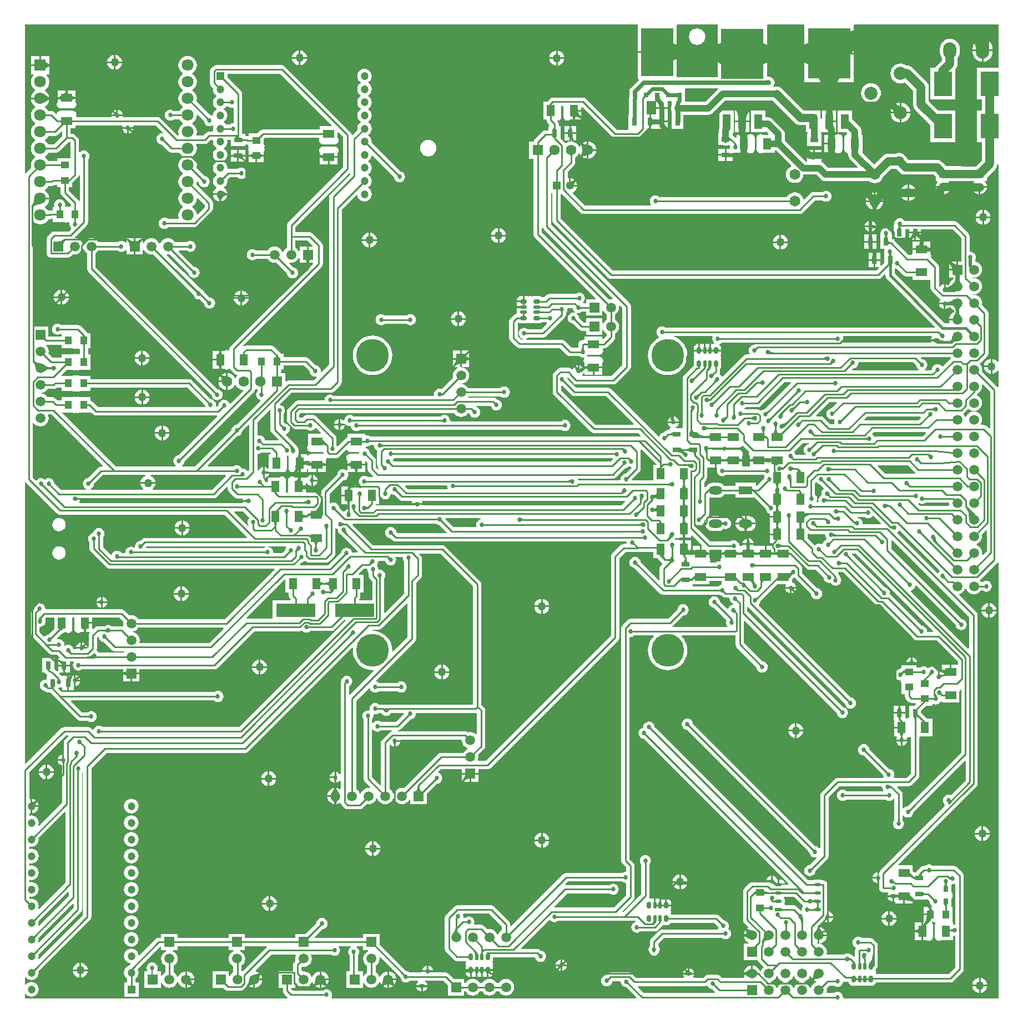
<source format=gbl>
%FSLAX25Y25*%
%MOIN*%
G70*
G01*
G75*
G04 Layer_Physical_Order=2*
G04 Layer_Color=16711680*
%ADD10C,0.01000*%
%ADD11C,0.00689*%
%ADD12C,0.00669*%
%ADD13C,0.00827*%
%ADD14C,0.01575*%
%ADD15C,0.00787*%
%ADD16O,0.07087X0.01181*%
%ADD17O,0.01181X0.07087*%
%ADD18R,0.04921X0.06693*%
%ADD19R,0.09843X0.07874*%
%ADD20R,0.09843X0.01969*%
%ADD21O,0.04724X0.02362*%
%ADD22R,0.00984X0.01378*%
%ADD23O,0.00984X0.01378*%
%ADD24R,0.04724X0.04724*%
%ADD25R,0.04724X0.09449*%
G04:AMPARAMS|DCode=26|XSize=70.87mil|YSize=43.31mil|CornerRadius=0mil|HoleSize=0mil|Usage=FLASHONLY|Rotation=270.000|XOffset=0mil|YOffset=0mil|HoleType=Round|Shape=Octagon|*
%AMOCTAGOND26*
4,1,8,-0.01083,-0.03543,0.01083,-0.03543,0.02165,-0.02461,0.02165,0.02461,0.01083,0.03543,-0.01083,0.03543,-0.02165,0.02461,-0.02165,-0.02461,-0.01083,-0.03543,0.0*
%
%ADD26OCTAGOND26*%

%ADD27R,0.05118X0.04134*%
%ADD28R,0.04134X0.05118*%
G04:AMPARAMS|DCode=29|XSize=39.37mil|YSize=25.59mil|CornerRadius=0mil|HoleSize=0mil|Usage=FLASHONLY|Rotation=270.000|XOffset=0mil|YOffset=0mil|HoleType=Round|Shape=Octagon|*
%AMOCTAGOND29*
4,1,8,-0.00640,-0.01969,0.00640,-0.01969,0.01280,-0.01329,0.01280,0.01329,0.00640,0.01969,-0.00640,0.01969,-0.01280,0.01329,-0.01280,-0.01329,-0.00640,-0.01969,0.0*
%
%ADD29OCTAGOND29*%

G04:AMPARAMS|DCode=30|XSize=39.37mil|YSize=19.69mil|CornerRadius=0mil|HoleSize=0mil|Usage=FLASHONLY|Rotation=270.000|XOffset=0mil|YOffset=0mil|HoleType=Round|Shape=Octagon|*
%AMOCTAGOND30*
4,1,8,-0.00492,-0.01969,0.00492,-0.01969,0.00984,-0.01476,0.00984,0.01476,0.00492,0.01969,-0.00492,0.01969,-0.00984,0.01476,-0.00984,-0.01476,-0.00492,-0.01969,0.0*
%
%ADD30OCTAGOND30*%

%ADD31R,0.05906X0.03150*%
G04:AMPARAMS|DCode=32|XSize=59.06mil|YSize=31.5mil|CornerRadius=0mil|HoleSize=0mil|Usage=FLASHONLY|Rotation=180.000|XOffset=0mil|YOffset=0mil|HoleType=Round|Shape=Octagon|*
%AMOCTAGOND32*
4,1,8,-0.02953,0.00787,-0.02953,-0.00787,-0.02165,-0.01575,0.02165,-0.01575,0.02953,-0.00787,0.02953,0.00787,0.02165,0.01575,-0.02165,0.01575,-0.02953,0.00787,0.0*
%
%ADD32OCTAGOND32*%

G04:AMPARAMS|DCode=33|XSize=78.74mil|YSize=57.09mil|CornerRadius=0mil|HoleSize=0mil|Usage=FLASHONLY|Rotation=180.000|XOffset=0mil|YOffset=0mil|HoleType=Round|Shape=Octagon|*
%AMOCTAGOND33*
4,1,8,-0.03937,0.01427,-0.03937,-0.01427,-0.02510,-0.02854,0.02510,-0.02854,0.03937,-0.01427,0.03937,0.01427,0.02510,0.02854,-0.02510,0.02854,-0.03937,0.01427,0.0*
%
%ADD33OCTAGOND33*%

G04:AMPARAMS|DCode=34|XSize=47.24mil|YSize=39.37mil|CornerRadius=0mil|HoleSize=0mil|Usage=FLASHONLY|Rotation=90.000|XOffset=0mil|YOffset=0mil|HoleType=Round|Shape=Octagon|*
%AMOCTAGOND34*
4,1,8,0.00984,0.02362,-0.00984,0.02362,-0.01969,0.01378,-0.01969,-0.01378,-0.00984,-0.02362,0.00984,-0.02362,0.01969,-0.01378,0.01969,0.01378,0.00984,0.02362,0.0*
%
%ADD34OCTAGOND34*%

%ADD35O,0.02087X0.07795*%
%ADD36R,0.02087X0.07795*%
%ADD37O,0.06102X0.00984*%
%ADD38O,0.00984X0.06102*%
%ADD39O,0.01772X0.01181*%
%ADD40R,0.01772X0.01181*%
%ADD41R,0.01181X0.01772*%
%ADD42R,0.02165X0.04134*%
%ADD43O,0.02165X0.04134*%
%ADD44R,0.01969X0.01575*%
%ADD45O,0.01969X0.01575*%
%ADD46O,0.02232X0.01181*%
%ADD47R,0.02232X0.01181*%
%ADD48R,0.01181X0.02232*%
%ADD49O,0.01181X0.01575*%
%ADD50R,0.01181X0.01575*%
%ADD51R,0.01575X0.01181*%
%ADD52R,0.07874X0.07874*%
%ADD53R,0.06693X0.04921*%
%ADD54R,0.03150X0.04724*%
%ADD55R,0.03150X0.03543*%
%ADD56R,0.04724X0.03150*%
%ADD57C,0.00650*%
%ADD58C,0.01969*%
%ADD59C,0.02362*%
%ADD60R,0.23000X0.17000*%
%ADD61R,0.05906X0.05906*%
%ADD62C,0.05906*%
%ADD63R,0.04724X0.04724*%
%ADD64C,0.04724*%
%ADD65C,0.07087*%
%ADD66R,0.07087X0.07087*%
%ADD67R,0.05906X0.05906*%
%ADD68C,0.06496*%
%ADD69R,0.06299X0.06299*%
%ADD70C,0.06299*%
%ADD71O,0.07874X0.09843*%
%ADD72C,0.07874*%
%ADD73R,0.04921X0.04921*%
%ADD74C,0.04921*%
%ADD75R,0.04921X0.04921*%
%ADD76C,0.19685*%
%ADD77C,0.02701*%
%ADD78C,0.05000*%
%ADD79C,0.03937*%
%ADD80C,0.07874*%
%ADD81C,0.02756*%
%ADD82C,0.02953*%
%ADD83C,0.05394*%
%ADD84R,0.02756X0.03150*%
%ADD85R,0.19685X0.28543*%
%ADD86R,0.08268X0.05118*%
%ADD87O,0.08268X0.05118*%
%ADD88R,0.23622X0.07874*%
%ADD89R,0.25598X0.30299*%
%ADD90R,0.04685X0.09055*%
G04:AMPARAMS|DCode=91|XSize=39.37mil|YSize=25.59mil|CornerRadius=0mil|HoleSize=0mil|Usage=FLASHONLY|Rotation=0.000|XOffset=0mil|YOffset=0mil|HoleType=Round|Shape=Octagon|*
%AMOCTAGOND91*
4,1,8,0.01969,-0.00640,0.01969,0.00640,0.01329,0.01280,-0.01329,0.01280,-0.01969,0.00640,-0.01969,-0.00640,-0.01329,-0.01280,0.01329,-0.01280,0.01969,-0.00640,0.0*
%
%ADD91OCTAGOND91*%

G04:AMPARAMS|DCode=92|XSize=39.37mil|YSize=19.69mil|CornerRadius=0mil|HoleSize=0mil|Usage=FLASHONLY|Rotation=0.000|XOffset=0mil|YOffset=0mil|HoleType=Round|Shape=Octagon|*
%AMOCTAGOND92*
4,1,8,0.01969,-0.00492,0.01969,0.00492,0.01476,0.00984,-0.01476,0.00984,-0.01969,0.00492,-0.01969,-0.00492,-0.01476,-0.00984,0.01476,-0.00984,0.01969,-0.00492,0.0*
%
%ADD92OCTAGOND92*%

%ADD93O,0.04095X0.01969*%
%ADD94R,0.04095X0.01969*%
%ADD95R,0.11000X0.15000*%
%ADD96C,0.04921*%
G36*
X355615Y326815D02*
X355634Y326800D01*
X355674Y326195D01*
X354177Y324699D01*
X224361D01*
X223815Y325244D01*
X223734Y325867D01*
X223692Y325968D01*
X223923Y326528D01*
X224056Y326583D01*
X224554Y326965D01*
X355500D01*
X355615Y326815D01*
D02*
G37*
G36*
X473632Y335455D02*
X473438Y335261D01*
X472816Y335179D01*
X472008Y334845D01*
X471315Y334313D01*
X470783Y333619D01*
X470448Y332812D01*
X470334Y331946D01*
X470448Y331079D01*
X470783Y330272D01*
X471315Y329579D01*
X471591Y329367D01*
X471396Y328793D01*
X465442D01*
X465415Y328992D01*
X465081Y329800D01*
X464549Y330493D01*
X464531Y330771D01*
X469775Y336015D01*
X473400D01*
X473632Y335455D01*
D02*
G37*
G36*
X142239Y368039D02*
Y367180D01*
X141857Y366682D01*
X141522Y365874D01*
X141408Y365008D01*
X141522Y364142D01*
X141857Y363334D01*
X142389Y362641D01*
X143082Y362109D01*
X143828Y361800D01*
X143946Y361205D01*
X129635Y346895D01*
X129013Y346813D01*
X128206Y346478D01*
X127512Y345946D01*
X126980Y345253D01*
X126646Y344446D01*
X126564Y343820D01*
X104542Y321799D01*
X97068D01*
X96873Y322373D01*
X97449Y322815D01*
X97981Y323508D01*
X98315Y324316D01*
X98397Y324938D01*
X140162Y366702D01*
X140707Y367519D01*
X140725Y367610D01*
X141315Y368378D01*
X141361Y368403D01*
X142239Y368039D01*
D02*
G37*
G36*
X162212Y345127D02*
X162487Y344852D01*
D01*
D01*
X162487D01*
X162487Y344852D01*
Y344852D01*
X162487Y344852D01*
Y344852D01*
X163303Y344306D01*
X164267Y344115D01*
X171959D01*
X172457Y343732D01*
X173265Y343398D01*
X174131Y343284D01*
X174997Y343398D01*
X175805Y343732D01*
X176498Y344264D01*
X176931Y344829D01*
X177536Y344868D01*
X180429Y341976D01*
X180197Y341415D01*
X172690D01*
Y334534D01*
X172280Y333920D01*
X172097Y332998D01*
X172280Y332076D01*
X172802Y331295D01*
X173584Y330773D01*
X174505Y330590D01*
X181505D01*
D01*
X181815Y330582D01*
D01*
X181964Y329829D01*
X181536Y329400D01*
X181505Y329407D01*
X174505D01*
X173584Y329223D01*
X172802Y328701D01*
X172503Y328253D01*
X171923Y328429D01*
Y329313D01*
X167993D01*
Y323997D01*
Y318683D01*
X171923D01*
Y320245D01*
X172323Y320427D01*
X172690Y320260D01*
Y318581D01*
X177505D01*
Y323011D01*
X178004D01*
Y323510D01*
X183320D01*
Y325463D01*
X183730Y326076D01*
X183730Y326076D01*
Y326076D01*
X184419Y327206D01*
Y327206D01*
X184419Y327206D01*
X185382Y327015D01*
X189582D01*
X190545Y327206D01*
X191362Y327752D01*
X195405Y331795D01*
X196008Y331735D01*
X196302Y331295D01*
X197084Y330773D01*
X198005Y330590D01*
X202894D01*
X203294Y330134D01*
X203234Y329682D01*
X202993Y329407D01*
X198005D01*
X197084Y329223D01*
X196302Y328701D01*
X195780Y327920D01*
X195597Y326998D01*
X195780Y326076D01*
X196190Y325463D01*
Y323510D01*
X206820D01*
Y325092D01*
X207380Y325324D01*
X208365Y324339D01*
Y320382D01*
X208365Y320382D01*
X208365D01*
X208557Y319419D01*
X209102Y318602D01*
X211646Y316059D01*
X211414Y315499D01*
X208654D01*
X208156Y315881D01*
X207348Y316215D01*
X206482Y316329D01*
X205615Y316215D01*
X204808Y315881D01*
X204115Y315349D01*
X203583Y314656D01*
X203248Y313848D01*
X203134Y312982D01*
X203248Y312116D01*
X203583Y311308D01*
X204115Y310615D01*
X204808Y310083D01*
X204953Y310023D01*
X205129Y309442D01*
X204780Y308920D01*
X204773Y308882D01*
X204648Y308815D01*
X203782Y308929D01*
X203243Y308858D01*
X203230Y308920D01*
X202708Y309701D01*
X201927Y310223D01*
X201005Y310407D01*
X200084Y310223D01*
X199470Y309813D01*
X197517D01*
Y304497D01*
X197018D01*
Y303998D01*
X192588D01*
Y299183D01*
X196424D01*
X196761Y298679D01*
X196748Y298648D01*
X196634Y297782D01*
X196748Y296916D01*
X196798Y296796D01*
X196495Y296271D01*
X196151Y296226D01*
X195343Y295891D01*
X194650Y295359D01*
X194241Y294827D01*
X193636Y294787D01*
X191297Y297126D01*
X191215Y297748D01*
X190881Y298556D01*
X190349Y299249D01*
X189656Y299781D01*
X188848Y300115D01*
X187982Y300229D01*
X187116Y300115D01*
X186308Y299781D01*
X186192Y299692D01*
X185648Y299960D01*
Y305489D01*
X193726Y313566D01*
X194348Y313648D01*
X195156Y313983D01*
X195849Y314515D01*
X196381Y315208D01*
X196715Y316016D01*
X196829Y316882D01*
X196715Y317748D01*
X196381Y318556D01*
X196393Y318581D01*
X201005D01*
Y322510D01*
X196190D01*
Y319672D01*
X195647Y319404D01*
X195156Y319781D01*
X194348Y320115D01*
X193482Y320229D01*
X192615Y320115D01*
X191808Y319781D01*
X191115Y319249D01*
X190583Y318556D01*
X190248Y317748D01*
X190166Y317126D01*
X181352Y308311D01*
X180806Y307495D01*
X180615Y306532D01*
Y305029D01*
X180034Y304853D01*
X179962Y304962D01*
X179312Y305612D01*
X178495Y306157D01*
X177532Y306349D01*
X171423D01*
Y309498D01*
X166992D01*
Y309997D01*
X166493D01*
Y315313D01*
X164541D01*
X163927Y315723D01*
X163005Y315907D01*
X162084Y315723D01*
X161302Y315201D01*
X160780Y314420D01*
X160597Y313498D01*
Y306498D01*
X160474Y306349D01*
X159536D01*
X159414Y306498D01*
Y313498D01*
X159230Y314420D01*
X158708Y315201D01*
X157927Y315723D01*
X157005Y315907D01*
X156084Y315723D01*
X155470Y315313D01*
X148588D01*
Y312499D01*
X147124D01*
X146897Y312726D01*
X146815Y313348D01*
X146481Y314156D01*
X145949Y314849D01*
X145984Y314934D01*
X145808Y314958D01*
X145486Y315204D01*
Y318281D01*
Y321564D01*
X145120Y321515D01*
X144313Y321181D01*
X143619Y320649D01*
X143087Y319956D01*
X142843Y319366D01*
X142248Y319484D01*
Y329126D01*
X142582Y329418D01*
X143448Y329532D01*
X144256Y329867D01*
X144754Y330249D01*
X149842D01*
X150179Y329745D01*
X150000Y329313D01*
X149088D01*
Y320635D01*
X148514Y320440D01*
X148353Y320649D01*
X147660Y321181D01*
X146853Y321515D01*
X146486Y321564D01*
Y318782D01*
X149088D01*
Y318683D01*
X149281D01*
X149334Y318282D01*
X149686Y318683D01*
X155970D01*
X156584Y318273D01*
X157505Y318090D01*
X158427Y318273D01*
X159208Y318795D01*
X159730Y319576D01*
X159914Y320498D01*
Y327498D01*
X159771Y328216D01*
X159882Y328334D01*
X160748Y328448D01*
X161111Y327572D01*
X161097Y327498D01*
Y320498D01*
X161280Y319576D01*
X161802Y318795D01*
X162584Y318273D01*
X163505Y318090D01*
X164427Y318273D01*
X165041Y318683D01*
X166993D01*
Y323997D01*
Y329313D01*
X167187D01*
X166850Y329817D01*
X167015Y330216D01*
X167129Y331082D01*
X167015Y331948D01*
X166681Y332756D01*
X166172Y333419D01*
X166107Y333745D01*
X165562Y334562D01*
X159180Y340943D01*
X159249Y341148D01*
X160057Y341483D01*
X160750Y342015D01*
X161282Y342708D01*
X161617Y343515D01*
X161731Y344382D01*
X161668Y344859D01*
X162212Y345127D01*
Y345127D01*
D02*
G37*
G36*
X137215Y346563D02*
Y319574D01*
X136772Y319160D01*
X136195Y319198D01*
X135849Y319649D01*
X135156Y320181D01*
X134348Y320515D01*
X133482Y320629D01*
X132943Y320559D01*
X132778Y320956D01*
X132246Y321649D01*
X131553Y322181D01*
X130746Y322515D01*
X129879Y322629D01*
X129013Y322515D01*
X128206Y322181D01*
X127707Y321799D01*
X112453D01*
X112221Y322359D01*
X130126Y340264D01*
X130746Y340346D01*
X131553Y340680D01*
X132246Y341212D01*
X132778Y341905D01*
X133113Y342713D01*
X133195Y343335D01*
X136654Y346795D01*
X137215Y346563D01*
D02*
G37*
G36*
X437629Y330376D02*
X437477Y329614D01*
X437660Y328692D01*
X438070Y328078D01*
Y326126D01*
X443387D01*
Y325126D01*
X438070D01*
Y321799D01*
X433201D01*
Y325126D01*
X427885D01*
Y326126D01*
X433201D01*
Y328079D01*
X433611Y328692D01*
X433794Y329614D01*
X433611Y330536D01*
X433089Y331317D01*
X432307Y331839D01*
X431386Y332023D01*
X424386D01*
X423464Y331839D01*
X422683Y331317D01*
X422683Y331317D01*
Y331317D01*
X422589Y331250D01*
D01*
X421807Y331772D01*
X420886Y331956D01*
X415314D01*
X414914Y332411D01*
X414904Y332331D01*
X411621D01*
Y333331D01*
X412949D01*
X412964Y333322D01*
X413886Y333138D01*
X414929D01*
X414970Y332832D01*
X415239Y333139D01*
X420886D01*
X421807Y333322D01*
X422589Y333844D01*
D01*
X422589Y333844D01*
X422589Y333844D01*
X422589Y333844D01*
Y333844D01*
X422683Y333911D01*
X423464Y333389D01*
X424386Y333206D01*
X431386D01*
X432307Y333389D01*
X433089Y333911D01*
X433226Y334116D01*
X433829Y334175D01*
X437629Y330376D01*
D02*
G37*
G36*
X49545Y322359D02*
X49314Y321799D01*
X48352D01*
X48352Y321799D01*
X47389Y321607D01*
X46572Y321062D01*
X40308Y314797D01*
X39915Y314745D01*
X39108Y314411D01*
X38415Y313879D01*
X37883Y313186D01*
X37548Y312378D01*
X37434Y311512D01*
X37548Y310646D01*
X37883Y309838D01*
X38415Y309145D01*
X39108Y308613D01*
X39472Y308462D01*
X39354Y307867D01*
X24156D01*
X20197Y311826D01*
X20115Y312448D01*
X19781Y313256D01*
X19249Y313949D01*
X18556Y314481D01*
X17748Y314815D01*
X16882Y314929D01*
X16015Y314815D01*
X15208Y314481D01*
X14542Y313970D01*
X13864Y314490D01*
X13057Y314824D01*
X12191Y314938D01*
X11324Y314824D01*
X10517Y314490D01*
X9824Y313958D01*
X9573Y313631D01*
X8968Y313591D01*
X7399Y315161D01*
Y347697D01*
X7973Y347892D01*
X8372Y347372D01*
X9400Y346583D01*
X10597Y346087D01*
X11882Y345918D01*
X13167Y346087D01*
X14364Y346583D01*
X15392Y347372D01*
X16181Y348400D01*
X16677Y349597D01*
X16846Y350882D01*
X16677Y352167D01*
X16472Y352661D01*
X16809Y353165D01*
X18739D01*
X49545Y322359D01*
D02*
G37*
G36*
X330891Y364802D02*
X331708Y364257D01*
X332671Y364065D01*
X351739D01*
X368246Y347559D01*
X368014Y346999D01*
X345224D01*
X324599Y367624D01*
Y370303D01*
X325159Y370535D01*
X330891Y364802D01*
D02*
G37*
G36*
X543545Y342005D02*
X541489Y339948D01*
X514458D01*
X513494Y339757D01*
X513400Y339694D01*
X512820Y339870D01*
X512681Y340206D01*
X512149Y340899D01*
X511456Y341431D01*
X511437Y341527D01*
X512475Y342565D01*
X543314D01*
X543545Y342005D01*
D02*
G37*
G36*
X212234Y334382D02*
X212348Y333516D01*
X212683Y332708D01*
X213215Y332015D01*
X213908Y331483D01*
X214188Y331367D01*
X214156Y331206D01*
X214065Y330751D01*
Y322918D01*
X214065Y322918D01*
X214065Y322918D01*
X214164Y322420D01*
X214257Y321955D01*
X214257Y321955D01*
X214257Y321955D01*
X214558Y321504D01*
X214802Y321138D01*
X214802Y321138D01*
X214802Y321138D01*
X215068Y320873D01*
X214969Y320275D01*
X214687Y320136D01*
X213399Y321424D01*
Y325382D01*
X213207Y326345D01*
X212662Y327162D01*
X209897Y329926D01*
X209815Y330548D01*
X209481Y331356D01*
X208949Y332049D01*
X208256Y332581D01*
X207448Y332915D01*
X207408Y332971D01*
X207414Y332998D01*
X207301Y333566D01*
X207715Y334009D01*
X208282Y333934D01*
X209148Y334048D01*
X209956Y334383D01*
X210389Y334715D01*
X211942D01*
X212234Y334382D01*
D02*
G37*
G36*
X150065Y355714D02*
Y343982D01*
X150257Y343019D01*
X150802Y342202D01*
X154866Y338139D01*
X154634Y337578D01*
X146790D01*
X146715Y338148D01*
X146381Y338956D01*
X145849Y339649D01*
X145156Y340181D01*
X144348Y340515D01*
X143482Y340629D01*
X142704Y340527D01*
X142248Y340927D01*
Y348689D01*
X149505Y355945D01*
X150065Y355714D01*
D02*
G37*
G36*
X124465Y309513D02*
Y308382D01*
X124465Y308382D01*
X124465D01*
X124657Y307419D01*
X125202Y306602D01*
X128502Y303302D01*
X128502Y303302D01*
X128502D01*
X128502Y303302D01*
X128502D01*
X128502Y303302D01*
Y303302D01*
Y303302D01*
D01*
D01*
X128502D01*
Y303302D01*
X129319Y302757D01*
X130282Y302565D01*
X133312D01*
X133649Y302061D01*
X133644Y302048D01*
X133596Y301682D01*
X136879D01*
Y300682D01*
X133596D01*
X133626Y300450D01*
X133227Y299994D01*
X35446D01*
X35178Y300538D01*
X35399Y300826D01*
X35734Y301634D01*
X35782Y302000D01*
X32499D01*
Y302833D01*
X35804D01*
X35848Y302500D01*
X36140Y302834D01*
X115951D01*
X116914Y303025D01*
X117730Y303571D01*
X123905Y309746D01*
X124465Y309513D01*
D02*
G37*
G36*
X429338Y303086D02*
X441050D01*
X447499Y296638D01*
X447580Y296016D01*
X447915Y295208D01*
X448447Y294515D01*
X449140Y293983D01*
X449948Y293648D01*
X449968Y293646D01*
Y292114D01*
X454398D01*
Y291114D01*
X449968D01*
Y286299D01*
Y281614D01*
X454398D01*
Y280614D01*
X449968D01*
Y275799D01*
X451272D01*
X451609Y275295D01*
X451548Y275148D01*
X451434Y274282D01*
X451215Y274031D01*
X447886D01*
Y269601D01*
X446886D01*
Y274031D01*
X442071D01*
Y274031D01*
X440402D01*
X440065Y274535D01*
X440115Y274657D01*
X440164Y275023D01*
X433600D01*
X433648Y274657D01*
X433697Y274539D01*
X433328Y274058D01*
X431629Y274282D01*
X431515Y275148D01*
X431181Y275956D01*
X430649Y276649D01*
X429956Y277181D01*
X429148Y277515D01*
X428282Y277629D01*
X427416Y277515D01*
X426608Y277181D01*
X426110Y276799D01*
X414224D01*
X405148Y285875D01*
Y286804D01*
X405692Y287072D01*
X405808Y286983D01*
X406615Y286648D01*
X407482Y286534D01*
X408348Y286648D01*
X409156Y286983D01*
X409849Y287515D01*
X410381Y288208D01*
X410715Y289016D01*
X410797Y289638D01*
X411228Y290069D01*
X411732Y289732D01*
X411345Y288796D01*
X411189Y287614D01*
X411345Y286432D01*
X411801Y285331D01*
X412527Y284385D01*
X413472Y283659D01*
X414574Y283203D01*
X415756Y283047D01*
X418905D01*
X420087Y283203D01*
X421189Y283659D01*
X422134Y284385D01*
X422236Y284517D01*
X422567Y284380D01*
X423433Y284266D01*
X424299Y284380D01*
X425107Y284715D01*
X425800Y285247D01*
X426332Y285940D01*
X426666Y286748D01*
X426780Y287614D01*
X426666Y288480D01*
X426332Y289288D01*
X425800Y289981D01*
X425107Y290513D01*
X424299Y290847D01*
X423433Y290961D01*
X422567Y290847D01*
X422236Y290710D01*
X422134Y290843D01*
X421189Y291569D01*
X420087Y292025D01*
X418905Y292180D01*
X415756D01*
X414574Y292025D01*
X413472Y291569D01*
X413461Y291560D01*
X413019Y291975D01*
X413332Y292444D01*
X413524Y293407D01*
Y303092D01*
X414028Y303429D01*
X414574Y303203D01*
X415756Y303047D01*
X418905D01*
X420087Y303203D01*
X421189Y303659D01*
X422134Y304385D01*
X422681Y305097D01*
X429338D01*
Y303086D01*
D02*
G37*
G36*
X223108Y305183D02*
X223916Y304848D01*
X224538Y304767D01*
X227302Y302002D01*
X228119Y301457D01*
X229082Y301265D01*
X234901D01*
X235238Y300761D01*
X234985Y300148D01*
X234936Y299782D01*
X241500D01*
X241452Y300148D01*
X241117Y300956D01*
X241270Y301265D01*
X362913D01*
X363145Y300705D01*
X360939Y298499D01*
X241922D01*
X241523Y298954D01*
X241500Y298782D01*
X234936D01*
X234913Y298954D01*
X234514Y298499D01*
X213771D01*
X213386Y298967D01*
X213429Y299183D01*
X215423D01*
Y303576D01*
X215677Y303682D01*
X215997Y303790D01*
X216515Y303115D01*
X217208Y302583D01*
X218016Y302248D01*
X218882Y302134D01*
X219748Y302248D01*
X220556Y302583D01*
X221249Y303115D01*
X221781Y303808D01*
X222115Y304615D01*
X222195Y305222D01*
X222755Y305454D01*
X223108Y305183D01*
D02*
G37*
G36*
X557536Y300000D02*
X557705Y298715D01*
X557711Y298703D01*
X557374Y298199D01*
X540224D01*
X539056Y299367D01*
X539456Y299823D01*
X539508Y299783D01*
X540315Y299448D01*
X541182Y299334D01*
X542048Y299448D01*
X542856Y299783D01*
X543354Y300165D01*
X557392D01*
X557536Y300000D01*
D02*
G37*
G36*
X477832Y312414D02*
X478215Y311915D01*
X478908Y311383D01*
X479715Y311048D01*
X480338Y310966D01*
X482378Y308926D01*
X482338Y308321D01*
X481996Y308058D01*
X481464Y307365D01*
X481129Y306558D01*
X481015Y305691D01*
X481129Y304825D01*
X481179Y304706D01*
X480758Y304531D01*
X480065Y303999D01*
X479533Y303306D01*
X479199Y302499D01*
X479085Y301632D01*
X479180Y300905D01*
X478830Y300505D01*
X478225Y300545D01*
X477952Y300953D01*
X478234Y301634D01*
X478348Y302500D01*
X478234Y303366D01*
X477899Y304174D01*
X477367Y304867D01*
X477099Y305073D01*
Y312018D01*
X477541Y312433D01*
X477832Y312414D01*
D02*
G37*
G36*
X256234Y310082D02*
X256348Y309215D01*
X256506Y308834D01*
X256170Y308330D01*
X232534D01*
X230960Y309905D01*
X231191Y310465D01*
X255898D01*
X256234Y310082D01*
D02*
G37*
G36*
X365938Y321756D02*
X366636Y321664D01*
X366831Y321090D01*
X363289Y317547D01*
X362666Y317465D01*
X361859Y317131D01*
X361166Y316599D01*
X360634Y315906D01*
X360299Y315098D01*
X360185Y314232D01*
X360209Y314055D01*
X359809Y313599D01*
X335082D01*
X334882Y313559D01*
X334545Y314063D01*
X334747Y314365D01*
X355512D01*
X356475Y314557D01*
X357292Y315102D01*
X357292Y315102D01*
X357292Y315102D01*
X362956Y320766D01*
X363578Y320848D01*
X364386Y321183D01*
X365079Y321715D01*
X365310Y322016D01*
X365938Y321756D01*
D02*
G37*
G36*
X537158Y318220D02*
X537369Y318079D01*
X537193Y317499D01*
X519222D01*
X514766Y321955D01*
X514997Y322515D01*
X532863D01*
X537158Y318220D01*
D02*
G37*
G36*
X381880Y323124D02*
Y322929D01*
X379968D01*
Y313599D01*
X367251D01*
X367019Y314159D01*
X371712Y318852D01*
X372258Y319668D01*
X372449Y320632D01*
X372449Y320632D01*
X372449Y320632D01*
Y320632D01*
Y330972D01*
X372260Y331924D01*
X372794Y332210D01*
X381880Y323124D01*
D02*
G37*
G36*
X417886Y321130D02*
X418092D01*
X418429Y320626D01*
X418231Y320148D01*
X418117Y319282D01*
X418231Y318415D01*
X418565Y317608D01*
X419097Y316915D01*
X419791Y316383D01*
X420598Y316048D01*
X421464Y315934D01*
X422331Y316048D01*
X423138Y316383D01*
X423636Y316765D01*
X446010D01*
X446508Y316383D01*
X446583Y316352D01*
X446815Y315792D01*
X446548Y315148D01*
X446466Y314526D01*
X442103Y310163D01*
X441543Y310395D01*
Y312141D01*
X429338D01*
Y310131D01*
X422681D01*
X422134Y310843D01*
X421189Y311569D01*
X420087Y312025D01*
X418905Y312180D01*
X415756D01*
X414574Y312025D01*
X413472Y311569D01*
X412527Y310843D01*
X411801Y309897D01*
X411741Y309754D01*
X411202Y309394D01*
X411159Y309350D01*
X410599Y309582D01*
Y312579D01*
X411602Y313582D01*
X412148Y314399D01*
X412339Y315362D01*
Y321130D01*
X416886D01*
Y325560D01*
X417886D01*
Y321130D01*
D02*
G37*
G36*
X123246Y316205D02*
X114908Y307867D01*
X79398D01*
X79203Y308441D01*
X79687Y308813D01*
X80403Y309747D01*
X80854Y310834D01*
X80941Y311500D01*
X72059D01*
X72147Y310834D01*
X72597Y309747D01*
X73313Y308813D01*
X73798Y308441D01*
X73603Y307867D01*
X42210D01*
X42092Y308462D01*
X42456Y308613D01*
X43149Y309145D01*
X43681Y309838D01*
X44015Y310646D01*
X44128Y311498D01*
X49394Y316765D01*
X74773D01*
X74891Y316170D01*
X74247Y315903D01*
X73313Y315187D01*
X72597Y314254D01*
X72147Y313167D01*
X72059Y312500D01*
X80941D01*
X80854Y313167D01*
X80403Y314254D01*
X79687Y315187D01*
X78754Y315903D01*
X78109Y316170D01*
X78227Y316765D01*
X123013D01*
X123246Y316205D01*
D02*
G37*
G36*
X316065Y408269D02*
X316105Y407664D01*
X312739Y404299D01*
X304654D01*
X304156Y404681D01*
X303348Y405015D01*
X302482Y405129D01*
X301616Y405015D01*
X300808Y404681D01*
X300115Y404149D01*
X299583Y403456D01*
X299248Y402648D01*
X299134Y401782D01*
X299248Y400915D01*
X299583Y400108D01*
X300115Y399415D01*
X300808Y398883D01*
X301463Y398611D01*
X301345Y398017D01*
X300542D01*
X298517Y400042D01*
Y407958D01*
X298718Y408158D01*
X299324D01*
X299750Y407732D01*
X304376D01*
X304825Y408181D01*
X305155Y407960D01*
X306000Y407792D01*
X306845Y407960D01*
X307175Y408181D01*
X307624Y407732D01*
X312250D01*
X312981Y408463D01*
X315812D01*
X316065Y408269D01*
D02*
G37*
G36*
X525516Y440726D02*
X526138Y440644D01*
X530200Y436583D01*
X530200Y436583D01*
X530200D01*
X530200Y436583D01*
X530200D01*
X530200Y436583D01*
Y436583D01*
Y436583D01*
D01*
D01*
X530200D01*
Y436583D01*
X531016Y436037D01*
X531979Y435845D01*
X535685D01*
Y433933D01*
X546315D01*
D01*
X546315D01*
X546483Y433765D01*
Y429000D01*
X546483Y429000D01*
X546483D01*
X546675Y428037D01*
X547220Y427220D01*
X551720Y422720D01*
X552283Y422344D01*
X552382Y421746D01*
X552083Y421356D01*
X551748Y420548D01*
X551700Y420182D01*
X554983D01*
Y419683D01*
X555482D01*
Y416400D01*
X555848Y416448D01*
X556656Y416783D01*
X557349Y417315D01*
X557588Y417626D01*
X558189Y417547D01*
X558201Y417518D01*
X558990Y416490D01*
X560018Y415701D01*
X560979Y415303D01*
Y414697D01*
X560018Y414299D01*
X558990Y413510D01*
X558201Y412482D01*
X557705Y411285D01*
X557602Y410500D01*
X562501D01*
Y409500D01*
X557602D01*
X557705Y408715D01*
X557884Y408284D01*
X557547Y407780D01*
X554951D01*
X525004Y437727D01*
Y440392D01*
X525508Y440729D01*
X525516Y440726D01*
D02*
G37*
G36*
X319428Y469555D02*
D01*
Y469555D01*
X319619Y468592D01*
X319838Y468265D01*
X320165Y467776D01*
X320165Y467776D01*
X352720Y435220D01*
X352991Y435039D01*
X353537Y434675D01*
X354500Y434483D01*
X515000D01*
X515963Y434675D01*
X516780Y435220D01*
X518885Y437325D01*
X519445Y437093D01*
X519445Y437093D01*
X519445Y436576D01*
X519445Y436576D01*
X519445D01*
X519539Y435856D01*
X519817Y435186D01*
X520259Y434610D01*
X549210Y405659D01*
X548978Y405099D01*
X387354D01*
X386856Y405481D01*
X386048Y405815D01*
X385182Y405929D01*
X384315Y405815D01*
X383508Y405481D01*
X382815Y404949D01*
X382283Y404256D01*
X381948Y403448D01*
X381834Y402582D01*
X381948Y401716D01*
X382283Y400908D01*
X382815Y400215D01*
X383381Y399781D01*
X383302Y399179D01*
X383204Y399139D01*
X381619Y398167D01*
X380205Y396960D01*
X378998Y395547D01*
X378027Y393961D01*
X377315Y392244D01*
X376881Y390436D01*
X376735Y388583D01*
X376881Y386729D01*
X377315Y384922D01*
X378027Y383204D01*
X378998Y381619D01*
X380205Y380205D01*
X381619Y378998D01*
X383204Y378027D01*
X384922Y377315D01*
X386729Y376881D01*
X388583Y376735D01*
X390436Y376881D01*
X392244Y377315D01*
X393961Y378027D01*
X395547Y378998D01*
X396960Y380205D01*
X398167Y381619D01*
X399139Y383204D01*
X399850Y384922D01*
X400284Y386729D01*
X400430Y388583D01*
X400284Y390436D01*
X399850Y392244D01*
X399139Y393961D01*
X398167Y395547D01*
X396960Y396960D01*
X395547Y398167D01*
X393961Y399139D01*
X392244Y399850D01*
X392269Y400065D01*
X415258D01*
X415595Y399561D01*
X415548Y399448D01*
X415434Y398582D01*
X415548Y397715D01*
X415883Y396908D01*
X416415Y396215D01*
X416762Y395948D01*
X416567Y395374D01*
X415896D01*
X415723Y395202D01*
X415551Y395374D01*
X414575D01*
Y391436D01*
X413575D01*
Y395374D01*
X412598D01*
X412500Y395276D01*
X412401Y395374D01*
X411425D01*
Y391436D01*
X410425D01*
Y395374D01*
X409449D01*
X409276Y395202D01*
X409104Y395374D01*
X407980D01*
Y391436D01*
X407481D01*
Y390937D01*
X404232D01*
Y389124D01*
X404681Y388675D01*
X404460Y388345D01*
X404292Y387500D01*
X404460Y386655D01*
X404681Y386325D01*
X404232Y385876D01*
Y382492D01*
X398402Y376662D01*
X397857Y375845D01*
X397665Y374882D01*
Y344882D01*
X393517D01*
X393399Y345476D01*
X393656Y345583D01*
X394349Y346115D01*
X394881Y346808D01*
X395215Y347616D01*
X395264Y347982D01*
X388700D01*
X388748Y347616D01*
X389083Y346808D01*
X389615Y346115D01*
X390308Y345583D01*
X390565Y345476D01*
X390447Y344882D01*
X389555D01*
Y343855D01*
X388782D01*
X387819Y343664D01*
X387002Y343118D01*
X386457Y342302D01*
X386456Y342300D01*
X385915Y342229D01*
X385108Y341894D01*
X384415Y341362D01*
X383883Y340669D01*
X383615Y340021D01*
X383020Y339903D01*
X354562Y368362D01*
X353745Y368907D01*
X352782Y369099D01*
X333714D01*
X328315Y374497D01*
X328276Y374793D01*
X328820Y375061D01*
X331979Y371902D01*
X332796Y371357D01*
X333759Y371165D01*
X355982D01*
X356945Y371357D01*
X357762Y371902D01*
X357762Y371902D01*
X357762Y371902D01*
X365762Y379902D01*
X366307Y380719D01*
X366499Y381682D01*
X366499Y381682D01*
X366499Y381682D01*
Y381682D01*
Y418018D01*
X366307Y418981D01*
X365762Y419798D01*
X318517Y467043D01*
Y485953D01*
X319428D01*
Y469555D01*
D02*
G37*
G36*
X24721Y392854D02*
X31165D01*
X31460Y392657D01*
X32382Y392473D01*
X33304Y392657D01*
X33382Y392709D01*
X33460Y392657D01*
X34382Y392473D01*
X35022Y392601D01*
X35491Y392216D01*
Y389714D01*
X35022Y389330D01*
X34382Y389457D01*
X33460Y389274D01*
X33382Y389221D01*
X33304Y389274D01*
X32382Y389457D01*
X31460Y389274D01*
X31165Y389076D01*
X24721D01*
Y387065D01*
X19258D01*
X16682Y389641D01*
X16846Y390882D01*
X16677Y392167D01*
X16181Y393364D01*
X15446Y394321D01*
X15641Y394716D01*
X15755Y394865D01*
X24721D01*
Y392854D01*
D02*
G37*
G36*
X547210Y399521D02*
X547083Y399356D01*
X546748Y398548D01*
X546700Y398182D01*
X549983D01*
Y397182D01*
X546700D01*
X546748Y396815D01*
X546857Y396553D01*
X546520Y396049D01*
X493707D01*
X493439Y396593D01*
X493681Y396908D01*
X494015Y397715D01*
X494129Y398582D01*
X494015Y399448D01*
X493969Y399561D01*
X494306Y400065D01*
X546942D01*
X547210Y399521D01*
D02*
G37*
G36*
X350201Y414861D02*
X350990Y413833D01*
X351983Y413071D01*
Y410114D01*
X350990Y409353D01*
X350201Y408324D01*
X350016Y407877D01*
X349421Y407995D01*
Y410764D01*
X339579D01*
Y408359D01*
X338164D01*
X335297Y411226D01*
X335215Y411848D01*
X334881Y412656D01*
X334349Y413349D01*
X334127Y413519D01*
X334359Y414080D01*
X335000Y413995D01*
X335866Y414109D01*
X336674Y414444D01*
X337172Y414826D01*
X339579D01*
Y412421D01*
X349421D01*
Y415190D01*
X350016Y415308D01*
X350201Y414861D01*
D02*
G37*
G36*
X110515Y478980D02*
Y477424D01*
X106357Y473266D01*
X105783Y473461D01*
X105689Y474175D01*
X105133Y475516D01*
X104250Y476667D01*
X103099Y477551D01*
Y477922D01*
X104250Y478805D01*
X105133Y479957D01*
X105689Y481297D01*
X105878Y482736D01*
X105868Y482816D01*
X106412Y483084D01*
X110515Y478980D01*
D02*
G37*
G36*
X22091Y489457D02*
X24101D01*
Y486308D01*
X24101Y486308D01*
X24101D01*
X24293Y485345D01*
X24838Y484528D01*
X30227Y479139D01*
Y478284D01*
X29759Y477899D01*
X29118Y478027D01*
X28196Y477843D01*
X28118Y477791D01*
X28040Y477843D01*
X27118Y478027D01*
X27118Y478027D01*
X27118Y478027D01*
X26726Y478016D01*
D01*
X26840Y478882D01*
X26726Y479748D01*
X26391Y480556D01*
X25859Y481249D01*
X25166Y481781D01*
X24359Y482115D01*
X23492Y482229D01*
X22626Y482115D01*
X21818Y481781D01*
X21125Y481249D01*
X20593Y480556D01*
X20259Y479748D01*
X20145Y478882D01*
X20247Y478101D01*
X19848Y477646D01*
X19457D01*
Y475635D01*
X17764D01*
X16801Y475443D01*
X16797Y475441D01*
X16551Y475516D01*
X15667Y476667D01*
X14516Y477551D01*
Y477922D01*
X15667Y478805D01*
X16551Y479957D01*
X17106Y481297D01*
X17230Y482236D01*
X11735D01*
Y483236D01*
X17230D01*
X17106Y484175D01*
X16551Y485516D01*
X15667Y486667D01*
X14516Y487551D01*
Y487922D01*
X15667Y488805D01*
X16551Y489957D01*
X16660Y490219D01*
X18782D01*
X19745Y490411D01*
X20562Y490957D01*
X20580Y490975D01*
X22091D01*
Y489457D01*
D02*
G37*
G36*
X564965Y458939D02*
Y444921D01*
X563000D01*
Y439999D01*
X562501D01*
Y439500D01*
X557579D01*
Y435079D01*
X560348D01*
X560466Y434484D01*
X560018Y434299D01*
X558990Y433510D01*
X558201Y432482D01*
X557705Y431285D01*
X557644Y430817D01*
X557084Y430585D01*
X556674Y430899D01*
X555866Y431234D01*
X555500Y431282D01*
Y427999D01*
X554500D01*
Y431282D01*
X554134Y431234D01*
X553326Y430899D01*
X552633Y430367D01*
X552287Y429917D01*
X551960Y429895D01*
X551517Y430310D01*
Y441664D01*
X551517Y441664D01*
X551517Y441664D01*
Y441664D01*
X551517D01*
X551517Y441664D01*
X551325Y442627D01*
X550780Y443443D01*
X546737Y447486D01*
X546909Y448350D01*
X546725Y449272D01*
X546315Y449886D01*
Y451839D01*
X535685D01*
Y449886D01*
X535275Y449272D01*
X535181Y448799D01*
X533424D01*
X524763Y457460D01*
X524996Y458020D01*
X531319D01*
Y464059D01*
X533681D01*
Y462851D01*
X540768D01*
Y464059D01*
X559846D01*
X564965Y458939D01*
D02*
G37*
G36*
X331767Y416476D02*
X332101Y415669D01*
X332633Y414976D01*
X332855Y414805D01*
X332623Y414245D01*
X331982Y414329D01*
X331116Y414215D01*
X330308Y413881D01*
X329615Y413349D01*
X329083Y412656D01*
X328748Y411848D01*
X328634Y410982D01*
X328748Y410115D01*
X329083Y409308D01*
X329615Y408615D01*
X330308Y408083D01*
X331116Y407748D01*
X331738Y407666D01*
X335341Y404063D01*
X336158Y403517D01*
X337121Y403326D01*
X339579D01*
Y400921D01*
X349421D01*
Y403690D01*
X350016Y403808D01*
X350201Y403361D01*
X350990Y402333D01*
X351983Y401571D01*
Y400492D01*
X349875Y398384D01*
X349315Y398616D01*
Y399760D01*
X338685D01*
Y397880D01*
X338526Y397848D01*
X337500D01*
X336537Y397656D01*
X335720Y397111D01*
X335175Y396294D01*
X334983Y395331D01*
Y393115D01*
X330945D01*
X326780Y397280D01*
X325963Y397825D01*
X325000Y398017D01*
X303619D01*
X303501Y398611D01*
X304156Y398883D01*
X304654Y399265D01*
X313782D01*
X314745Y399457D01*
X315562Y400002D01*
X315562Y400002D01*
X315562Y400002D01*
X326780Y411220D01*
X327325Y412037D01*
X327517Y413000D01*
X327517Y413000D01*
X327517Y413000D01*
Y413000D01*
Y414010D01*
X327899Y414508D01*
X328234Y415315D01*
X328348Y416182D01*
X328302Y416527D01*
X328702Y416983D01*
X331700D01*
X331767Y416476D01*
D02*
G37*
G36*
X313675Y465037D02*
X313675Y465037D01*
Y465037D01*
X314220Y464220D01*
X355715Y422725D01*
X355447Y422182D01*
X354500Y422306D01*
X353259Y422143D01*
X313064Y462338D01*
Y465014D01*
X313641Y465071D01*
X313675Y465037D01*
D02*
G37*
G36*
X582265Y366676D02*
Y344850D01*
X581705Y344618D01*
X580262Y346062D01*
X579445Y346607D01*
X578482Y346799D01*
X576932D01*
X576664Y347342D01*
X576799Y347518D01*
X577295Y348715D01*
X577464Y350000D01*
X577295Y351285D01*
X576799Y352482D01*
X576010Y353510D01*
X574982Y354299D01*
X573785Y354795D01*
X572500Y354964D01*
X571215Y354795D01*
X570018Y354299D01*
X568990Y353510D01*
X568201Y352482D01*
X567803Y351521D01*
X567197D01*
X566799Y352482D01*
X566302Y353130D01*
X566400Y353728D01*
X566662Y353902D01*
X569137Y356378D01*
X570018Y355701D01*
X571215Y355205D01*
X572500Y355036D01*
X573785Y355205D01*
X574982Y355701D01*
X576010Y356490D01*
X576799Y357518D01*
X577295Y358715D01*
X577464Y360000D01*
X577295Y361285D01*
X576799Y362482D01*
X576010Y363510D01*
X574982Y364299D01*
X574348Y364561D01*
X574280Y364902D01*
X574749Y365605D01*
X574982Y365701D01*
X576010Y366490D01*
X576799Y367518D01*
X577295Y368715D01*
X577464Y370000D01*
X577363Y370766D01*
X577907Y371034D01*
X582265Y366676D01*
D02*
G37*
G36*
X462695Y371954D02*
X447138Y356397D01*
X446516Y356315D01*
X445708Y355981D01*
X445015Y355449D01*
X444601Y355422D01*
X444562Y355462D01*
X443745Y356007D01*
X442782Y356199D01*
X434717D01*
X434598Y356793D01*
X435056Y356983D01*
X435554Y357365D01*
X442620D01*
X443583Y357557D01*
X444400Y358102D01*
X458812Y372515D01*
X462463D01*
X462695Y371954D01*
D02*
G37*
G36*
X43702Y353102D02*
X44519Y352557D01*
X45482Y352365D01*
X117913D01*
X118146Y351805D01*
X94838Y328497D01*
X94216Y328415D01*
X93408Y328081D01*
X92715Y327549D01*
X92183Y326856D01*
X91848Y326048D01*
X91734Y325182D01*
X91848Y324316D01*
X92183Y323508D01*
X92715Y322815D01*
X93291Y322373D01*
X93096Y321799D01*
X57224D01*
X24708Y354315D01*
Y354342D01*
X24721Y354354D01*
X24997Y354354D01*
X24997Y354354D01*
Y354354D01*
X31165D01*
X31460Y354157D01*
X32382Y353973D01*
X33304Y354157D01*
X33382Y354209D01*
X33460Y354157D01*
X34382Y353973D01*
X35304Y354157D01*
X35599Y354354D01*
X42043D01*
X42043Y354354D01*
Y354354D01*
X42331Y354473D01*
X43702Y353102D01*
D02*
G37*
G36*
X490295Y359955D02*
X487093Y356753D01*
X486471Y356671D01*
X485664Y356336D01*
X484970Y355804D01*
X484438Y355111D01*
X484104Y354304D01*
X483990Y353437D01*
X484104Y352571D01*
X484438Y351764D01*
X484970Y351070D01*
X485664Y350538D01*
X486471Y350204D01*
X487337Y350090D01*
X488204Y350204D01*
X488486Y350321D01*
X488915Y349892D01*
X488648Y349248D01*
X488534Y348382D01*
X488648Y347516D01*
X488337Y347049D01*
X486274D01*
X482162Y351162D01*
X481345Y351707D01*
X480382Y351899D01*
X477833D01*
X477600Y352459D01*
X485656Y360515D01*
X490063D01*
X490295Y359955D01*
D02*
G37*
G36*
X540646Y351205D02*
X539090Y349649D01*
X506901D01*
X506669Y350209D01*
X508224Y351765D01*
X540414D01*
X540646Y351205D01*
D02*
G37*
G36*
X110766Y358638D02*
X110848Y358015D01*
X110895Y357903D01*
X110558Y357399D01*
X46524D01*
X43262Y360662D01*
X42445Y361207D01*
X42043Y361287D01*
Y363409D01*
X35599D01*
X35304Y363607D01*
X34382Y363790D01*
X33460Y363607D01*
X33382Y363555D01*
X33304Y363607D01*
X32382Y363790D01*
X31460Y363607D01*
X31165Y363409D01*
X24721D01*
Y361399D01*
X22324D01*
X21062Y362662D01*
X20245Y363207D01*
X19282Y363399D01*
X16154D01*
X15392Y364392D01*
X14364Y365181D01*
X13167Y365676D01*
X11882Y365846D01*
X10849Y365710D01*
X10734Y365882D01*
X10849Y366054D01*
X11882Y365918D01*
X13167Y366087D01*
X14364Y366583D01*
X15392Y367372D01*
X16154Y368365D01*
X19882D01*
X20845Y368557D01*
X21662Y369102D01*
X21758Y369198D01*
X24721D01*
Y367188D01*
X31165D01*
X31460Y366990D01*
X32382Y366807D01*
X33304Y366990D01*
X33382Y367042D01*
X33460Y366990D01*
X34382Y366807D01*
X35304Y366990D01*
X35599Y367188D01*
X42043D01*
Y369198D01*
X100206D01*
X110766Y358638D01*
D02*
G37*
G36*
X537866Y382688D02*
X537948Y382066D01*
X538283Y381259D01*
X538815Y380565D01*
X539392Y380122D01*
X539197Y379548D01*
X499630D01*
X499398Y380108D01*
X500056Y380767D01*
X500678Y380848D01*
X501486Y381183D01*
X502179Y381715D01*
X502711Y382408D01*
X503046Y383215D01*
X503160Y384082D01*
X503452Y384415D01*
X536139D01*
X537866Y382688D01*
D02*
G37*
G36*
X558545Y387021D02*
X558502Y386762D01*
X553767Y382026D01*
X553162Y382066D01*
X552931Y382367D01*
X552237Y382899D01*
X551430Y383234D01*
X550564Y383348D01*
X549697Y383234D01*
X548890Y382899D01*
X548197Y382367D01*
X547665Y381674D01*
X547330Y380867D01*
X547248Y380244D01*
X546553Y379548D01*
X543167D01*
X542972Y380122D01*
X543549Y380565D01*
X544081Y381259D01*
X544415Y382066D01*
X544529Y382932D01*
X544415Y383799D01*
X544081Y384606D01*
X543549Y385299D01*
X542856Y385831D01*
X542048Y386166D01*
X541426Y386248D01*
X540751Y386923D01*
X540983Y387483D01*
X558153D01*
X558545Y387021D01*
D02*
G37*
G36*
X197965Y497714D02*
Y497324D01*
X186220Y485580D01*
X185675Y484763D01*
X185483Y483800D01*
Y383043D01*
X180807Y378366D01*
X180263Y378634D01*
X180329Y379141D01*
X180215Y380007D01*
X179881Y380815D01*
X179349Y381508D01*
X178656Y382040D01*
X177848Y382374D01*
X177226Y382456D01*
X173021Y386662D01*
X172204Y387207D01*
X171241Y387399D01*
X158043D01*
Y389409D01*
X156364D01*
X155862Y390162D01*
X152243Y393780D01*
X151427Y394325D01*
X150464Y394517D01*
X135500D01*
X134537Y394325D01*
X133938Y393925D01*
X133553Y394394D01*
X180780Y441620D01*
X181325Y442437D01*
X181517Y443400D01*
X181517Y443400D01*
X181517Y443400D01*
Y443400D01*
Y454500D01*
X181325Y455463D01*
X180780Y456280D01*
X175280Y461780D01*
X174463Y462325D01*
X173500Y462517D01*
X165017D01*
Y465558D01*
X197405Y497945D01*
X197965Y497714D01*
D02*
G37*
G36*
X173667Y378897D02*
X173748Y378274D01*
X174083Y377467D01*
X174615Y376774D01*
X175308Y376242D01*
X176116Y375907D01*
X176982Y375793D01*
X177489Y375860D01*
X177757Y375316D01*
X175958Y373517D01*
X161000D01*
X160037Y373325D01*
X159574Y373016D01*
X159039Y373302D01*
Y378000D01*
X156830D01*
X156445Y378469D01*
X156525Y378869D01*
Y380354D01*
X158043D01*
Y382365D01*
X170198D01*
X173667Y378897D01*
D02*
G37*
G36*
X441115Y395485D02*
X440857Y395312D01*
X440466Y394921D01*
X439843Y394839D01*
X439036Y394505D01*
X438343Y393973D01*
X437811Y393279D01*
X437476Y392472D01*
X437362Y391606D01*
X437476Y390739D01*
X437811Y389932D01*
X437956Y389742D01*
X437688Y389199D01*
X435982D01*
X435019Y389007D01*
X434202Y388462D01*
X421699Y375959D01*
X421095Y375999D01*
X420749Y376449D01*
X420056Y376981D01*
X419894Y377048D01*
X419718Y377628D01*
X419845Y377819D01*
X420037Y378782D01*
Y380519D01*
X420768Y381250D01*
Y385876D01*
X420319Y386325D01*
X420540Y386655D01*
X420708Y387500D01*
X420540Y388345D01*
X420319Y388675D01*
X420768Y389124D01*
Y390937D01*
X417519D01*
Y391937D01*
X420768D01*
Y393750D01*
X419527Y394991D01*
X419648Y395348D01*
X420456Y395683D01*
X420954Y396065D01*
X440939D01*
X441115Y395485D01*
D02*
G37*
G36*
X265036Y157500D02*
X265205Y156215D01*
X265701Y155018D01*
X266490Y153990D01*
X267518Y153201D01*
X268479Y152803D01*
Y152197D01*
X267518Y151799D01*
X266490Y151010D01*
X265728Y150017D01*
X252500D01*
X251537Y149825D01*
X250720Y149280D01*
X230241Y128800D01*
X229000Y128964D01*
X227715Y128795D01*
X226518Y128299D01*
X225490Y127510D01*
X224701Y126482D01*
X224303Y125521D01*
X223697D01*
X223299Y126482D01*
X222510Y127510D01*
X221517Y128272D01*
Y154887D01*
X221965Y155039D01*
X222132Y155028D01*
X222315Y154790D01*
X223008Y154258D01*
X223815Y153924D01*
X224182Y153876D01*
Y157159D01*
X224681D01*
Y157658D01*
X227964D01*
X227996Y157409D01*
X228396Y157865D01*
X264716D01*
X265036Y157500D01*
D02*
G37*
G36*
X273983Y173641D02*
Y161332D01*
X273439Y161064D01*
X272482Y161799D01*
X271285Y162294D01*
X270000Y162464D01*
X268715Y162294D01*
X268705Y162290D01*
X268081Y162707D01*
X267118Y162899D01*
X226628D01*
X226568Y163502D01*
X227345Y163657D01*
X228162Y164202D01*
X234226Y170266D01*
X234848Y170348D01*
X235656Y170683D01*
X236349Y171215D01*
X236881Y171908D01*
X237215Y172715D01*
X237329Y173582D01*
X237681Y173983D01*
X273300D01*
X273515Y174026D01*
X273983Y173641D01*
D02*
G37*
G36*
X211952Y163615D02*
X212645Y163083D01*
X213453Y162748D01*
X214319Y162634D01*
X215185Y162748D01*
X215993Y163083D01*
X216491Y163465D01*
X223036D01*
X223095Y162862D01*
X222319Y162707D01*
X221502Y162162D01*
X217220Y157880D01*
X216675Y157063D01*
X216483Y156100D01*
Y130868D01*
X215923Y130637D01*
X211099Y135461D01*
Y163784D01*
X211673Y163978D01*
X211952Y163615D01*
D02*
G37*
G36*
X27072Y114220D02*
Y72131D01*
X11047Y56106D01*
X10543Y56443D01*
X10719Y56870D01*
X10868Y58000D01*
X10719Y59131D01*
X10283Y60184D01*
X9589Y61089D01*
X8684Y61783D01*
X7631Y62219D01*
X6500Y62368D01*
X5785Y62274D01*
X5299Y62761D01*
Y63330D01*
X5755Y63730D01*
X6500Y63632D01*
X7631Y63781D01*
X8684Y64217D01*
X9589Y64911D01*
X10283Y65816D01*
X10719Y66870D01*
X10868Y68000D01*
X10719Y69131D01*
X10283Y70184D01*
X9589Y71089D01*
X8684Y71783D01*
X7631Y72219D01*
X6500Y72368D01*
X5755Y72270D01*
X5299Y72670D01*
Y73330D01*
X5755Y73730D01*
X6500Y73632D01*
X7631Y73781D01*
X8684Y74217D01*
X9589Y74911D01*
X10283Y75816D01*
X10719Y76870D01*
X10868Y78000D01*
X10719Y79131D01*
X10283Y80184D01*
X9589Y81089D01*
X8684Y81783D01*
X7631Y82219D01*
X6500Y82368D01*
X5755Y82270D01*
X5299Y82670D01*
Y83330D01*
X5755Y83730D01*
X6500Y83632D01*
X7631Y83781D01*
X8684Y84217D01*
X9589Y84911D01*
X10283Y85816D01*
X10719Y86870D01*
X10868Y88000D01*
X10719Y89131D01*
X10283Y90184D01*
X9589Y91089D01*
X8684Y91783D01*
X7631Y92219D01*
X6500Y92368D01*
X5755Y92270D01*
X5299Y92670D01*
Y93330D01*
X5755Y93730D01*
X6500Y93632D01*
X7631Y93781D01*
X8684Y94217D01*
X9589Y94911D01*
X10283Y95816D01*
X10719Y96870D01*
X10868Y98000D01*
X10774Y98715D01*
X26512Y114452D01*
X27072Y114220D01*
D02*
G37*
G36*
X28545Y159905D02*
X26659Y158019D01*
X26114Y157202D01*
X25922Y156239D01*
Y149302D01*
X25589Y149009D01*
X25922Y148965D01*
Y145660D01*
X25590D01*
Y145161D01*
X22307D01*
X22355Y144795D01*
X22690Y143988D01*
X23222Y143294D01*
X23915Y142762D01*
X24722Y142428D01*
X25072Y142382D01*
Y120131D01*
X11047Y106106D01*
X10543Y106443D01*
X10719Y106870D01*
X10868Y108000D01*
X10719Y109131D01*
X10283Y110184D01*
X9589Y111089D01*
X8684Y111783D01*
X7631Y112219D01*
X6500Y112368D01*
X5755Y112270D01*
X5299Y112670D01*
Y113330D01*
X5755Y113730D01*
X6000Y113698D01*
Y117999D01*
Y122302D01*
X5755Y122270D01*
X5299Y122670D01*
Y138439D01*
X27324Y160465D01*
X28313D01*
X28545Y159905D01*
D02*
G37*
G36*
X230264Y173423D02*
X225339Y168499D01*
X216491D01*
X215993Y168881D01*
X215185Y169215D01*
X214319Y169329D01*
X213453Y169215D01*
X212645Y168881D01*
X211952Y168349D01*
X211673Y167985D01*
X211099Y168180D01*
Y169910D01*
X211481Y170408D01*
X211815Y171215D01*
X211929Y172082D01*
X211835Y172796D01*
X212264Y173224D01*
X212949Y173134D01*
X213815Y173248D01*
X214623Y173583D01*
X215121Y173965D01*
X216476D01*
X216592Y173849D01*
X216601Y173826D01*
X217133Y173133D01*
X217826Y172601D01*
X218634Y172267D01*
X219500Y172153D01*
X220367Y172267D01*
X221174Y172601D01*
X221867Y173133D01*
X222399Y173826D01*
X222409Y173849D01*
X222543Y173983D01*
X230032D01*
X230264Y173423D01*
D02*
G37*
G36*
X232483Y239632D02*
Y219443D01*
X223782Y210742D01*
X223232Y210996D01*
X223265Y211417D01*
X223119Y213271D01*
X222685Y215078D01*
X221973Y216796D01*
X221002Y218381D01*
X219795Y219795D01*
X218381Y221002D01*
X216796Y221973D01*
X215078Y222685D01*
X213271Y223119D01*
X211417Y223265D01*
Y223436D01*
X211846Y223865D01*
X214882D01*
X215845Y224057D01*
X216662Y224602D01*
X231923Y239864D01*
X232483Y239632D01*
D02*
G37*
G36*
X20201Y224294D02*
X17004Y221097D01*
X16382Y221015D01*
X15574Y220681D01*
X14881Y220149D01*
X14680Y219887D01*
X14075Y219848D01*
X11448Y222475D01*
Y225360D01*
X11782Y225653D01*
X12648Y225767D01*
X13456Y226101D01*
X14149Y226633D01*
X14681Y227326D01*
X15015Y228134D01*
X15129Y229000D01*
X15015Y229867D01*
X14773Y230450D01*
X15488Y231165D01*
X20201D01*
Y224294D01*
D02*
G37*
G36*
X46860Y219532D02*
X46935Y218966D01*
X47269Y218158D01*
X47801Y217465D01*
X48494Y216933D01*
X49302Y216598D01*
X50113Y216492D01*
X55002Y211602D01*
X55819Y211057D01*
X56782Y210865D01*
X62107D01*
X62200Y210676D01*
X61880Y210161D01*
X46970D01*
X46749Y210449D01*
X46056Y210981D01*
X45844Y211069D01*
X45707Y211519D01*
X45899Y212482D01*
Y219338D01*
X46392Y219691D01*
X46860Y219532D01*
D02*
G37*
G36*
X564865Y187702D02*
Y150124D01*
X532579Y117838D01*
X531956Y117756D01*
X531149Y117422D01*
X530456Y116890D01*
X530270Y116647D01*
X529696Y116842D01*
Y125085D01*
X529504Y126048D01*
X528958Y126865D01*
X526518Y129305D01*
X526750Y129865D01*
X533182D01*
X534145Y130057D01*
X534962Y130602D01*
X534962Y130602D01*
X534962Y130602D01*
X538962Y134602D01*
X539507Y135419D01*
X539699Y136382D01*
X539699Y136382D01*
X539699Y136382D01*
Y136382D01*
Y159325D01*
X540040Y159393D01*
X540654Y159803D01*
X547535D01*
Y170433D01*
X544351D01*
X542183Y172601D01*
X542183Y172601D01*
X542183D01*
X540768Y174016D01*
Y175266D01*
X543841Y178339D01*
X547528D01*
Y179090D01*
X548032Y179427D01*
X548723Y179141D01*
X549590Y179027D01*
X550456Y179141D01*
X551264Y179475D01*
X551957Y180007D01*
X552489Y180700D01*
X552591Y180946D01*
X553185Y180828D01*
Y180083D01*
X563815D01*
Y186964D01*
X564225Y187578D01*
X564262Y187761D01*
X564865Y187702D01*
D02*
G37*
G36*
X271765Y250139D02*
Y179017D01*
X221500D01*
X220537Y178825D01*
X220387Y178725D01*
X220367Y178734D01*
X219500Y178848D01*
X218634Y178734D01*
X218608Y178723D01*
X218481Y178807D01*
X218481Y178807D01*
X218481Y178807D01*
X217988Y178905D01*
X217518Y178999D01*
X215121D01*
X214623Y179381D01*
X213815Y179715D01*
X212949Y179829D01*
X212083Y179715D01*
X211275Y179381D01*
X210582Y178849D01*
X210050Y178156D01*
X209715Y177348D01*
X209601Y176482D01*
X209695Y175768D01*
X209267Y175339D01*
X208582Y175429D01*
X207716Y175315D01*
X206908Y174981D01*
X206215Y174449D01*
X205683Y173756D01*
X205348Y172948D01*
X205234Y172082D01*
X205348Y171215D01*
X205683Y170408D01*
X206065Y169910D01*
Y134418D01*
X206065Y134418D01*
X206065D01*
X206257Y133455D01*
X206802Y132639D01*
X210034Y129407D01*
X209766Y128863D01*
X209000Y128964D01*
X207715Y128795D01*
X206518Y128299D01*
X205490Y127510D01*
X204701Y126482D01*
X204303Y125521D01*
X203697D01*
X203299Y126482D01*
X202510Y127510D01*
X201517Y128272D01*
Y181358D01*
X209167Y189007D01*
X209741Y188812D01*
X209767Y188616D01*
X210101Y187808D01*
X210633Y187115D01*
X211326Y186583D01*
X212134Y186248D01*
X213000Y186134D01*
X213866Y186248D01*
X214674Y186583D01*
X215172Y186965D01*
X226336D01*
X226834Y186583D01*
X227642Y186248D01*
X228508Y186134D01*
X229374Y186248D01*
X230182Y186583D01*
X230875Y187115D01*
X231407Y187808D01*
X231741Y188616D01*
X231855Y189482D01*
X231741Y190348D01*
X231407Y191156D01*
X230875Y191849D01*
X230182Y192381D01*
X229374Y192715D01*
X228508Y192829D01*
X227642Y192715D01*
X226834Y192381D01*
X226336Y191999D01*
X215172D01*
X214674Y192381D01*
X213866Y192715D01*
X213000Y192829D01*
X212996Y192837D01*
X236780Y216620D01*
X237325Y217437D01*
X237517Y218400D01*
Y252008D01*
X240280Y254771D01*
X240825Y255588D01*
X241017Y256551D01*
Y266500D01*
X241017Y266500D01*
X241017Y266500D01*
X240928Y266947D01*
X240825Y267463D01*
X240825Y267463D01*
X240825Y267463D01*
X240551Y267874D01*
X240280Y268280D01*
X240280Y268280D01*
X240280Y268280D01*
X239479Y269080D01*
X239711Y269640D01*
X252264D01*
X271765Y250139D01*
D02*
G37*
G36*
X147887Y33285D02*
X147702Y33162D01*
X133292Y18752D01*
X132732Y18983D01*
Y22366D01*
X133392Y22872D01*
X134181Y23900D01*
X134677Y25097D01*
X134846Y26382D01*
X134677Y27667D01*
X134181Y28864D01*
X133392Y29892D01*
X132364Y30681D01*
X131916Y30866D01*
X132035Y31461D01*
X134803D01*
Y33865D01*
X147711D01*
X147887Y33285D01*
D02*
G37*
G36*
X37483Y137993D02*
Y52543D01*
X11047Y26106D01*
X10543Y26443D01*
X10719Y26869D01*
X10868Y28000D01*
X10774Y28715D01*
X36130Y54070D01*
X36675Y54887D01*
X36867Y55850D01*
Y137681D01*
X37360Y138035D01*
X37483Y137993D01*
D02*
G37*
G36*
X205745Y31461D02*
X208514D01*
X208632Y30866D01*
X208185Y30681D01*
X207157Y29892D01*
X206368Y28864D01*
X205872Y27667D01*
X205703Y26382D01*
X205872Y25097D01*
X206368Y23900D01*
X207157Y22872D01*
X208150Y22110D01*
Y18154D01*
X207157Y17392D01*
X206368Y16364D01*
X206183Y15916D01*
X205588Y16035D01*
Y18803D01*
X202599D01*
Y28210D01*
X202981Y28708D01*
X203315Y29515D01*
X203429Y30382D01*
X203315Y31248D01*
X202981Y32056D01*
X202449Y32749D01*
X201756Y33281D01*
X201998Y33865D01*
X205745D01*
Y31461D01*
D02*
G37*
G36*
X412563Y10002D02*
X412686Y9705D01*
X413218Y9012D01*
X413911Y8480D01*
X414719Y8145D01*
X415341Y8063D01*
X417145Y6259D01*
X416914Y5699D01*
X374324D01*
X370618Y9405D01*
X370850Y9965D01*
X410988D01*
X411951Y10157D01*
X411983Y10178D01*
X412563Y10002D01*
D02*
G37*
G36*
X474987Y14969D02*
X475776Y13941D01*
X476804Y13152D01*
X477765Y12754D01*
Y12147D01*
X476804Y11749D01*
X475776Y10960D01*
X474987Y9932D01*
X474589Y8971D01*
X473982D01*
X473584Y9932D01*
X472796Y10960D01*
X471768Y11749D01*
X470570Y12245D01*
X469286Y12414D01*
X468001Y12245D01*
X466804Y11749D01*
X465776Y10960D01*
X464987Y9932D01*
X464589Y8971D01*
X463982D01*
X463584Y9932D01*
X462796Y10960D01*
X461768Y11749D01*
X460570Y12245D01*
X459286Y12414D01*
X458001Y12245D01*
X456804Y11749D01*
X455776Y10960D01*
X454987Y9932D01*
X454589Y8971D01*
X453982D01*
X453584Y9932D01*
X452796Y10960D01*
X451768Y11749D01*
X450570Y12245D01*
X449286Y12414D01*
X448539Y12316D01*
X448398Y12604D01*
X449286Y12487D01*
X450570Y12656D01*
X451768Y13152D01*
X452796Y13941D01*
X453584Y14969D01*
X453982Y15930D01*
X454589D01*
X454987Y14969D01*
X455776Y13941D01*
X456804Y13152D01*
X458001Y12656D01*
X459286Y12487D01*
X460570Y12656D01*
X461768Y13152D01*
X462796Y13941D01*
X463584Y14969D01*
X463982Y15930D01*
X464589D01*
X464987Y14969D01*
X465776Y13941D01*
X466804Y13152D01*
X468001Y12656D01*
X469286Y12487D01*
X470570Y12656D01*
X471768Y13152D01*
X472796Y13941D01*
X473584Y14969D01*
X473982Y15930D01*
X474589D01*
X474987Y14969D01*
D02*
G37*
G36*
X31833Y58982D02*
Y56893D01*
X11047Y36106D01*
X10543Y36443D01*
X10719Y36869D01*
X10868Y38000D01*
X10774Y38715D01*
X31273Y59214D01*
X31833Y58982D01*
D02*
G37*
G36*
X361708Y72383D02*
X362515Y72048D01*
X363382Y71934D01*
X363765Y71598D01*
Y64424D01*
X356390Y57049D01*
X320468D01*
X320236Y57609D01*
X328192Y65565D01*
X353710D01*
X354208Y65183D01*
X355015Y64848D01*
X355882Y64734D01*
X356748Y64848D01*
X357556Y65183D01*
X358249Y65715D01*
X358781Y66408D01*
X359115Y67216D01*
X359229Y68082D01*
X359115Y68948D01*
X358781Y69756D01*
X358249Y70449D01*
X357556Y70981D01*
X356748Y71315D01*
X355882Y71429D01*
X355015Y71315D01*
X354208Y70981D01*
X353710Y70599D01*
X327200D01*
X326968Y71159D01*
X328574Y72765D01*
X361210D01*
X361708Y72383D01*
D02*
G37*
G36*
X561334Y71170D02*
Y47140D01*
X561000Y46848D01*
X560373Y46765D01*
X559917Y47165D01*
Y48315D01*
X559661D01*
Y48473D01*
X559661D01*
Y57528D01*
X559043D01*
Y62427D01*
X559061Y62439D01*
X559540Y63155D01*
X559708Y64000D01*
X559608Y64500D01*
X559708Y65000D01*
X559540Y65845D01*
X559061Y66561D01*
X559043Y66573D01*
Y70846D01*
X559499Y71245D01*
X559582Y71234D01*
X560448Y71348D01*
X560829Y71506D01*
X561334Y71170D01*
D02*
G37*
G36*
X468918Y59171D02*
X469734Y58625D01*
X469734Y58625D01*
X469734D01*
X470107Y58318D01*
X469575Y57625D01*
X469241Y56817D01*
X469127Y55951D01*
X469183Y55522D01*
X469013Y55352D01*
X468650Y55173D01*
X466093Y57730D01*
X465276Y58276D01*
X464313Y58468D01*
X459089D01*
Y58903D01*
X458973D01*
X458704Y59447D01*
X458715Y59462D01*
X459013Y60180D01*
X459114Y60951D01*
X459013Y61721D01*
X458715Y62440D01*
X458242Y63057D01*
X458370Y63434D01*
X464655D01*
X468918Y59171D01*
D02*
G37*
G36*
X288983Y45958D02*
Y43522D01*
X287990Y42760D01*
X287201Y41732D01*
X286803Y40771D01*
X286197D01*
X285799Y41732D01*
X285010Y42760D01*
X283982Y43549D01*
X282785Y44045D01*
X281500Y44214D01*
X280259Y44050D01*
X278348Y45962D01*
X277531Y46507D01*
X276568Y46699D01*
X272623D01*
X272286Y47203D01*
X272415Y47515D01*
X272529Y48382D01*
X272415Y49248D01*
X272081Y50056D01*
X271549Y50749D01*
X270856Y51281D01*
X270048Y51615D01*
X269182Y51729D01*
X268316Y51615D01*
X267508Y51281D01*
X267010Y50899D01*
X266162D01*
X265763Y51355D01*
X265848Y52000D01*
X265734Y52867D01*
X265687Y52979D01*
X266024Y53483D01*
X281457D01*
X288983Y45958D01*
D02*
G37*
G36*
X29072Y66220D02*
Y64131D01*
X11047Y46106D01*
X10543Y46443D01*
X10719Y46870D01*
X10868Y48000D01*
X10774Y48715D01*
X28512Y66452D01*
X29072Y66220D01*
D02*
G37*
G36*
X146868Y273389D02*
X146608Y273281D01*
X146110Y272899D01*
X75760D01*
X75360Y273355D01*
X75397Y273638D01*
X75743Y273983D01*
X146750D01*
X146868Y273389D01*
D02*
G37*
G36*
X21743Y293698D02*
X22559Y293152D01*
X23523Y292960D01*
X122480D01*
X135864Y279577D01*
X135632Y279017D01*
X74700D01*
X73737Y278825D01*
X72920Y278280D01*
X71838Y277197D01*
X71215Y277115D01*
X70408Y276781D01*
X69715Y276249D01*
X69183Y275556D01*
X68848Y274748D01*
X68734Y273882D01*
X68795Y273419D01*
X68270Y273116D01*
X68056Y273281D01*
X67248Y273615D01*
X66382Y273729D01*
X65516Y273615D01*
X64708Y273281D01*
X64015Y272749D01*
X63483Y272056D01*
X63148Y271248D01*
X63034Y270382D01*
X62714Y270017D01*
X60500D01*
X60231Y270367D01*
X59538Y270899D01*
X58730Y271234D01*
X57864Y271348D01*
X56997Y271234D01*
X56190Y270899D01*
X55497Y270367D01*
X54965Y269674D01*
X54661Y268940D01*
X54066Y268822D01*
X49517Y273371D01*
Y279328D01*
X49899Y279826D01*
X50234Y280634D01*
X50348Y281500D01*
X50234Y282366D01*
X49899Y283174D01*
X49367Y283867D01*
X48674Y284399D01*
X47866Y284734D01*
X47000Y284848D01*
X46134Y284734D01*
X45326Y284399D01*
X44633Y283867D01*
X44101Y283174D01*
X43767Y282366D01*
X43693Y281807D01*
X43134Y281734D01*
X42326Y281399D01*
X41633Y280867D01*
X41101Y280174D01*
X40767Y279366D01*
X40653Y278500D01*
X40767Y277634D01*
X41101Y276826D01*
X41483Y276328D01*
Y272500D01*
X41483Y272500D01*
X41483D01*
X41675Y271537D01*
X42220Y270720D01*
X51571Y261370D01*
X52387Y260824D01*
X53351Y260633D01*
X152281D01*
X152513Y260073D01*
X122601Y230161D01*
X70796D01*
X70034Y231154D01*
X69006Y231943D01*
X67808Y232438D01*
X66524Y232608D01*
X65283Y232444D01*
X62265Y235462D01*
X61449Y236007D01*
X60486Y236199D01*
X14990D01*
X14829Y236382D01*
X14715Y237248D01*
X14381Y238056D01*
X13849Y238749D01*
X13156Y239281D01*
X12348Y239615D01*
X11482Y239729D01*
X10616Y239615D01*
X9808Y239281D01*
X9115Y238749D01*
X8583Y238056D01*
X8248Y237248D01*
X8167Y236626D01*
X7152Y235611D01*
X6606Y234795D01*
X6415Y233832D01*
Y221432D01*
X6606Y220469D01*
X7152Y219653D01*
X13663Y213142D01*
Y213142D01*
X13663Y213142D01*
X17361Y209443D01*
X18178Y208897D01*
X19141Y208706D01*
X22099D01*
X23532Y207273D01*
X23300Y206713D01*
X22563D01*
Y202882D01*
X29650D01*
Y204746D01*
X31499D01*
X31836Y204242D01*
X31548Y203548D01*
X31434Y202682D01*
X31548Y201816D01*
X31883Y201008D01*
X32415Y200315D01*
X33108Y199783D01*
X33915Y199448D01*
X34782Y199334D01*
X35648Y199448D01*
X36456Y199783D01*
X36954Y200165D01*
X61602D01*
Y198144D01*
X71445D01*
Y200165D01*
X116482D01*
X117445Y200357D01*
X118262Y200902D01*
X140343Y222983D01*
X167769D01*
X168308Y223090D01*
X168732Y223175D01*
X168732Y223175D01*
X168732Y223175D01*
X169153Y223456D01*
X169415Y223115D01*
X170108Y222583D01*
X170915Y222248D01*
X171782Y222134D01*
X172648Y222248D01*
X173456Y222583D01*
X174149Y223115D01*
X174188Y223165D01*
X186682D01*
X187645Y223357D01*
X188462Y223902D01*
X194270Y229711D01*
X194859D01*
X195091Y229150D01*
X131442Y165501D01*
X49156D01*
X48658Y165883D01*
X47851Y166218D01*
X46984Y166332D01*
X46118Y166218D01*
X45311Y165883D01*
X44617Y165351D01*
X44085Y164658D01*
X43819Y164017D01*
X43225Y163898D01*
X42362Y164762D01*
X41545Y165307D01*
X40582Y165499D01*
X26282D01*
X25319Y165307D01*
X24502Y164762D01*
X3141Y143401D01*
X2581Y143633D01*
Y312067D01*
X3141Y312299D01*
X21743Y293698D01*
D02*
G37*
G36*
X190208Y284283D02*
X190665Y284094D01*
X190653Y284000D01*
X190767Y283134D01*
X191101Y282326D01*
X191633Y281633D01*
X192326Y281101D01*
X192517Y281022D01*
X202629Y270909D01*
X202397Y270349D01*
X199058D01*
X199018Y270651D01*
X198684Y271458D01*
X198152Y272152D01*
X197458Y272684D01*
X196651Y273018D01*
X195785Y273132D01*
X194918Y273018D01*
X194111Y272684D01*
X193418Y272152D01*
X192886Y271458D01*
X192551Y270651D01*
X192469Y270029D01*
X185039Y262599D01*
X167929D01*
X167697Y263159D01*
X168821Y264283D01*
X169443Y264365D01*
X170251Y264699D01*
X170944Y265231D01*
X171206Y265248D01*
Y265248D01*
X171602Y264852D01*
D01*
D01*
X171602D01*
X171602Y264852D01*
Y264852D01*
Y264852D01*
D01*
D01*
X171602D01*
Y264852D01*
X172419Y264306D01*
X173382Y264115D01*
X183431D01*
X184395Y264306D01*
X185211Y264852D01*
X185211Y264852D01*
X185211Y264852D01*
X188362Y268002D01*
X188907Y268819D01*
X189099Y269782D01*
X189099Y269782D01*
X189099Y269782D01*
Y269782D01*
Y284449D01*
X189643Y284717D01*
X190208Y284283D01*
D02*
G37*
G36*
X580265Y283413D02*
Y271324D01*
X577907Y268966D01*
X577363Y269234D01*
X577464Y270000D01*
X577295Y271285D01*
X576799Y272482D01*
X576010Y273510D01*
X574982Y274299D01*
X574021Y274697D01*
Y275303D01*
X574982Y275701D01*
X576010Y276490D01*
X576799Y277518D01*
X577295Y278715D01*
X577464Y280000D01*
X577300Y281241D01*
X579705Y283645D01*
X580265Y283413D01*
D02*
G37*
G36*
X154603Y273915D02*
X159304D01*
X159572Y273372D01*
X159483Y273256D01*
X159148Y272448D01*
X159066Y271826D01*
X157258Y270017D01*
X151950D01*
X151629Y270382D01*
X151515Y271248D01*
X151181Y272056D01*
X150649Y272749D01*
X149956Y273281D01*
X149148Y273615D01*
X148282Y273729D01*
X148536Y273983D01*
X154262D01*
X154603Y273915D01*
D02*
G37*
G36*
X473419Y281457D02*
X474382Y281265D01*
X482949D01*
X483285Y280882D01*
X483399Y280015D01*
X483733Y279208D01*
X483969Y278900D01*
X484023Y278492D01*
X483933Y278157D01*
X483253Y277875D01*
X482560Y277343D01*
X482028Y276650D01*
X481693Y275843D01*
X481683Y275769D01*
X481218Y275162D01*
X481110Y275100D01*
X480348Y275415D01*
X479482Y275529D01*
X478616Y275415D01*
X477808Y275081D01*
X477115Y274549D01*
X477077Y274547D01*
X472803Y278820D01*
Y281225D01*
X473338Y281511D01*
X473419Y281457D01*
D02*
G37*
G36*
X137348Y291256D02*
X137315Y290749D01*
X136783Y290056D01*
X136448Y289248D01*
X136334Y288382D01*
X136448Y287515D01*
X136783Y286708D01*
X137033Y286382D01*
X136577Y285982D01*
X128159Y294400D01*
X128391Y294960D01*
X133644D01*
X137348Y291256D01*
D02*
G37*
G36*
X516784Y287663D02*
X516552Y287102D01*
X506000D01*
X505600Y287558D01*
X505629Y287782D01*
X505515Y288648D01*
X505181Y289456D01*
X504649Y290149D01*
X503956Y290681D01*
X503148Y291015D01*
X502282Y291129D01*
Y291236D01*
X502711Y291665D01*
X506810D01*
X507308Y291283D01*
X508115Y290948D01*
X508982Y290834D01*
X509848Y290948D01*
X510656Y291283D01*
X511349Y291815D01*
X511626Y292176D01*
X512231Y292216D01*
X516784Y287663D01*
D02*
G37*
G36*
X276355Y290260D02*
X276015Y290215D01*
X275208Y289881D01*
X274515Y289349D01*
X273983Y288656D01*
X273648Y287848D01*
X273534Y286982D01*
X273648Y286116D01*
X273737Y285903D01*
X273400Y285399D01*
X259924D01*
X254997Y290326D01*
X254986Y290409D01*
X255386Y290865D01*
X276315D01*
X276355Y290260D01*
D02*
G37*
G36*
X398874Y279299D02*
X402803D01*
Y280309D01*
X403363Y280541D01*
X409313Y274591D01*
X409081Y274031D01*
X408886D01*
Y270102D01*
X413701D01*
Y271765D01*
X421070D01*
Y270102D01*
X426386D01*
Y269102D01*
X421070D01*
Y267150D01*
X420660Y266536D01*
X420477Y265614D01*
X420542Y265289D01*
X420127Y264846D01*
X419496Y264929D01*
X418630Y264815D01*
X417822Y264481D01*
X417324Y264099D01*
X414357D01*
X414072Y264633D01*
X414111Y264692D01*
X414294Y265614D01*
X414111Y266536D01*
X413701Y267149D01*
Y269102D01*
X408385D01*
Y269601D01*
X407886D01*
Y274031D01*
X404149D01*
X403946Y274115D01*
X403579Y274164D01*
Y270881D01*
X402579D01*
Y274164D01*
X403079Y274230D01*
X402803Y274472D01*
Y277429D01*
X398874D01*
Y272113D01*
X397874D01*
Y277429D01*
X395921D01*
X395307Y277839D01*
X394386Y278023D01*
X393464Y277839D01*
X393431Y277817D01*
X392871Y278049D01*
X392811Y278351D01*
X392817Y278358D01*
X392840Y278367D01*
X393508Y278880D01*
X394386Y278705D01*
X395307Y278889D01*
X395921Y279299D01*
X397874D01*
Y284615D01*
X398874D01*
Y279299D01*
D02*
G37*
G36*
X250008Y287183D02*
X250816Y286848D01*
X251438Y286767D01*
X255905Y282299D01*
X255673Y281739D01*
X226284D01*
X225597Y282426D01*
X225515Y283048D01*
X225181Y283856D01*
X224649Y284549D01*
X223956Y285081D01*
X223148Y285415D01*
X222282Y285529D01*
X221415Y285415D01*
X220608Y285081D01*
X219915Y284549D01*
X219383Y283856D01*
X219048Y283048D01*
X218934Y282182D01*
X219048Y281315D01*
X219383Y280508D01*
X219915Y279815D01*
X220608Y279283D01*
X221415Y278948D01*
X222038Y278867D01*
X223462Y277442D01*
X224278Y276897D01*
X225242Y276705D01*
X363663D01*
X364034Y276282D01*
X364075Y275973D01*
X363675Y275517D01*
X362200D01*
X361237Y275325D01*
X360420Y274780D01*
X355302Y269662D01*
X354757Y268845D01*
X354565Y267882D01*
Y220324D01*
X279339Y145099D01*
X274878D01*
X274541Y145603D01*
X274795Y146215D01*
X274964Y147500D01*
X274800Y148741D01*
X278280Y152220D01*
X278825Y153037D01*
X279017Y154000D01*
Y175500D01*
X278825Y176463D01*
X278280Y177280D01*
X276799Y178761D01*
Y251182D01*
X276799Y251182D01*
X276607Y252145D01*
X276062Y252962D01*
X255086Y273937D01*
X254270Y274483D01*
X253307Y274674D01*
X211734D01*
X199403Y287005D01*
X199635Y287565D01*
X249510D01*
X250008Y287183D01*
D02*
G37*
G36*
X569665Y231592D02*
Y212750D01*
X569105Y212518D01*
X534649Y246974D01*
X534844Y247548D01*
X534848Y247548D01*
X535656Y247883D01*
X536349Y248415D01*
X536881Y249108D01*
X537215Y249916D01*
X537262Y250273D01*
X537837Y250468D01*
X561566Y226738D01*
X561648Y226115D01*
X561983Y225308D01*
X562515Y224615D01*
X563208Y224083D01*
X564015Y223748D01*
X564882Y223634D01*
X565748Y223748D01*
X566556Y224083D01*
X567249Y224615D01*
X567781Y225308D01*
X568115Y226115D01*
X568229Y226982D01*
X568115Y227848D01*
X567781Y228656D01*
X567249Y229349D01*
X566556Y229881D01*
X565748Y230215D01*
X565126Y230297D01*
X522899Y272524D01*
Y277566D01*
X523459Y277798D01*
X569665Y231592D01*
D02*
G37*
G36*
X159088Y253736D02*
Y246183D01*
X161000D01*
Y244335D01*
X161192Y243372D01*
X161737Y242556D01*
X162211Y242082D01*
X161979Y241522D01*
X151391D01*
Y230517D01*
X135869D01*
X135636Y231077D01*
X158528Y253968D01*
X159088Y253736D01*
D02*
G37*
G36*
X122008Y224567D02*
X113339Y215899D01*
X71626D01*
X71318Y216359D01*
X71487Y217644D01*
X71318Y218929D01*
X70822Y220126D01*
X70034Y221154D01*
X69006Y221943D01*
X67808Y222439D01*
X66524Y222608D01*
X65777Y222509D01*
X65636Y222797D01*
X66524Y222680D01*
X67808Y222849D01*
X69006Y223345D01*
X70034Y224134D01*
X70796Y225127D01*
X121775D01*
X122008Y224567D01*
D02*
G37*
G36*
X61723Y228885D02*
X61560Y227644D01*
X61729Y226359D01*
X61733Y226350D01*
X61348Y225882D01*
X60668Y226017D01*
X54700D01*
X54356Y226281D01*
X53548Y226615D01*
X52682Y226729D01*
X51815Y226615D01*
X51008Y226281D01*
X50664Y226017D01*
X46500D01*
X45537Y225825D01*
X44720Y225280D01*
X43596Y224155D01*
X43035Y224387D01*
Y227382D01*
X39106D01*
Y222567D01*
X41230D01*
X41516Y222032D01*
X41057Y221345D01*
X40865Y220382D01*
Y213524D01*
X40470Y213129D01*
X39896Y213324D01*
X39954Y212882D01*
X39913Y212573D01*
X39722Y212382D01*
X33324D01*
X33302Y212554D01*
X32902Y212099D01*
X31769D01*
X31734Y212367D01*
X31399Y213174D01*
X30867Y213867D01*
X30174Y214399D01*
X29366Y214734D01*
X28500Y214848D01*
X27634Y214734D01*
X26826Y214399D01*
X26758Y214347D01*
X26233Y214650D01*
X26269Y214921D01*
X26155Y215788D01*
X25820Y216595D01*
X25288Y217288D01*
X24595Y217820D01*
X23788Y218155D01*
X22921Y218269D01*
X22055Y218155D01*
X21998Y218131D01*
X21661Y218635D01*
X24539Y221513D01*
X24630D01*
X25593Y221705D01*
X26410Y222250D01*
X26525Y222424D01*
X27120Y222542D01*
X27696Y222157D01*
X28618Y221973D01*
X29540Y222157D01*
X30321Y222679D01*
X30843Y223460D01*
X31027Y224382D01*
Y231165D01*
X32210D01*
Y224382D01*
X32393Y223460D01*
X32915Y222679D01*
X33696Y222157D01*
X34618Y221973D01*
X35540Y222157D01*
X36154Y222567D01*
X38106D01*
Y227883D01*
X38605D01*
Y228382D01*
X43035D01*
Y231165D01*
X59443D01*
X61723Y228885D01*
D02*
G37*
G36*
X548145Y223059D02*
X547914Y222499D01*
X544665D01*
X544329Y222882D01*
X544215Y223748D01*
X543881Y224556D01*
X543349Y225249D01*
X542656Y225781D01*
X541848Y226115D01*
X541226Y226197D01*
X522756Y244668D01*
X522521Y244824D01*
X522021Y245158D01*
X522129Y245982D01*
X522015Y246848D01*
X521681Y247656D01*
X521149Y248349D01*
X520456Y248881D01*
X519648Y249215D01*
X519026Y249297D01*
X498897Y269426D01*
X499107Y269665D01*
X501539D01*
X548145Y223059D01*
D02*
G37*
G36*
X208190Y260227D02*
X208304Y259360D01*
X208638Y258553D01*
X209020Y258055D01*
Y256227D01*
X209020Y256227D01*
X209020D01*
X209212Y255263D01*
X209757Y254447D01*
X211195Y253010D01*
Y241522D01*
X203395D01*
X203163Y242082D01*
X203273Y242192D01*
X203819Y243008D01*
X204010Y243972D01*
Y246183D01*
X205923D01*
Y256813D01*
X203165D01*
X202933Y257373D01*
X206043Y260483D01*
X207965D01*
X208190Y260227D01*
D02*
G37*
G36*
X552077Y259327D02*
X552008Y258981D01*
X551315Y258449D01*
X550992Y258028D01*
X550387Y257989D01*
X526302Y282073D01*
X526356Y282341D01*
X527049Y282873D01*
X527413Y283347D01*
X528018Y283387D01*
X552077Y259327D01*
D02*
G37*
G36*
X229673Y267185D02*
X229653Y267032D01*
X229767Y266165D01*
X230101Y265358D01*
X230483Y264860D01*
Y245543D01*
X218859Y233918D01*
X218299Y234150D01*
Y254410D01*
X218681Y254908D01*
X219015Y255715D01*
X219129Y256582D01*
X219015Y257448D01*
X218681Y258256D01*
X218149Y258949D01*
X217456Y259481D01*
X216648Y259815D01*
X215782Y259929D01*
X215363Y259874D01*
X214882Y260243D01*
X214771Y261093D01*
X214436Y261900D01*
X213904Y262594D01*
X213796Y262677D01*
X214281Y263308D01*
X214615Y264116D01*
X214729Y264982D01*
X215022Y265315D01*
X218932D01*
X218978Y264966D01*
X219312Y264159D01*
X219844Y263465D01*
X220537Y262933D01*
X221345Y262599D01*
X222211Y262485D01*
X223078Y262599D01*
X223885Y262933D01*
X224578Y263465D01*
X225110Y264159D01*
X225445Y264966D01*
X225559Y265832D01*
X225445Y266699D01*
X225110Y267506D01*
X225176Y267640D01*
X229273D01*
X229673Y267185D01*
D02*
G37*
G36*
X379968Y266799D02*
X382486D01*
X382618Y266602D01*
X385218Y264002D01*
X385315Y263937D01*
X385374Y263334D01*
X384502Y262462D01*
X383957Y261645D01*
X383765Y260682D01*
Y253850D01*
X383205Y253618D01*
X372297Y264526D01*
X372215Y265148D01*
X371881Y265956D01*
X371349Y266649D01*
X370656Y267181D01*
X369848Y267515D01*
X368982Y267629D01*
X368115Y267515D01*
X367308Y267181D01*
X366615Y266649D01*
X366083Y265956D01*
X365748Y265148D01*
X365634Y264282D01*
X365748Y263416D01*
X366083Y262608D01*
X366615Y261915D01*
X367308Y261383D01*
X368115Y261048D01*
X368738Y260966D01*
X384115Y245589D01*
X384931Y245044D01*
X385895Y244852D01*
X419593D01*
X419791Y244700D01*
X420598Y244366D01*
X421220Y244284D01*
X421702Y243802D01*
X422519Y243257D01*
X423482Y243065D01*
X425398D01*
X425734Y242682D01*
X425848Y241815D01*
X426183Y241008D01*
X426715Y240315D01*
X427408Y239783D01*
X428052Y239516D01*
X427973Y238915D01*
X427215Y238815D01*
X426408Y238481D01*
X425715Y237949D01*
X425183Y237256D01*
X424889Y236547D01*
X424295Y236429D01*
X419897Y240826D01*
X419815Y241448D01*
X419481Y242256D01*
X418949Y242949D01*
X418256Y243481D01*
X417448Y243815D01*
X416582Y243929D01*
X415716Y243815D01*
X414908Y243481D01*
X414215Y242949D01*
X413683Y242256D01*
X413348Y241448D01*
X413234Y240582D01*
X413348Y239716D01*
X413683Y238908D01*
X414215Y238215D01*
X414908Y237683D01*
X415716Y237348D01*
X416338Y237266D01*
X423985Y229619D01*
X423748Y229048D01*
X423634Y228182D01*
X423748Y227315D01*
X424083Y226508D01*
X424517Y225942D01*
X424249Y225399D01*
X391603D01*
X391427Y225979D01*
X391762Y226202D01*
X391762Y226202D01*
X391762Y226202D01*
X398086Y232527D01*
X398709Y232609D01*
X399516Y232943D01*
X400209Y233475D01*
X400741Y234169D01*
X401076Y234976D01*
X401190Y235842D01*
X401076Y236709D01*
X400741Y237516D01*
X400209Y238209D01*
X399516Y238741D01*
X398709Y239076D01*
X397842Y239190D01*
X396976Y239076D01*
X396168Y238741D01*
X395475Y238209D01*
X394943Y237516D01*
X394609Y236709D01*
X394527Y236086D01*
X388939Y230499D01*
X366382D01*
X365419Y230307D01*
X364602Y229762D01*
X361502Y226662D01*
X360957Y225845D01*
X360765Y224882D01*
Y85182D01*
X360765Y85182D01*
X360765D01*
X360957Y84219D01*
X361502Y83402D01*
X363765Y81139D01*
Y78965D01*
X363382Y78629D01*
X362515Y78515D01*
X361708Y78181D01*
X361210Y77799D01*
X327532D01*
X326569Y77607D01*
X325752Y77062D01*
X294577Y45886D01*
X294017Y46119D01*
Y47000D01*
X293921Y47480D01*
X293825Y47963D01*
X293825Y47963D01*
Y47963D01*
X293642Y48238D01*
X293280Y48780D01*
X284280Y57780D01*
X284280Y57780D01*
X284280Y57780D01*
X283955Y57997D01*
X283463Y58325D01*
X283463D01*
X283463Y58325D01*
X283075Y58403D01*
X282500Y58517D01*
X282500D01*
X282500D01*
X262469D01*
X262469D01*
X262469D01*
X261990Y58422D01*
X261506Y58325D01*
X261506Y58325D01*
X261506Y58325D01*
X261037Y58012D01*
X260689Y57780D01*
X260689Y57780D01*
X260689Y57780D01*
X255402Y52493D01*
X255077Y52005D01*
X254857Y51676D01*
Y51676D01*
X254857Y51676D01*
X254752Y51148D01*
X254665Y50713D01*
Y32382D01*
X254665Y32382D01*
X254665D01*
X254857Y31419D01*
X255402Y30602D01*
X260302Y25702D01*
X261119Y25157D01*
X262082Y24965D01*
X267232D01*
X267518Y24430D01*
X267461Y24345D01*
X267292Y23500D01*
X267461Y22655D01*
X267681Y22325D01*
X267232Y21876D01*
Y20063D01*
X270481D01*
Y19564D01*
X270981D01*
Y15626D01*
X272105D01*
X272277Y15798D01*
X272449Y15626D01*
X273426D01*
Y19564D01*
X274426D01*
Y15626D01*
X275402D01*
X275500Y15724D01*
X275599Y15626D01*
X276575D01*
Y19564D01*
X277575D01*
Y15626D01*
X278552D01*
X278724Y15798D01*
X278896Y15626D01*
X280020D01*
Y19564D01*
X280519D01*
Y20063D01*
X283768D01*
Y21876D01*
X283319Y22325D01*
X283540Y22655D01*
X283708Y23500D01*
X283540Y24345D01*
X283319Y24675D01*
X283768Y25124D01*
Y27265D01*
X308916D01*
X308948Y27016D01*
X309283Y26208D01*
X309815Y25515D01*
X310508Y24983D01*
X311315Y24648D01*
X312182Y24534D01*
X313048Y24648D01*
X313856Y24983D01*
X314549Y25515D01*
X315081Y26208D01*
X315415Y27016D01*
X315529Y27882D01*
X315415Y28748D01*
X315081Y29556D01*
X314549Y30249D01*
X313856Y30781D01*
X313048Y31115D01*
X312426Y31197D01*
X312062Y31562D01*
X311245Y32107D01*
X310282Y32299D01*
X300950D01*
X300718Y32859D01*
X317429Y49570D01*
X318034Y49530D01*
X318200Y49315D01*
X318893Y48783D01*
X319701Y48448D01*
X320567Y48334D01*
X321433Y48448D01*
X322241Y48783D01*
X322739Y49165D01*
X369310D01*
X369343Y48663D01*
X369306Y48554D01*
X369200Y48540D01*
X368393Y48206D01*
X367700Y47674D01*
X367168Y46981D01*
X366833Y46173D01*
X366719Y45307D01*
X366833Y44440D01*
X367168Y43633D01*
X367700Y42940D01*
X368393Y42408D01*
X369200Y42073D01*
X370067Y41959D01*
X370933Y42073D01*
X371741Y42408D01*
X372239Y42790D01*
X381000D01*
X381963Y42982D01*
X382779Y43527D01*
X385854Y46602D01*
X385868Y46623D01*
X385896Y46626D01*
X385896Y46626D01*
X385896Y46626D01*
X389144D01*
X390483Y47965D01*
X416624D01*
X418751Y45838D01*
X418833Y45215D01*
X419129Y44503D01*
X418792Y43999D01*
X385382D01*
X384419Y43807D01*
X383602Y43262D01*
X378702Y38362D01*
X378157Y37545D01*
X377965Y36582D01*
Y34172D01*
X377583Y33674D01*
X377248Y32866D01*
X377134Y32000D01*
X377248Y31134D01*
X377583Y30326D01*
X378115Y29633D01*
X378181Y29582D01*
X378316Y29380D01*
X378377Y29234D01*
X378428Y29213D01*
X378702Y28802D01*
X379519Y28257D01*
X380482Y28065D01*
X381445Y28257D01*
X382262Y28802D01*
X382536Y29213D01*
X382587Y29234D01*
X382648Y29380D01*
X382783Y29582D01*
X382849Y29633D01*
X383381Y30326D01*
X383715Y31134D01*
X383829Y32000D01*
X383715Y32866D01*
X383381Y33674D01*
X382999Y34172D01*
Y35539D01*
X386424Y38965D01*
X421110D01*
X421608Y38583D01*
X422415Y38248D01*
X423282Y38134D01*
X424148Y38248D01*
X424956Y38583D01*
X425649Y39115D01*
X426181Y39808D01*
X426515Y40615D01*
X426629Y41482D01*
X426515Y42348D01*
X426181Y43156D01*
X425649Y43849D01*
X424956Y44381D01*
X424953Y44391D01*
X424966Y44408D01*
X425300Y45215D01*
X425414Y46082D01*
X425300Y46948D01*
X424966Y47756D01*
X424434Y48449D01*
X423741Y48981D01*
X422933Y49315D01*
X422311Y49397D01*
X419447Y52262D01*
X418630Y52807D01*
X417667Y52999D01*
X390744D01*
X390458Y53534D01*
X390540Y53655D01*
X390708Y54500D01*
X390540Y55345D01*
X390319Y55675D01*
X390768Y56124D01*
Y57937D01*
X387519D01*
Y58436D01*
X387020D01*
Y62374D01*
X385896D01*
X385723Y62202D01*
X385551Y62374D01*
X384575D01*
Y58436D01*
X383575D01*
Y62374D01*
X382598D01*
X382500Y62275D01*
X382401Y62374D01*
X381425D01*
Y58436D01*
X380729D01*
Y60750D01*
X380425Y61053D01*
Y62374D01*
X379449D01*
X379276Y62202D01*
X379104Y62374D01*
X377519D01*
X377233Y62909D01*
X377507Y63319D01*
X377699Y64282D01*
Y83110D01*
X378081Y83608D01*
X378415Y84416D01*
X378529Y85282D01*
X378415Y86148D01*
X378081Y86956D01*
X377549Y87649D01*
X376856Y88181D01*
X376048Y88515D01*
X375182Y88629D01*
X374316Y88515D01*
X373508Y88181D01*
X372815Y87649D01*
X372283Y86956D01*
X371948Y86148D01*
X371834Y85282D01*
X371948Y84416D01*
X372283Y83608D01*
X372665Y83110D01*
Y65324D01*
X361862Y54522D01*
X361268Y54640D01*
X361218Y54759D01*
X368062Y61602D01*
X368607Y62419D01*
X368799Y63382D01*
X368799Y63382D01*
X368799Y63382D01*
Y63382D01*
Y82182D01*
X368607Y83145D01*
X368062Y83962D01*
X365799Y86224D01*
Y219198D01*
X366182Y219534D01*
X367048Y219648D01*
X367856Y219983D01*
X368354Y220365D01*
X379997D01*
X380207Y219796D01*
X380205Y219795D01*
X378998Y218381D01*
X378027Y216796D01*
X377315Y215078D01*
X376881Y213271D01*
X376735Y211417D01*
X376881Y209564D01*
X377315Y207756D01*
X378027Y206039D01*
X378998Y204453D01*
X380205Y203040D01*
X381619Y201832D01*
X383204Y200861D01*
X384922Y200150D01*
X386729Y199716D01*
X388583Y199570D01*
X390436Y199716D01*
X392244Y200150D01*
X393961Y200861D01*
X395547Y201832D01*
X396960Y203040D01*
X398167Y204453D01*
X399139Y206039D01*
X399850Y207756D01*
X400284Y209564D01*
X400430Y211417D01*
X400284Y213271D01*
X399850Y215078D01*
X399139Y216796D01*
X398167Y218381D01*
X396960Y219795D01*
X396958Y219796D01*
X397168Y220365D01*
X429315D01*
Y215131D01*
X429315Y215131D01*
X429315D01*
X429507Y214168D01*
X430053Y213352D01*
X442066Y201338D01*
X442148Y200715D01*
X442483Y199908D01*
X443015Y199215D01*
X443708Y198683D01*
X444516Y198348D01*
X445382Y198234D01*
X446248Y198348D01*
X447056Y198683D01*
X447749Y199215D01*
X448281Y199908D01*
X448615Y200715D01*
X448729Y201582D01*
X448615Y202448D01*
X448281Y203256D01*
X447749Y203949D01*
X447056Y204481D01*
X446248Y204815D01*
X445626Y204897D01*
X434349Y216174D01*
Y228963D01*
X434909Y229195D01*
X490267Y173838D01*
X490348Y173215D01*
X490683Y172408D01*
X491215Y171715D01*
X491908Y171183D01*
X492716Y170848D01*
X493582Y170734D01*
X494448Y170848D01*
X495256Y171183D01*
X495949Y171715D01*
X496481Y172408D01*
X496815Y173215D01*
X496929Y174082D01*
X496815Y174948D01*
X496481Y175756D01*
X495949Y176449D01*
X495256Y176981D01*
X494448Y177315D01*
X493826Y177397D01*
X436449Y234774D01*
Y237430D01*
X437009Y237662D01*
X495117Y179554D01*
X495199Y178932D01*
X495533Y178124D01*
X496065Y177431D01*
X496759Y176899D01*
X497566Y176565D01*
X498432Y176451D01*
X499299Y176565D01*
X500106Y176899D01*
X500799Y177431D01*
X501331Y178124D01*
X501666Y178932D01*
X501780Y179798D01*
X501666Y180665D01*
X501331Y181472D01*
X500799Y182165D01*
X500106Y182697D01*
X499299Y183032D01*
X498676Y183114D01*
X443309Y238481D01*
X443348Y239086D01*
X443516Y239215D01*
X444048Y239908D01*
X444383Y240716D01*
X444465Y241338D01*
X454323Y251197D01*
X459407D01*
X459665Y250674D01*
X459330Y249867D01*
X459282Y249500D01*
X465845D01*
X465797Y249867D01*
X465463Y250674D01*
X464931Y251367D01*
X464237Y251899D01*
X463430Y252234D01*
X463200Y252264D01*
Y253941D01*
X464326Y255066D01*
X464928Y255146D01*
X465153Y254810D01*
X474654Y245308D01*
X474736Y244686D01*
X475071Y243879D01*
X475603Y243185D01*
X476296Y242653D01*
X477103Y242319D01*
X477970Y242205D01*
X478836Y242319D01*
X479643Y242653D01*
X480337Y243185D01*
X480869Y243879D01*
X481203Y244686D01*
X481317Y245552D01*
X481203Y246419D01*
X480869Y247226D01*
X480337Y247919D01*
X479643Y248451D01*
X478836Y248786D01*
X478214Y248868D01*
X469449Y257632D01*
Y260476D01*
X469258Y261439D01*
X468746Y262206D01*
X469214Y262590D01*
X471123Y260681D01*
X471940Y260136D01*
X472903Y259944D01*
X477460D01*
X482367Y255038D01*
X482448Y254415D01*
X482783Y253608D01*
X483315Y252915D01*
X484008Y252383D01*
X484816Y252048D01*
X485682Y251934D01*
X486548Y252048D01*
X486563Y252055D01*
X486583Y252008D01*
X487115Y251315D01*
X487808Y250783D01*
X488616Y250448D01*
X489482Y250334D01*
X490348Y250448D01*
X491156Y250783D01*
X491849Y251315D01*
X492381Y252008D01*
X492715Y252816D01*
X492829Y253682D01*
X492715Y254548D01*
X492381Y255356D01*
X491953Y255914D01*
X491807Y256645D01*
X491262Y257462D01*
X490901Y257822D01*
X491133Y258382D01*
X493873D01*
X513202Y239054D01*
X513202Y239054D01*
X513202D01*
X513202Y239054D01*
X513202D01*
X513202Y239054D01*
Y239054D01*
Y239054D01*
D01*
D01*
X513202D01*
Y239054D01*
X514019Y238508D01*
X514982Y238316D01*
X516388D01*
X536502Y218202D01*
X537319Y217657D01*
X538282Y217465D01*
X550271D01*
X562865Y204871D01*
Y202917D01*
X559000D01*
Y198487D01*
X558501D01*
Y197988D01*
X553185D01*
Y198914D01*
X552681Y198577D01*
X552348Y198715D01*
X551982Y198763D01*
Y195480D01*
X550982D01*
Y198763D01*
X550702Y198726D01*
X550634Y199248D01*
X550299Y200056D01*
X549767Y200749D01*
X549074Y201281D01*
X548267Y201615D01*
X547400Y201729D01*
X546534Y201615D01*
X545726Y201281D01*
X545033Y200749D01*
X544749Y200993D01*
X544749Y200993D01*
Y200993D01*
X544749Y200993D01*
Y200993D01*
X544056Y201525D01*
X543248Y201860D01*
X542382Y201974D01*
X541515Y201860D01*
X540708Y201525D01*
X540210Y201143D01*
X538028D01*
Y202181D01*
X538049Y202208D01*
X538383Y203015D01*
X538431Y203382D01*
X531868D01*
X531903Y203117D01*
X531503Y202661D01*
X528972D01*
Y200891D01*
X528246Y200406D01*
X528038Y200197D01*
X527416Y200115D01*
X526608Y199781D01*
X525915Y199249D01*
X525383Y198556D01*
X525048Y197748D01*
X524934Y196882D01*
X525048Y196016D01*
X525383Y195208D01*
X525915Y194515D01*
X526608Y193983D01*
X527416Y193648D01*
X528248Y193539D01*
X528601Y193046D01*
X528592Y193000D01*
X528775Y192078D01*
X528972Y191783D01*
Y185339D01*
X530983D01*
Y184000D01*
X530983Y184000D01*
X530983D01*
X531175Y183037D01*
X531720Y182220D01*
X533346Y180594D01*
X534163Y180049D01*
X535126Y179857D01*
X537448D01*
X537680Y179297D01*
X536714Y178331D01*
X533681D01*
Y171392D01*
X533213Y171008D01*
X533118Y171027D01*
X532196Y170843D01*
X531854Y170614D01*
X531319Y170900D01*
Y173500D01*
X524232D01*
Y169669D01*
X524701D01*
Y165618D01*
X529131D01*
Y164618D01*
X524701D01*
Y159803D01*
X526079D01*
X526347Y159259D01*
X526231Y159108D01*
X525896Y158300D01*
X525848Y157934D01*
X532412D01*
X532363Y158300D01*
X532131Y158861D01*
X532516Y159329D01*
X533118Y159210D01*
X534040Y159393D01*
X534130Y159453D01*
X534665Y159168D01*
Y137424D01*
X532139Y134899D01*
X524531D01*
X524194Y135403D01*
X524497Y136134D01*
X524611Y137000D01*
X524497Y137866D01*
X524163Y138674D01*
X523631Y139367D01*
X522937Y139899D01*
X522130Y140234D01*
X521508Y140315D01*
X509697Y152126D01*
X509615Y152748D01*
X509281Y153556D01*
X508749Y154249D01*
X508056Y154781D01*
X507248Y155115D01*
X506382Y155229D01*
X505515Y155115D01*
X504708Y154781D01*
X504015Y154249D01*
X503483Y153556D01*
X503148Y152748D01*
X503034Y151882D01*
X503148Y151015D01*
X503483Y150208D01*
X504015Y149515D01*
X504708Y148983D01*
X505515Y148648D01*
X506138Y148566D01*
X517948Y136756D01*
X518030Y136134D01*
X518333Y135403D01*
X517996Y134899D01*
X490682D01*
X489719Y134707D01*
X488902Y134162D01*
X480902Y126162D01*
X480357Y125345D01*
X480165Y124382D01*
Y92959D01*
X479591Y92764D01*
X479449Y92949D01*
X478756Y93481D01*
X477948Y93815D01*
X477326Y93897D01*
X403797Y167426D01*
X403715Y168048D01*
X403381Y168856D01*
X402849Y169549D01*
X402156Y170081D01*
X401348Y170415D01*
X400482Y170529D01*
X399616Y170415D01*
X398808Y170081D01*
X398115Y169549D01*
X397583Y168856D01*
X397248Y168048D01*
X397134Y167182D01*
X397248Y166315D01*
X397583Y165508D01*
X398115Y164815D01*
X398808Y164283D01*
X399616Y163948D01*
X400238Y163866D01*
X473767Y90338D01*
X473848Y89715D01*
X474183Y88908D01*
X474715Y88215D01*
X475408Y87683D01*
X476216Y87348D01*
X477082Y87234D01*
X477636Y87307D01*
X477904Y86764D01*
X473738Y82597D01*
X473115Y82515D01*
X472308Y82181D01*
X471615Y81649D01*
X471083Y80956D01*
X470748Y80148D01*
X470634Y79282D01*
X470748Y78416D01*
X471083Y77608D01*
X471615Y76915D01*
X472308Y76383D01*
X473115Y76048D01*
X473982Y75934D01*
X474848Y76048D01*
X475656Y76383D01*
X476349Y76915D01*
X476881Y77608D01*
X477215Y78416D01*
X477297Y79038D01*
X484462Y86202D01*
X485007Y87019D01*
X485199Y87982D01*
Y123339D01*
X491724Y129865D01*
X517114D01*
X517434Y129500D01*
X517548Y128634D01*
X517883Y127826D01*
X518101Y127542D01*
X517832Y126999D01*
X495754D01*
X495256Y127381D01*
X494448Y127715D01*
X493582Y127829D01*
X492716Y127715D01*
X491908Y127381D01*
X491215Y126849D01*
X490683Y126156D01*
X490348Y125348D01*
X490234Y124482D01*
X490348Y123616D01*
X490683Y122808D01*
X491215Y122115D01*
X491908Y121583D01*
X492716Y121248D01*
X493582Y121134D01*
X494448Y121248D01*
X495256Y121583D01*
X495754Y121965D01*
X519352D01*
X519826Y121601D01*
X520634Y121267D01*
X521500Y121153D01*
X522367Y121267D01*
X523174Y121601D01*
X523867Y122133D01*
X524088Y122421D01*
X524662Y122226D01*
Y109554D01*
X524280Y109056D01*
X523945Y108248D01*
X523831Y107382D01*
X523945Y106516D01*
X524280Y105708D01*
X524812Y105015D01*
X525505Y104483D01*
X526312Y104148D01*
X527179Y104034D01*
X528045Y104148D01*
X528853Y104483D01*
X529546Y105015D01*
X530078Y105708D01*
X530412Y106516D01*
X530526Y107382D01*
X530412Y108248D01*
X530078Y109056D01*
X529696Y109554D01*
Y112204D01*
X530270Y112398D01*
X530456Y112156D01*
X531149Y111624D01*
X531956Y111289D01*
X532823Y111175D01*
X533689Y111289D01*
X534497Y111624D01*
X535190Y112156D01*
X535722Y112849D01*
X536056Y113656D01*
X536138Y114279D01*
X567005Y145145D01*
X567565Y144913D01*
Y133420D01*
X558642Y124497D01*
X558071Y124734D01*
X557205Y124848D01*
X556338Y124734D01*
X555531Y124399D01*
X554838Y123867D01*
X554306Y123174D01*
X553971Y122366D01*
X553857Y121500D01*
X553971Y120634D01*
X554306Y119826D01*
X554734Y119268D01*
X554879Y118537D01*
X555132Y118158D01*
X516220Y79247D01*
X515675Y78430D01*
X515642Y78263D01*
X515500Y78282D01*
Y77553D01*
X515483Y77467D01*
Y74999D01*
Y71716D01*
X515028Y71656D01*
X515483Y71256D01*
Y68831D01*
X515675Y67868D01*
X516220Y67051D01*
X517037Y66506D01*
X518000Y66314D01*
X520898D01*
X521166Y65770D01*
X521101Y65686D01*
X520767Y64878D01*
X520718Y64512D01*
X524001D01*
Y64013D01*
X524500D01*
Y60730D01*
X524729Y60760D01*
X525185Y60361D01*
Y59583D01*
X530000D01*
Y64013D01*
X531000D01*
Y59583D01*
X535815D01*
Y61732D01*
X543831D01*
Y61981D01*
X544391Y62213D01*
X545866Y60738D01*
X545948Y60115D01*
X546283Y59308D01*
X546815Y58615D01*
X547483Y58102D01*
X547336Y57667D01*
X547278Y57528D01*
X546874D01*
Y52999D01*
X546375D01*
Y52500D01*
X542339D01*
Y48473D01*
D01*
Y48473D01*
X542181Y48315D01*
X542012D01*
Y42999D01*
Y37685D01*
X543964D01*
X544578Y37275D01*
X545500Y37092D01*
X546422Y37275D01*
X547203Y37797D01*
X547725Y38578D01*
X547909Y39500D01*
Y46500D01*
X547725Y47422D01*
X547203Y48203D01*
X547285Y48472D01*
X548783D01*
X549078Y48275D01*
X549220Y48247D01*
X549452Y47687D01*
X549275Y47422D01*
X549092Y46500D01*
Y39500D01*
X549275Y38578D01*
X549797Y37797D01*
X550578Y37275D01*
X551500Y37092D01*
X552422Y37275D01*
X553036Y37685D01*
X559917D01*
Y39835D01*
X560373Y40235D01*
X561000Y40153D01*
X561334Y39860D01*
Y21193D01*
X557339Y17199D01*
X514026D01*
X513642Y17667D01*
X513708Y18000D01*
X513540Y18845D01*
X513319Y19175D01*
X513768Y19624D01*
Y20373D01*
X513962Y20502D01*
X514105Y20717D01*
X514286Y20901D01*
X514375Y21121D01*
X514507Y21319D01*
X514558Y21572D01*
X514654Y21811D01*
X514652Y22049D01*
X514699Y22282D01*
Y28519D01*
X514699Y28521D01*
X514699D01*
Y34382D01*
X514507Y35345D01*
X513962Y36162D01*
X512162Y37962D01*
X511345Y38507D01*
X510382Y38699D01*
X505154D01*
X504656Y39081D01*
X503848Y39415D01*
X502982Y39529D01*
X502115Y39415D01*
X501308Y39081D01*
X500615Y38549D01*
X500083Y37856D01*
X499748Y37048D01*
X499634Y36182D01*
X499748Y35315D01*
X500083Y34508D01*
X500615Y33815D01*
X501308Y33283D01*
X501370Y33257D01*
X501546Y32677D01*
X501520Y32638D01*
X501324Y32345D01*
X501133Y31382D01*
Y27782D01*
X500573Y27551D01*
X500162Y27962D01*
X499345Y28507D01*
X498750Y28626D01*
X498743Y28630D01*
X498156Y29081D01*
X497348Y29415D01*
X496482Y29529D01*
X495615Y29415D01*
X494808Y29081D01*
X494310Y28699D01*
X484392D01*
X484081Y29166D01*
X484250Y30450D01*
X484081Y31735D01*
X483585Y32932D01*
X482796Y33960D01*
X481768Y34749D01*
X480571Y35245D01*
X479286Y35414D01*
X478540Y35316D01*
X478398Y35604D01*
X478786Y35553D01*
Y40450D01*
Y45349D01*
X479285Y45414D01*
X479017Y45958D01*
X482189Y49130D01*
X482415Y49115D01*
X483108Y48583D01*
X483916Y48248D01*
X484282Y48200D01*
Y51481D01*
Y51793D01*
X484399Y52382D01*
Y54779D01*
X484782Y54830D01*
X484399Y55165D01*
Y70951D01*
X484207Y71914D01*
X483662Y72730D01*
X482845Y73276D01*
X481882Y73468D01*
X481132D01*
X481050Y73530D01*
X480332Y73827D01*
X479561Y73929D01*
X477435D01*
X476664Y73827D01*
X475946Y73530D01*
X475865Y73468D01*
X472924D01*
X380697Y165695D01*
X380615Y166317D01*
X380281Y167124D01*
X379749Y167818D01*
X379056Y168350D01*
X378248Y168684D01*
X377382Y168798D01*
X376516Y168684D01*
X375708Y168350D01*
X375015Y167818D01*
X374483Y167124D01*
X374148Y166317D01*
X374034Y165451D01*
X373710Y165028D01*
X373616Y165015D01*
X372808Y164681D01*
X372115Y164149D01*
X371583Y163456D01*
X371248Y162648D01*
X371134Y161782D01*
X371248Y160916D01*
X371583Y160108D01*
X372115Y159415D01*
X372808Y158883D01*
X373616Y158548D01*
X374238Y158466D01*
X461345Y71359D01*
X461114Y70799D01*
X459248D01*
X459115Y70951D01*
X459094Y70799D01*
X455072D01*
Y70950D01*
X454573D01*
Y73929D01*
X454382D01*
X454081Y74656D01*
X453549Y75349D01*
X452856Y75881D01*
X452048Y76215D01*
X451682Y76264D01*
Y72981D01*
X451183D01*
Y72482D01*
X448677D01*
X448500Y72517D01*
X448500Y72517D01*
X448500Y72517D01*
X447895D01*
X447835Y72973D01*
X447436Y72517D01*
X439500D01*
X438537Y72325D01*
X437720Y71780D01*
X434602Y68662D01*
X434057Y67845D01*
X433865Y66882D01*
Y49526D01*
X433865Y49526D01*
X433865D01*
X434057Y48563D01*
X434602Y47746D01*
X436981Y45368D01*
X436862Y44773D01*
X436804Y44749D01*
X435776Y43960D01*
X434987Y42932D01*
X434491Y41735D01*
X434388Y40951D01*
X439287D01*
Y39950D01*
X434388D01*
X434491Y39166D01*
X434987Y37969D01*
X435776Y36941D01*
X436804Y36152D01*
X437252Y35966D01*
X437133Y35372D01*
X434365D01*
Y25529D01*
X442659D01*
X442720Y25219D01*
X443266Y24402D01*
X445978Y21690D01*
X445938Y21085D01*
X445776Y20960D01*
X444987Y19932D01*
X444589Y18971D01*
X443983D01*
X443584Y19932D01*
X442796Y20960D01*
X441768Y21749D01*
X440570Y22245D01*
X439786Y22348D01*
Y17449D01*
X439287D01*
Y16951D01*
X434388D01*
X434491Y16166D01*
X434766Y15503D01*
X434429Y14999D01*
X421225D01*
X420215Y16009D01*
X419399Y16554D01*
X418435Y16746D01*
X412735D01*
X411771Y16554D01*
X410955Y16009D01*
X409945Y14999D01*
X404196D01*
X403928Y15542D01*
X404108Y15777D01*
X404442Y16584D01*
X404490Y16951D01*
X397927D01*
X397975Y16584D01*
X398309Y15777D01*
X398489Y15542D01*
X398221Y14999D01*
X369624D01*
X367311Y17312D01*
X366495Y17858D01*
X365531Y18049D01*
X354332D01*
X353369Y17858D01*
X352553Y17312D01*
X351738Y16497D01*
X351115Y16415D01*
X350308Y16081D01*
X349615Y15549D01*
X349083Y14856D01*
X348748Y14048D01*
X348634Y13182D01*
X348748Y12315D01*
X349083Y11508D01*
X349615Y10815D01*
X350308Y10283D01*
X351115Y9948D01*
X351982Y9834D01*
X352848Y9948D01*
X353656Y10283D01*
X354349Y10815D01*
X354881Y11508D01*
X355215Y12315D01*
X355297Y12938D01*
X355375Y13015D01*
X360142D01*
X360434Y12682D01*
X360548Y11816D01*
X360883Y11008D01*
X361415Y10315D01*
X362108Y9783D01*
X362915Y9448D01*
X363538Y9366D01*
X369763Y3141D01*
X369531Y2581D01*
X186841D01*
X186581Y3108D01*
X186915Y3915D01*
X187029Y4782D01*
X186915Y5648D01*
X186581Y6456D01*
X186049Y7149D01*
X185356Y7681D01*
X184548Y8015D01*
X183682Y8129D01*
X182816Y8015D01*
X182008Y7681D01*
X181510Y7299D01*
X163424D01*
X162565Y8158D01*
Y8961D01*
X164970D01*
Y11729D01*
X165564Y11848D01*
X165750Y11400D01*
X166539Y10372D01*
X167567Y9583D01*
X168764Y9087D01*
X170048Y8918D01*
X171333Y9087D01*
X172530Y9583D01*
X173558Y10372D01*
X174347Y11400D01*
X174745Y12361D01*
X175352D01*
X175750Y11400D01*
X176539Y10372D01*
X177567Y9583D01*
X178764Y9087D01*
X179549Y8984D01*
Y13881D01*
Y18780D01*
X178764Y18677D01*
X177567Y18181D01*
X176539Y17392D01*
X175750Y16364D01*
X175352Y15403D01*
X174745D01*
X174347Y16364D01*
X173558Y17392D01*
X172530Y18181D01*
X171333Y18677D01*
X170048Y18846D01*
X169261Y18742D01*
X168806Y19142D01*
Y21100D01*
X169261Y21500D01*
X169882Y21418D01*
X171167Y21587D01*
X172364Y22083D01*
X173392Y22872D01*
X174181Y23900D01*
X174677Y25097D01*
X174846Y26382D01*
X174677Y27667D01*
X174181Y28864D01*
X174181Y28865D01*
X186410D01*
X186908Y28483D01*
X187715Y28148D01*
X188582Y28034D01*
X189448Y28148D01*
X190256Y28483D01*
X190949Y29015D01*
X191481Y29708D01*
X191815Y30516D01*
X191929Y31382D01*
X191815Y32248D01*
X191481Y33056D01*
X190949Y33749D01*
X190988Y33865D01*
X198166D01*
X198408Y33281D01*
X197715Y32749D01*
X197183Y32056D01*
X196848Y31248D01*
X196734Y30382D01*
X196848Y29515D01*
X197183Y28708D01*
X197565Y28210D01*
Y18803D01*
X195745D01*
Y8961D01*
X205588D01*
Y11729D01*
X206183Y11848D01*
X206368Y11400D01*
X207157Y10372D01*
X208185Y9583D01*
X209382Y9087D01*
X210667Y8918D01*
X211951Y9087D01*
X213148Y9583D01*
X214177Y10372D01*
X214965Y11400D01*
X215364Y12361D01*
X215970D01*
X216368Y11400D01*
X217157Y10372D01*
X218185Y9583D01*
X219382Y9087D01*
X220167Y8984D01*
Y13881D01*
Y18780D01*
X219382Y18677D01*
X218185Y18181D01*
X217157Y17392D01*
X216368Y16364D01*
X215970Y15403D01*
X215364D01*
X214965Y16364D01*
X214177Y17392D01*
X213184Y18154D01*
Y22110D01*
X214177Y22872D01*
X214965Y23900D01*
X215461Y25097D01*
X215630Y26382D01*
X215530Y27148D01*
X216073Y27416D01*
X228151Y15338D01*
X228233Y14716D01*
X228568Y13908D01*
X229100Y13215D01*
X229793Y12683D01*
X230600Y12348D01*
X231467Y12234D01*
X232333Y12348D01*
X233140Y12683D01*
X233639Y13065D01*
X238599D01*
X238794Y12491D01*
X238633Y12367D01*
X238101Y11674D01*
X237767Y10866D01*
X237718Y10500D01*
X244282D01*
X244234Y10866D01*
X243899Y11674D01*
X243367Y12367D01*
X242674Y12899D01*
X242707Y13065D01*
X254126D01*
X256579Y10612D01*
Y4329D01*
X266421D01*
Y6733D01*
X267228D01*
X267990Y5740D01*
X269018Y4951D01*
X270215Y4456D01*
X271500Y4286D01*
X272785Y4456D01*
X273982Y4951D01*
X275010Y5740D01*
X275772Y6733D01*
X277228D01*
X277990Y5740D01*
X279018Y4951D01*
X280215Y4456D01*
X281500Y4286D01*
X282785Y4456D01*
X283982Y4951D01*
X285010Y5740D01*
X285772Y6733D01*
X287228D01*
X287990Y5740D01*
X289018Y4951D01*
X290215Y4456D01*
X291500Y4286D01*
X292785Y4456D01*
X293982Y4951D01*
X295010Y5740D01*
X295799Y6768D01*
X296294Y7965D01*
X296464Y9250D01*
X296294Y10535D01*
X295799Y11732D01*
X295010Y12760D01*
X293982Y13549D01*
X292785Y14045D01*
X291500Y14214D01*
X290215Y14045D01*
X289018Y13549D01*
X287990Y12760D01*
X287228Y11767D01*
X285772D01*
X285010Y12760D01*
X283982Y13549D01*
X282785Y14045D01*
X281500Y14214D01*
X280215Y14045D01*
X279018Y13549D01*
X277990Y12760D01*
X277228Y11767D01*
X275772D01*
X275010Y12760D01*
X273982Y13549D01*
X272785Y14045D01*
X271500Y14214D01*
X270215Y14045D01*
X269018Y13549D01*
X267990Y12760D01*
X267228Y11767D01*
X266421D01*
Y14171D01*
X260138D01*
X256948Y17362D01*
X256131Y17907D01*
X255168Y18099D01*
X248161D01*
X247761Y18554D01*
X247739Y18382D01*
X241175D01*
X241152Y18554D01*
X240753Y18099D01*
X233639D01*
X233140Y18481D01*
X232333Y18815D01*
X231711Y18897D01*
X215588Y35020D01*
Y41303D01*
X205745D01*
Y38899D01*
X176750D01*
X176518Y39459D01*
X181226Y44166D01*
X181848Y44248D01*
X182656Y44583D01*
X183349Y45115D01*
X183881Y45808D01*
X184215Y46615D01*
X184329Y47482D01*
X184215Y48348D01*
X183881Y49156D01*
X183349Y49849D01*
X182656Y50381D01*
X181848Y50715D01*
X180982Y50829D01*
X180115Y50715D01*
X179308Y50381D01*
X178615Y49849D01*
X178083Y49156D01*
X177748Y48348D01*
X177666Y47726D01*
X171244Y41303D01*
X164961D01*
Y38899D01*
X134803D01*
Y41303D01*
X124961D01*
Y38899D01*
X94303D01*
Y41303D01*
X84461D01*
Y38899D01*
X82882D01*
X81919Y38707D01*
X81102Y38162D01*
X71361Y28421D01*
X70787Y28615D01*
X70719Y29131D01*
X70283Y30184D01*
X69589Y31089D01*
X68684Y31783D01*
X67631Y32219D01*
X66500Y32368D01*
X65370Y32219D01*
X64316Y31783D01*
X63411Y31089D01*
X62717Y30184D01*
X62281Y29131D01*
X62132Y28000D01*
X62281Y26869D01*
X62717Y25816D01*
X63411Y24911D01*
X64316Y24217D01*
X65370Y23781D01*
X65885Y23713D01*
X66079Y23139D01*
X65012Y22071D01*
X64316Y21783D01*
X63411Y21089D01*
X62717Y20184D01*
X62281Y19131D01*
X62132Y18000D01*
X62281Y16870D01*
X62717Y15816D01*
X63411Y14911D01*
X63983Y14473D01*
Y12331D01*
X62169D01*
Y3669D01*
X70831D01*
Y12331D01*
X69017D01*
Y14473D01*
X69589Y14911D01*
X70283Y15816D01*
X70719Y16870D01*
X70868Y18000D01*
X70719Y19131D01*
X70283Y20184D01*
X70266Y20207D01*
X83900Y33841D01*
X84461Y33609D01*
Y31461D01*
X87229D01*
X87348Y30866D01*
X86900Y30681D01*
X85872Y29892D01*
X85083Y28864D01*
X84587Y27667D01*
X84418Y26382D01*
X84587Y25097D01*
X85083Y23900D01*
X85872Y22872D01*
X86865Y22110D01*
Y18154D01*
X85872Y17392D01*
X85083Y16364D01*
X84898Y15916D01*
X84303Y16035D01*
Y18803D01*
X82359D01*
X82022Y19307D01*
X82315Y20016D01*
X82429Y20882D01*
X82315Y21748D01*
X81981Y22556D01*
X81449Y23249D01*
X80756Y23781D01*
X79948Y24115D01*
X79082Y24229D01*
X78215Y24115D01*
X77408Y23781D01*
X76715Y23249D01*
X76183Y22556D01*
X75848Y21748D01*
X75734Y20882D01*
X75848Y20016D01*
X76142Y19307D01*
X75805Y18803D01*
X74461D01*
Y8961D01*
X84303D01*
Y11729D01*
X84898Y11848D01*
X85083Y11400D01*
X85872Y10372D01*
X86900Y9583D01*
X88097Y9087D01*
X89382Y8918D01*
X90667Y9087D01*
X91864Y9583D01*
X92892Y10372D01*
X93681Y11400D01*
X94079Y12361D01*
X94685D01*
X95083Y11400D01*
X95872Y10372D01*
X96900Y9583D01*
X98097Y9087D01*
X98882Y8984D01*
Y13881D01*
Y18780D01*
X98097Y18677D01*
X96900Y18181D01*
X95872Y17392D01*
X95083Y16364D01*
X94685Y15403D01*
X94079D01*
X93681Y16364D01*
X92892Y17392D01*
X91899Y18154D01*
Y22110D01*
X92892Y22872D01*
X93681Y23900D01*
X94177Y25097D01*
X94346Y26382D01*
X94177Y27667D01*
X93681Y28864D01*
X92892Y29892D01*
X91864Y30681D01*
X91416Y30866D01*
X91535Y31461D01*
X94303D01*
Y33865D01*
X124961D01*
Y31461D01*
X127729D01*
X127848Y30866D01*
X127400Y30681D01*
X126372Y29892D01*
X125583Y28864D01*
X125087Y27667D01*
X124918Y26382D01*
X125087Y25097D01*
X125583Y23900D01*
X126372Y22872D01*
X127400Y22083D01*
X127698Y21960D01*
Y18154D01*
X126705Y17392D01*
X125916Y16364D01*
X125731Y15916D01*
X125136Y16035D01*
Y18803D01*
X115294D01*
Y8961D01*
X121577D01*
X122735Y7802D01*
X123552Y7257D01*
X124515Y7065D01*
X132382D01*
X133345Y7257D01*
X134162Y7802D01*
X136262Y9902D01*
X136373Y10069D01*
X136971Y10168D01*
X137733Y9583D01*
X138930Y9087D01*
X139715Y8984D01*
Y13883D01*
X140214D01*
Y14382D01*
X145113D01*
X145010Y15167D01*
X144514Y16364D01*
X143725Y17392D01*
X142697Y18181D01*
X141500Y18677D01*
X141151Y18722D01*
X140956Y19297D01*
X150524Y28865D01*
X165038D01*
X165375Y28361D01*
X165087Y27667D01*
X164918Y26382D01*
X165082Y25141D01*
X164509Y24568D01*
X163963Y23752D01*
X163772Y22789D01*
Y18803D01*
X155127D01*
Y8961D01*
X157532D01*
Y7115D01*
X157723Y6152D01*
X158269Y5336D01*
X160463Y3141D01*
X160231Y2581D01*
X2581D01*
Y5050D01*
X3155Y5245D01*
X3411Y4911D01*
X4316Y4217D01*
X5370Y3781D01*
X6500Y3632D01*
X7631Y3781D01*
X8684Y4217D01*
X9589Y4911D01*
X10283Y5816D01*
X10719Y6870D01*
X10868Y8000D01*
X10719Y9131D01*
X10283Y10184D01*
X9589Y11089D01*
X8684Y11783D01*
X7631Y12219D01*
X6500Y12368D01*
X5370Y12219D01*
X4316Y11783D01*
X3411Y11089D01*
X3155Y10755D01*
X2581Y10950D01*
Y15050D01*
X3155Y15245D01*
X3411Y14911D01*
X4316Y14217D01*
X5370Y13781D01*
X6500Y13632D01*
X7631Y13781D01*
X8684Y14217D01*
X9589Y14911D01*
X10283Y15816D01*
X10719Y16870D01*
X10868Y18000D01*
X10774Y18715D01*
X41780Y49720D01*
X42325Y50537D01*
X42517Y51500D01*
Y140958D01*
X51543Y149983D01*
X135000D01*
X135963Y150175D01*
X136780Y150720D01*
X199129Y213070D01*
X199680Y212816D01*
X199570Y211417D01*
X199716Y209564D01*
X200150Y207756D01*
X200861Y206039D01*
X201832Y204453D01*
X203040Y203040D01*
X204453Y201832D01*
X206039Y200861D01*
X207756Y200150D01*
X209564Y199716D01*
X211417Y199570D01*
X211839Y199603D01*
X212093Y199052D01*
X197759Y184718D01*
X197199Y184950D01*
Y189935D01*
X197556Y190083D01*
X198249Y190615D01*
X198781Y191308D01*
X199115Y192115D01*
X199229Y192982D01*
X199115Y193848D01*
X198781Y194656D01*
X198249Y195349D01*
X197556Y195881D01*
X196748Y196215D01*
X195882Y196329D01*
X195016Y196215D01*
X194208Y195881D01*
X193515Y195349D01*
X192983Y194656D01*
X192648Y193848D01*
X192539Y193018D01*
X192357Y192745D01*
X192165Y191782D01*
Y137552D01*
X191591Y137357D01*
X191367Y137649D01*
X190674Y138181D01*
X189866Y138515D01*
X189500Y138564D01*
Y135281D01*
Y132000D01*
X189866Y132048D01*
X190674Y132383D01*
X191367Y132915D01*
X191591Y133206D01*
X192165Y133011D01*
Y128460D01*
X191621Y128192D01*
X191482Y128299D01*
X190285Y128795D01*
X189500Y128898D01*
Y123999D01*
Y119102D01*
X190285Y119205D01*
X191482Y119701D01*
X191737Y119897D01*
X192304Y119683D01*
X192357Y119419D01*
X192902Y118602D01*
X194602Y116902D01*
X195419Y116357D01*
X196382Y116165D01*
X203682D01*
X204645Y116357D01*
X205462Y116902D01*
X205462Y116902D01*
X205462Y116902D01*
X207759Y119200D01*
X209000Y119036D01*
X210285Y119205D01*
X211482Y119701D01*
X212510Y120490D01*
X213299Y121518D01*
X213697Y122479D01*
X214303D01*
X214701Y121518D01*
X215490Y120490D01*
X216518Y119701D01*
X217715Y119205D01*
X219000Y119036D01*
X220285Y119205D01*
X221482Y119701D01*
X222510Y120490D01*
X223299Y121518D01*
X223697Y122479D01*
X224303D01*
X224701Y121518D01*
X225490Y120490D01*
X226518Y119701D01*
X227715Y119205D01*
X229000Y119036D01*
X230285Y119205D01*
X231482Y119701D01*
X232510Y120490D01*
X233299Y121518D01*
X233484Y121966D01*
X234079Y121847D01*
Y119079D01*
X243921D01*
Y125362D01*
X250126Y131567D01*
X250748Y131648D01*
X251556Y131983D01*
X252249Y132515D01*
X252781Y133208D01*
X253115Y134016D01*
X253229Y134882D01*
X253115Y135748D01*
X252781Y136556D01*
X252249Y137249D01*
X251556Y137781D01*
X250748Y138115D01*
X250628Y138469D01*
X252224Y140065D01*
X265079D01*
Y138000D01*
X274921D01*
Y140065D01*
X280382D01*
X281345Y140257D01*
X282162Y140802D01*
X282162Y140802D01*
X282162Y140802D01*
X358862Y217502D01*
X359407Y218319D01*
X359599Y219282D01*
X359599Y219282D01*
X359599Y219282D01*
Y219282D01*
Y266839D01*
X363243Y270483D01*
X370664D01*
X371075Y270565D01*
X379968D01*
Y266799D01*
D02*
G37*
G36*
X587183Y263987D02*
Y2581D01*
X494310D01*
X493910Y3037D01*
X493929Y3182D01*
X493815Y4048D01*
X493481Y4856D01*
X492949Y5549D01*
X492256Y6081D01*
X491448Y6415D01*
X490582Y6529D01*
X489715Y6415D01*
X488908Y6081D01*
X488410Y5699D01*
X484392D01*
X484080Y6166D01*
X484249Y7451D01*
X484086Y8692D01*
X485660Y10265D01*
X488410D01*
X488908Y9883D01*
X489715Y9548D01*
X490582Y9434D01*
X491448Y9548D01*
X492256Y9883D01*
X492949Y10415D01*
X493481Y11108D01*
X493815Y11915D01*
X493830Y12025D01*
X494257Y12665D01*
X494371Y12746D01*
X495282Y12565D01*
X497232D01*
Y11750D01*
X498856Y10126D01*
X502104D01*
X502277Y10298D01*
X502449Y10126D01*
X505402D01*
X505500Y10225D01*
X505598Y10126D01*
X508551D01*
X508723Y10298D01*
X508896Y10126D01*
X512144D01*
X513768Y11750D01*
Y12165D01*
X558382D01*
X559345Y12357D01*
X560162Y12902D01*
X560162Y12902D01*
X560162Y12902D01*
X565630Y18371D01*
X566176Y19187D01*
X566367Y20151D01*
X566367Y20151D01*
X566367Y20151D01*
Y20151D01*
Y76213D01*
X566367Y76213D01*
X566367Y76213D01*
Y76213D01*
X566367D01*
X566367Y76213D01*
X566176Y77176D01*
X565630Y77993D01*
X562162Y81462D01*
X561345Y82007D01*
X560382Y82199D01*
X547672D01*
X547174Y82581D01*
X546367Y82915D01*
X545500Y83029D01*
X544634Y82915D01*
X543826Y82581D01*
X543328Y82199D01*
X542382D01*
X541419Y82007D01*
X540602Y81462D01*
X538502Y79362D01*
X537957Y78545D01*
X537921Y78367D01*
X537901Y78268D01*
X536562D01*
X535815Y79014D01*
Y82417D01*
X527302D01*
X527070Y82978D01*
X573962Y129869D01*
X574507Y130685D01*
X574699Y131649D01*
Y232634D01*
X574699Y232634D01*
X574699Y232634D01*
Y232634D01*
X574699D01*
X574699Y232634D01*
X574507Y233597D01*
X573962Y234414D01*
X563629Y244746D01*
X563785Y245205D01*
X564982Y245701D01*
X566010Y246490D01*
X566799Y247518D01*
X567197Y248479D01*
X567803D01*
X568201Y247518D01*
X568990Y246490D01*
X570018Y245701D01*
X571215Y245205D01*
X572500Y245036D01*
X573785Y245205D01*
X574982Y245701D01*
X576010Y246490D01*
X576772Y247483D01*
X577710D01*
X578208Y247101D01*
X579015Y246766D01*
X579882Y246652D01*
X580748Y246766D01*
X581556Y247101D01*
X582249Y247633D01*
X582781Y248326D01*
X583115Y249133D01*
X583229Y250000D01*
X583115Y250866D01*
X582781Y251674D01*
X582249Y252367D01*
X581556Y252899D01*
X580748Y253233D01*
X579882Y253347D01*
X579015Y253233D01*
X578208Y252899D01*
X577710Y252517D01*
X576772D01*
X576010Y253510D01*
X576013Y253603D01*
X576162Y253702D01*
X586562Y264102D01*
X586602Y264163D01*
X587183Y263987D01*
D02*
G37*
G36*
X421070Y251197D02*
X421070D01*
Y250895D01*
X420598Y250833D01*
X419791Y250499D01*
X419097Y249967D01*
X419035Y249886D01*
X403716D01*
Y250346D01*
X403716D01*
Y251197D01*
X413701D01*
Y253109D01*
X417508D01*
X417509Y253109D01*
X421070D01*
Y251197D01*
D02*
G37*
G36*
X110167Y529329D02*
X110248Y528707D01*
X110583Y527900D01*
X111115Y527206D01*
X111808Y526674D01*
X112616Y526340D01*
X113482Y526226D01*
X114348Y526340D01*
X115156Y526674D01*
X115567Y526990D01*
X116048Y526621D01*
X115710Y525804D01*
X115561Y524673D01*
X115710Y523543D01*
X115726Y523503D01*
X115390Y522999D01*
X113282D01*
X113282Y522999D01*
X112319Y522807D01*
X111502Y522262D01*
X109639Y520399D01*
X105862D01*
X105525Y520903D01*
X105689Y521297D01*
X105878Y522736D01*
X105689Y524175D01*
X105133Y525516D01*
X104250Y526667D01*
X103099Y527551D01*
Y527922D01*
X104250Y528805D01*
X105133Y529957D01*
X105689Y531297D01*
X105878Y532736D01*
X105868Y532816D01*
X106412Y533084D01*
X110167Y529329D01*
D02*
G37*
G36*
X29983Y516458D02*
Y506779D01*
X22091D01*
Y505261D01*
X19090D01*
X19050Y505253D01*
X16660D01*
X16551Y505516D01*
X15667Y506667D01*
X14516Y507551D01*
Y507922D01*
X15667Y508805D01*
X16551Y509957D01*
X16660Y510219D01*
X21236D01*
X22199Y510411D01*
X23016Y510957D01*
X23016Y510957D01*
X23016Y510957D01*
X28661Y516601D01*
X29840D01*
X29983Y516458D01*
D02*
G37*
G36*
X25101Y522951D02*
Y520161D01*
X20194Y515253D01*
X16660D01*
X16551Y515516D01*
X15667Y516667D01*
X14516Y517551D01*
Y517922D01*
X15667Y518805D01*
X16551Y519957D01*
X16660Y520219D01*
X20536D01*
X21499Y520411D01*
X22315Y520957D01*
X24541Y523182D01*
X25101Y522951D01*
D02*
G37*
G36*
X418824Y548332D02*
X418792Y548308D01*
X411337Y540853D01*
X399244D01*
X399032Y541095D01*
Y541339D01*
X399031D01*
Y548425D01*
X399032D01*
Y548478D01*
X399460Y548907D01*
X418629D01*
X418824Y548332D01*
D02*
G37*
G36*
X587183Y561087D02*
X574461D01*
Y542150D01*
X577223D01*
Y535587D01*
X574461D01*
Y516650D01*
X577223D01*
Y505552D01*
X573694Y502022D01*
X565092D01*
X564882Y502050D01*
X555959D01*
X553350Y504659D01*
X552425Y505369D01*
X551348Y505815D01*
X550191Y505967D01*
X533043D01*
X532252Y506759D01*
X531925Y507549D01*
X531136Y508577D01*
X530108Y509366D01*
X528911Y509862D01*
X527626Y510031D01*
X526341Y509862D01*
X525551Y509534D01*
X520846D01*
X519690Y509382D01*
X518613Y508936D01*
X517687Y508226D01*
X512546Y503085D01*
X505475Y510157D01*
X505535Y510303D01*
X505535D01*
X505535Y510303D01*
Y520933D01*
X505077D01*
Y522894D01*
X504942Y523921D01*
X504545Y524879D01*
X503914Y525702D01*
X499311Y530305D01*
Y535496D01*
X490689D01*
Y522504D01*
X495880D01*
X496446Y521938D01*
X496270Y521358D01*
X496196Y521343D01*
X495415Y520821D01*
X494893Y520040D01*
X494710Y519118D01*
Y512118D01*
X494893Y511196D01*
X495415Y510415D01*
X496196Y509893D01*
X497118Y509710D01*
X497135Y509695D01*
Y508910D01*
X497135Y508910D01*
X497135D01*
X497271Y507882D01*
X497667Y506924D01*
X498298Y506102D01*
X502751Y501649D01*
X502519Y501089D01*
X485027D01*
X482308Y503808D01*
X482308Y503808D01*
X482308Y503808D01*
X481929Y504099D01*
X481486Y504439D01*
X481486Y504439D01*
X481486Y504439D01*
X480981Y504648D01*
X480528Y504836D01*
Y504836D01*
X480533Y504850D01*
X480949D01*
Y507894D01*
X472287D01*
Y504971D01*
X471645D01*
X458960Y517656D01*
Y521375D01*
X458824Y522403D01*
X458428Y523361D01*
X457797Y524183D01*
X451672Y530308D01*
X450849Y530939D01*
X449892Y531336D01*
X448864Y531471D01*
X447232D01*
Y535433D01*
X438610D01*
Y522441D01*
X447232D01*
Y522723D01*
X447792Y522956D01*
X449255Y521493D01*
X449023Y520933D01*
X445957D01*
X445343Y521343D01*
X444421Y521527D01*
X443500Y521343D01*
X442718Y520821D01*
X442196Y520040D01*
X442013Y519118D01*
Y512118D01*
X442196Y511196D01*
X442718Y510415D01*
X443500Y509893D01*
X444421Y509710D01*
X445343Y509893D01*
X445957Y510303D01*
X452839D01*
Y511647D01*
X453737D01*
X462892Y502493D01*
X462774Y501898D01*
X462235Y501675D01*
X461146Y500839D01*
X460310Y499749D01*
X459784Y498480D01*
X459605Y497118D01*
X459784Y495756D01*
X460310Y494487D01*
X461146Y493398D01*
X462235Y492562D01*
X463504Y492036D01*
X464866Y491857D01*
X466228Y492036D01*
X467497Y492562D01*
X468587Y493398D01*
X469423Y494487D01*
X469948Y495756D01*
X470116Y497029D01*
X477855D01*
X480574Y494311D01*
X480574Y494310D01*
X480574Y494310D01*
X480979Y493999D01*
X481396Y493679D01*
X481396Y493679D01*
X481396Y493679D01*
X481841Y493495D01*
X482354Y493283D01*
X482354Y493283D01*
X482354Y493283D01*
X482705Y493236D01*
X483382Y493147D01*
X483382Y493147D01*
X483382Y493147D01*
X509504D01*
X510267Y492562D01*
X511536Y492036D01*
X512897Y491857D01*
X514259Y492036D01*
X515528Y492562D01*
X516618Y493398D01*
X517454Y494487D01*
X517980Y495756D01*
X517999Y495902D01*
X522697Y500600D01*
X525551D01*
X525934Y500441D01*
X528034Y498341D01*
X528034Y498341D01*
X528034D01*
X528034Y498341D01*
X528034D01*
X528034Y498341D01*
Y498341D01*
Y498341D01*
D01*
D01*
X528034D01*
Y498341D01*
X528959Y497631D01*
X530037Y497185D01*
X531193Y497033D01*
X548341D01*
X549680Y495694D01*
Y493154D01*
X550484D01*
X550752Y492610D01*
X550240Y491942D01*
X549794Y490865D01*
X549707Y490209D01*
X558510D01*
X558424Y490865D01*
X557978Y491942D01*
X557268Y492868D01*
X557352Y493115D01*
X564700D01*
X564910Y493088D01*
X572227D01*
X572496Y492544D01*
X572013Y491915D01*
X571567Y490837D01*
X571480Y490181D01*
X580283D01*
X580197Y490837D01*
X579750Y491915D01*
X579041Y492840D01*
X579138Y493126D01*
X580311D01*
Y495330D01*
X585256Y500275D01*
X586004Y501250D01*
X586474Y502385D01*
X586578Y503168D01*
X587183Y503129D01*
Y384833D01*
X586608Y384638D01*
X586187Y385187D01*
X585254Y385903D01*
X584167Y386354D01*
X583500Y386441D01*
Y381999D01*
Y377559D01*
X584167Y377647D01*
X585254Y378097D01*
X586187Y378813D01*
X586608Y379362D01*
X587183Y379167D01*
Y369613D01*
X586602Y369437D01*
X586562Y369498D01*
X577300Y378759D01*
X577464Y380000D01*
X577295Y381285D01*
X576799Y382482D01*
X576010Y383510D01*
X576016Y383705D01*
X576162Y383802D01*
X580562Y388202D01*
X581107Y389019D01*
X581299Y389982D01*
Y413718D01*
X581107Y414681D01*
X580562Y415498D01*
X577300Y418759D01*
X577464Y420000D01*
X577295Y421285D01*
X576799Y422482D01*
X576010Y423510D01*
X574982Y424299D01*
X573785Y424794D01*
X572500Y424964D01*
X571754Y424865D01*
X571612Y425153D01*
X572500Y425036D01*
X573785Y425205D01*
X574982Y425701D01*
X576010Y426490D01*
X576799Y427518D01*
X577295Y428715D01*
X577464Y430000D01*
X577295Y431285D01*
X576799Y432482D01*
X576010Y433510D01*
X574982Y434299D01*
X573785Y434795D01*
X572500Y434964D01*
X571754Y434865D01*
X571612Y435153D01*
X572500Y435036D01*
X573785Y435205D01*
X574982Y435701D01*
X576010Y436490D01*
X576799Y437518D01*
X577295Y438715D01*
X577464Y440000D01*
X577295Y441285D01*
X576799Y442482D01*
X576010Y443510D01*
X574982Y444299D01*
X573785Y444795D01*
X573360Y444850D01*
Y445899D01*
X573615Y446516D01*
X573729Y447382D01*
X573615Y448248D01*
X573281Y449056D01*
X572749Y449749D01*
X572056Y450281D01*
X571248Y450615D01*
X570382Y450729D01*
X569999Y451065D01*
Y459982D01*
X569999Y459982D01*
X569999Y459982D01*
Y459982D01*
X569999D01*
X569999Y459982D01*
X569807Y460945D01*
X569262Y461762D01*
X562668Y468355D01*
X561851Y468901D01*
X560888Y469093D01*
X530933D01*
X530899Y469174D01*
X530367Y469867D01*
X529674Y470399D01*
X528866Y470734D01*
X528000Y470848D01*
X527134Y470734D01*
X526326Y470399D01*
X525633Y469867D01*
X525101Y469174D01*
X524767Y468366D01*
X524653Y467500D01*
X524700Y467137D01*
X524301Y466681D01*
X524232D01*
Y458591D01*
X523788Y458353D01*
X523268Y458665D01*
Y461181D01*
X523268D01*
X523030Y461453D01*
X523072Y461775D01*
X522958Y462642D01*
X522623Y463449D01*
X522092Y464143D01*
X521398Y464675D01*
X520591Y465009D01*
X519725Y465123D01*
X518858Y465009D01*
X518051Y464675D01*
X517357Y464143D01*
X516825Y463449D01*
X516491Y462642D01*
X516377Y461775D01*
X516419Y461453D01*
X516181Y461181D01*
X516181D01*
Y452520D01*
X518492D01*
X518828Y452016D01*
X518767Y451866D01*
X518653Y451000D01*
X518750Y450260D01*
X518681Y450181D01*
X518681D01*
Y444241D01*
X516879Y442439D01*
X516319Y442671D01*
Y445351D01*
X513276D01*
Y441520D01*
X515168D01*
X515400Y440960D01*
X513958Y439517D01*
X355543D01*
X324462Y470598D01*
Y485202D01*
X325022Y485434D01*
X336236Y474220D01*
X336236Y474220D01*
X336236D01*
X336236Y474220D01*
X336236D01*
X336236Y474220D01*
Y474220D01*
Y474220D01*
D01*
D01*
X336236D01*
Y474220D01*
X337052Y473675D01*
X338015Y473483D01*
X468000D01*
X468963Y473675D01*
X469780Y474220D01*
X477124Y481565D01*
X481610D01*
X482108Y481183D01*
X482915Y480848D01*
X483782Y480734D01*
X484648Y480848D01*
X485456Y481183D01*
X486149Y481715D01*
X486681Y482408D01*
X487015Y483216D01*
X487129Y484082D01*
X487015Y484948D01*
X486681Y485756D01*
X486149Y486449D01*
X485456Y486981D01*
X484648Y487315D01*
X483782Y487429D01*
X482915Y487315D01*
X482108Y486981D01*
X481610Y486599D01*
X476082D01*
X475119Y486407D01*
X474302Y485862D01*
X470546Y482105D01*
X469972Y482300D01*
X469948Y482480D01*
X469423Y483749D01*
X468587Y484839D01*
X467497Y485675D01*
X466228Y486201D01*
X464866Y486380D01*
X463504Y486201D01*
X462235Y485675D01*
X461146Y484839D01*
X460310Y483749D01*
X460262Y483635D01*
X383437D01*
X382856Y484081D01*
X382048Y484415D01*
X381182Y484529D01*
X380315Y484415D01*
X379508Y484081D01*
X378815Y483549D01*
X378283Y482856D01*
X377948Y482048D01*
X377834Y481182D01*
X377948Y480315D01*
X378283Y479508D01*
X378626Y479061D01*
X378358Y478517D01*
X339058D01*
X331738Y485837D01*
X331856Y486432D01*
X332052Y486513D01*
X332978Y487223D01*
X333687Y488148D01*
X334134Y489225D01*
X334220Y489882D01*
X329818D01*
Y490381D01*
X329319D01*
Y494783D01*
X328955Y494735D01*
X328499Y495135D01*
Y498739D01*
X332327Y502568D01*
X332873Y503384D01*
X333064Y504347D01*
Y507290D01*
X333128Y507317D01*
X334198Y508137D01*
X335018Y509206D01*
X335244Y509753D01*
X335850D01*
X336077Y509206D01*
X336897Y508137D01*
X337966Y507317D01*
X339211Y506801D01*
X340047Y506691D01*
Y511787D01*
Y516884D01*
X339211Y516774D01*
X337966Y516258D01*
X336897Y515438D01*
X336077Y514369D01*
X335850Y513823D01*
X335244D01*
X335018Y514369D01*
X334198Y515438D01*
X333128Y516258D01*
X331883Y516774D01*
X330547Y516950D01*
Y517123D01*
X330976Y517551D01*
X333650D01*
Y521382D01*
X330606D01*
Y517551D01*
X330481D01*
X330520Y516948D01*
D01*
X330520Y516946D01*
X329211Y516774D01*
X327966Y516258D01*
X327623Y515995D01*
X327025Y516093D01*
X326862Y516337D01*
X324201Y518998D01*
Y526213D01*
X323174D01*
Y527482D01*
X322983Y528445D01*
X322437Y529262D01*
X322327Y529371D01*
X322382Y529473D01*
X323304Y529657D01*
X324085Y530179D01*
X324607Y530960D01*
X324790Y531882D01*
Y538265D01*
X325973D01*
Y531882D01*
X326157Y530960D01*
X326679Y530179D01*
X327460Y529657D01*
X328382Y529473D01*
X329304Y529657D01*
X329918Y530067D01*
X331870D01*
Y535383D01*
X332369D01*
Y535882D01*
X336799D01*
Y537349D01*
X337359Y537581D01*
X355220Y519720D01*
X355220Y519720D01*
X356037Y519175D01*
X357000Y518983D01*
X370500D01*
X371463Y519175D01*
X372280Y519720D01*
X375405Y522845D01*
X375950Y523662D01*
X376127Y524551D01*
X377524D01*
Y528881D01*
Y533213D01*
X376142D01*
Y541339D01*
X381531D01*
Y541213D01*
X381531D01*
Y537382D01*
X388618D01*
Y541213D01*
D01*
Y541213D01*
X388744Y541339D01*
X390980D01*
Y541213D01*
X390980D01*
Y538616D01*
X390688Y537910D01*
X390552Y536882D01*
X390688Y535854D01*
X390980Y535148D01*
Y532551D01*
Y524551D01*
X398067D01*
Y532551D01*
Y532911D01*
X412982D01*
X414010Y533046D01*
X414967Y533443D01*
X415790Y534074D01*
X423245Y541529D01*
X451653D01*
X465159Y528023D01*
X466084Y527313D01*
X466084Y527313D01*
D01*
X466531Y527128D01*
X467162Y526867D01*
X467162D01*
X467162Y526867D01*
X468318Y526715D01*
X471689D01*
Y522504D01*
X472647D01*
Y521386D01*
X472287D01*
Y514299D01*
X480949D01*
Y521386D01*
X480589D01*
Y522504D01*
X481189D01*
Y522504D01*
X485000D01*
Y528999D01*
Y535496D01*
X481189D01*
Y530642D01*
X480584Y530602D01*
X480454Y531592D01*
X480395Y531734D01*
X480315Y532338D01*
X480311Y532348D01*
Y535496D01*
X477159D01*
X477156Y535497D01*
X476000Y535649D01*
X475528D01*
X475500Y535653D01*
X475473Y535649D01*
X470168D01*
X457159Y548659D01*
X456234Y549369D01*
X455156Y549815D01*
X454000Y549967D01*
X452844Y549815D01*
X452406Y549634D01*
X452037Y550115D01*
X452405Y550594D01*
X452742Y551408D01*
X452857Y552282D01*
X452742Y553156D01*
X452405Y553969D01*
X451869Y554669D01*
X451169Y555205D01*
X450355Y555542D01*
X450316Y555547D01*
X449866Y555734D01*
X449000Y555848D01*
X448645Y555801D01*
X448189Y556201D01*
Y569138D01*
X418654D01*
Y555657D01*
X394110D01*
Y570189D01*
X370488D01*
Y554449D01*
X370983D01*
X371215Y553889D01*
X366527Y549200D01*
X365990Y548501D01*
X365959Y548425D01*
X365567D01*
Y547033D01*
X365538Y546813D01*
Y544882D01*
X365567Y544663D01*
Y543652D01*
X365506Y543506D01*
X365398Y542684D01*
Y533213D01*
X365031D01*
Y524551D01*
X365031D01*
Y524446D01*
X364603Y524017D01*
X358043D01*
X339498Y542562D01*
X339227Y542743D01*
X338681Y543107D01*
X337718Y543299D01*
X319794D01*
X318830Y543107D01*
X318014Y542562D01*
X316614Y541162D01*
X316360Y540782D01*
X316303Y540697D01*
X313965D01*
Y530067D01*
X315556D01*
X315877Y529746D01*
X315877Y529746D01*
D01*
X316068Y528783D01*
X316614Y527966D01*
X317807Y526773D01*
X317575Y526213D01*
X317114D01*
Y523599D01*
X315247D01*
X314284Y523407D01*
X313468Y522862D01*
X308768Y518162D01*
X308222Y517345D01*
X308135Y516906D01*
X305429D01*
Y506669D01*
X308030D01*
Y461296D01*
X308030Y461296D01*
X308030D01*
X308222Y460332D01*
X308768Y459516D01*
X345459Y422824D01*
X345227Y422264D01*
X339579D01*
Y419860D01*
X338007D01*
X337812Y420434D01*
X337867Y420476D01*
X338399Y421169D01*
X338734Y421976D01*
X338848Y422843D01*
X338734Y423709D01*
X338399Y424516D01*
X337867Y425210D01*
X337174Y425742D01*
X336367Y426076D01*
X335500Y426190D01*
X334634Y426076D01*
X333826Y425742D01*
X333533Y425517D01*
X317500D01*
X316537Y425325D01*
X315720Y424780D01*
X314477Y423536D01*
X312981D01*
X312250Y424268D01*
X307624D01*
X307175Y423819D01*
X306845Y424040D01*
X306000Y424208D01*
X305155Y424040D01*
X304825Y423819D01*
X304376Y424268D01*
X302563D01*
Y421019D01*
X302064D01*
Y420520D01*
X298126D01*
Y419396D01*
X298298Y419223D01*
X298126Y419051D01*
Y418075D01*
X302064D01*
Y417378D01*
X299602D01*
X299299Y417075D01*
X298126D01*
Y416098D01*
X298224Y416000D01*
X298126Y415901D01*
Y413497D01*
X297980D01*
X297017Y413306D01*
X296201Y412760D01*
X294220Y410780D01*
X293675Y409963D01*
X293483Y409000D01*
Y399000D01*
X293483Y399000D01*
X293483D01*
X293675Y398037D01*
X294220Y397220D01*
X297720Y393720D01*
X298537Y393175D01*
X299500Y392983D01*
X323957D01*
X328122Y388818D01*
X328122Y388818D01*
X328122D01*
X328122Y388818D01*
X328122D01*
X328122Y388818D01*
Y388818D01*
Y388818D01*
D01*
D01*
X328122D01*
Y388818D01*
X328939Y388273D01*
X329902Y388081D01*
X335426D01*
X335924Y387699D01*
X336732Y387364D01*
X337598Y387250D01*
X338334Y387347D01*
X338654Y386832D01*
X338275Y386264D01*
X338092Y385343D01*
X338275Y384421D01*
X338685Y383807D01*
Y381855D01*
X349315D01*
Y383807D01*
X349725Y384421D01*
X349909Y385343D01*
X349725Y386264D01*
X349203Y387046D01*
X348422Y387568D01*
X347500Y387751D01*
X340500D01*
X340355Y387722D01*
X339965Y388231D01*
X340497Y388924D01*
X340501Y388934D01*
X347500D01*
X348422Y389118D01*
X349203Y389640D01*
X349725Y390421D01*
X349909Y391343D01*
X349725Y392264D01*
X349715Y392279D01*
X350001Y392814D01*
X350382D01*
X351345Y393006D01*
X352162Y393551D01*
X356280Y397669D01*
X356825Y398486D01*
X357017Y399449D01*
Y401571D01*
X358010Y402333D01*
X358799Y403361D01*
X359295Y404558D01*
X359464Y405843D01*
X359295Y407127D01*
X358799Y408324D01*
X358010Y409353D01*
X357017Y410114D01*
Y413071D01*
X358010Y413833D01*
X358799Y414861D01*
X359295Y416058D01*
X359464Y417343D01*
X359339Y418290D01*
X359883Y418558D01*
X361465Y416976D01*
Y382724D01*
X354939Y376199D01*
X337353D01*
X337158Y376773D01*
X337367Y376933D01*
X337899Y377626D01*
X338090Y378088D01*
X338685Y377970D01*
Y376925D01*
X343500D01*
Y380855D01*
X338685D01*
Y380630D01*
X338090Y380512D01*
X337899Y380974D01*
X337367Y381667D01*
X336674Y382199D01*
X335866Y382534D01*
X335500Y382582D01*
Y379299D01*
X334500D01*
Y382582D01*
X334134Y382534D01*
X333326Y382199D01*
X332633Y381667D01*
X332101Y380974D01*
X331782Y380204D01*
X331188Y380086D01*
X330962Y380312D01*
X330145Y380858D01*
X329182Y381049D01*
X324232D01*
X323269Y380858D01*
X322453Y380312D01*
X320302Y378162D01*
X319757Y377345D01*
X319565Y376382D01*
Y366582D01*
X319565Y366582D01*
X319565D01*
X319757Y365619D01*
X320302Y364802D01*
X342402Y342702D01*
X343219Y342157D01*
X344182Y341965D01*
X370839D01*
X372446Y340359D01*
X372214Y339799D01*
X210454D01*
X209956Y340181D01*
X209148Y340515D01*
X208282Y340629D01*
X207416Y340515D01*
X207324Y340478D01*
X206820Y340814D01*
Y341415D01*
X196190D01*
Y339335D01*
X196073Y339312D01*
X195257Y338766D01*
X190608Y334117D01*
X190003Y334157D01*
X189699Y334554D01*
Y338782D01*
X189507Y339745D01*
X188962Y340562D01*
X177562Y351962D01*
X176745Y352507D01*
X175782Y352699D01*
X171882D01*
X170919Y352507D01*
X170102Y351962D01*
X169289Y351148D01*
X167399D01*
Y353339D01*
X168043Y353983D01*
X260228D01*
X260990Y352990D01*
X262018Y352201D01*
X263215Y351706D01*
X264500Y351536D01*
X265785Y351706D01*
X266982Y352201D01*
X268010Y352990D01*
X268772Y353983D01*
X269500D01*
X269548Y353615D01*
X269883Y352808D01*
X270415Y352115D01*
X271108Y351583D01*
X271916Y351248D01*
X272782Y351134D01*
X273648Y351248D01*
X274456Y351583D01*
X275149Y352115D01*
X275681Y352808D01*
X276015Y353615D01*
X276129Y354482D01*
X276015Y355348D01*
X275681Y356156D01*
X275149Y356849D01*
X274456Y357381D01*
X273648Y357715D01*
X273520Y357732D01*
X273216Y358257D01*
X273220Y358265D01*
X282502D01*
X282548Y357915D01*
X282883Y357108D01*
X283415Y356415D01*
X284108Y355883D01*
X284915Y355548D01*
X285782Y355434D01*
X286648Y355548D01*
X287456Y355883D01*
X288149Y356415D01*
X288681Y357108D01*
X289015Y357915D01*
X289129Y358782D01*
X289015Y359648D01*
X288681Y360456D01*
X288149Y361149D01*
X287456Y361681D01*
X286648Y362015D01*
X286026Y362097D01*
X285562Y362562D01*
X284745Y363107D01*
X283782Y363299D01*
X268932D01*
X268664Y363843D01*
X268772Y363983D01*
X288310D01*
X288808Y363601D01*
X289616Y363267D01*
X290482Y363153D01*
X291348Y363267D01*
X292156Y363601D01*
X292849Y364133D01*
X293381Y364826D01*
X293715Y365634D01*
X293829Y366500D01*
X293715Y367367D01*
X293381Y368174D01*
X292849Y368867D01*
X292156Y369399D01*
X291348Y369734D01*
X290482Y369848D01*
X289616Y369734D01*
X288808Y369399D01*
X288310Y369017D01*
X268772D01*
X268010Y370010D01*
X266982Y370799D01*
X265785Y371295D01*
X264500Y371464D01*
X263612Y371347D01*
X263754Y371635D01*
X264500Y371536D01*
X265785Y371706D01*
X266982Y372201D01*
X268010Y372990D01*
X268799Y374018D01*
X269295Y375215D01*
X269464Y376500D01*
X269295Y377785D01*
X268799Y378982D01*
X268010Y380010D01*
X266982Y380799D01*
X265785Y381295D01*
X264500Y381464D01*
X264615Y381579D01*
X264000D01*
Y386000D01*
X259579D01*
Y381579D01*
X262348D01*
X262466Y380984D01*
X262018Y380799D01*
X260990Y380010D01*
X260201Y378982D01*
X259705Y377785D01*
X259536Y376500D01*
X259700Y375259D01*
X252766Y368325D01*
X252548Y368415D01*
X251682Y368529D01*
X250816Y368415D01*
X250008Y368081D01*
X249315Y367549D01*
X248783Y366856D01*
X248448Y366048D01*
X248334Y365182D01*
X248391Y364755D01*
X247991Y364299D01*
X188114D01*
X187616Y364681D01*
X186809Y365015D01*
X185942Y365129D01*
X185076Y365015D01*
X184268Y364681D01*
X183575Y364149D01*
X183043Y363456D01*
X182709Y362648D01*
X182595Y361782D01*
X182258Y361399D01*
X166382D01*
X165419Y361207D01*
X164602Y360662D01*
X160602Y356662D01*
X160057Y355845D01*
X159865Y354882D01*
Y348516D01*
X159990Y347887D01*
X159521Y347503D01*
X159249Y347615D01*
X158627Y347697D01*
X158041Y348283D01*
Y353210D01*
X158423Y353708D01*
X158758Y354516D01*
X158872Y355382D01*
X158758Y356248D01*
X158423Y357056D01*
X157892Y357749D01*
X157198Y358281D01*
X156391Y358615D01*
X155525Y358729D01*
X155414Y358954D01*
X162624Y366165D01*
X186382D01*
X187345Y366357D01*
X188162Y366902D01*
X192162Y370902D01*
X192707Y371719D01*
X192899Y372682D01*
Y475973D01*
X201697Y484771D01*
X202271Y484576D01*
X202324Y484172D01*
X202760Y483119D01*
X203455Y482214D01*
X204359Y481520D01*
X205413Y481084D01*
X206543Y480935D01*
X207674Y481084D01*
X208727Y481520D01*
X209632Y482214D01*
X210326Y483119D01*
X210763Y484172D01*
X210911Y485303D01*
X210763Y486434D01*
X210326Y487487D01*
X209632Y488392D01*
X208727Y489086D01*
Y489394D01*
X209632Y490088D01*
X210326Y490993D01*
X210763Y492047D01*
X210911Y493177D01*
X210763Y494308D01*
X210326Y495361D01*
X209632Y496266D01*
X208727Y496960D01*
Y497268D01*
X209632Y497962D01*
X210326Y498867D01*
X210763Y499921D01*
X210911Y501051D01*
X210763Y502182D01*
X210326Y503235D01*
X209632Y504140D01*
X208727Y504834D01*
Y505142D01*
X209632Y505837D01*
X210326Y506741D01*
X210763Y507795D01*
X210816Y508198D01*
X211390Y508393D01*
X224267Y495517D01*
X224348Y494894D01*
X224683Y494087D01*
X225215Y493394D01*
X225908Y492862D01*
X226715Y492527D01*
X227582Y492413D01*
X228448Y492527D01*
X229256Y492862D01*
X229949Y493394D01*
X230481Y494087D01*
X230815Y494894D01*
X230929Y495761D01*
X230815Y496627D01*
X230481Y497435D01*
X229949Y498128D01*
X229256Y498660D01*
X228448Y498994D01*
X227826Y499076D01*
X210817Y516085D01*
X210911Y516799D01*
X210763Y517930D01*
X210326Y518983D01*
X209632Y519888D01*
X208727Y520582D01*
Y520890D01*
X209632Y521585D01*
X210326Y522489D01*
X210763Y523543D01*
X210911Y524673D01*
X210763Y525804D01*
X210326Y526857D01*
X209632Y527762D01*
X208727Y528456D01*
Y528764D01*
X209632Y529459D01*
X210326Y530363D01*
X210763Y531417D01*
X210911Y532547D01*
X210763Y533678D01*
X210326Y534731D01*
X209632Y535636D01*
X208727Y536330D01*
Y536638D01*
X209632Y537333D01*
X210326Y538237D01*
X210763Y539291D01*
X210911Y540421D01*
X210763Y541552D01*
X210326Y542605D01*
X209632Y543510D01*
X208727Y544204D01*
Y544512D01*
X209632Y545207D01*
X210326Y546111D01*
X210763Y547165D01*
X210911Y548295D01*
X210763Y549426D01*
X210326Y550479D01*
X209632Y551384D01*
X208727Y552078D01*
Y552386D01*
X209632Y553081D01*
X210326Y553985D01*
X210763Y555039D01*
X210911Y556169D01*
X210763Y557300D01*
X210326Y558353D01*
X209632Y559258D01*
X208727Y559952D01*
X207674Y560389D01*
X206543Y560537D01*
X205413Y560389D01*
X204359Y559952D01*
X203455Y559258D01*
X202760Y558353D01*
X202324Y557300D01*
X202175Y556169D01*
X202324Y555039D01*
X202760Y553985D01*
X203455Y553081D01*
X204165Y552535D01*
Y551929D01*
X203455Y551384D01*
X202760Y550479D01*
X202324Y549426D01*
X202175Y548295D01*
X202324Y547165D01*
X202760Y546111D01*
X203455Y545207D01*
X204165Y544661D01*
Y544055D01*
X203455Y543510D01*
X202760Y542605D01*
X202324Y541552D01*
X202175Y540421D01*
X202324Y539291D01*
X202760Y538237D01*
X203455Y537333D01*
X204165Y536787D01*
Y536181D01*
X203455Y535636D01*
X202760Y534731D01*
X202324Y533678D01*
X202175Y532547D01*
X202324Y531417D01*
X202760Y530363D01*
X203455Y529459D01*
X204165Y528913D01*
Y528307D01*
X203455Y527762D01*
X202760Y526857D01*
X202324Y525804D01*
X202175Y524673D01*
X202269Y523959D01*
X199302Y520992D01*
X198722Y521168D01*
X198607Y521745D01*
X198062Y522562D01*
X158662Y561962D01*
X157845Y562507D01*
X156882Y562699D01*
X117382D01*
X116419Y562507D01*
X115602Y561962D01*
X114402Y560762D01*
X113857Y559945D01*
X113665Y558982D01*
Y552042D01*
X113665Y552042D01*
X113665D01*
X113857Y551079D01*
X114402Y550263D01*
X115655Y549010D01*
X115561Y548295D01*
X115710Y547165D01*
X116146Y546111D01*
X116840Y545207D01*
X117551Y544661D01*
Y544055D01*
X116840Y543510D01*
X116146Y542605D01*
X115710Y541552D01*
X115561Y540421D01*
X115710Y539291D01*
X116146Y538237D01*
X116840Y537333D01*
X117551Y536787D01*
Y536181D01*
X116840Y535636D01*
X116146Y534731D01*
X115710Y533678D01*
X115633Y533095D01*
X115272Y532624D01*
X115071Y532508D01*
X114348Y532807D01*
X113726Y532889D01*
X105580Y541035D01*
X105689Y541297D01*
X105878Y542736D01*
X105689Y544175D01*
X105133Y545516D01*
X104250Y546667D01*
X103099Y547551D01*
Y547922D01*
X104250Y548805D01*
X105133Y549957D01*
X105689Y551297D01*
X105878Y552736D01*
X105689Y554175D01*
X105133Y555516D01*
X104250Y556667D01*
X103099Y557551D01*
Y557922D01*
X104250Y558805D01*
X105133Y559957D01*
X105689Y561297D01*
X105878Y562736D01*
X105689Y564175D01*
X105133Y565516D01*
X104250Y566667D01*
X103099Y567551D01*
X101758Y568106D01*
X100319Y568296D01*
X98880Y568106D01*
X97539Y567551D01*
X96388Y566667D01*
X95504Y565516D01*
X94949Y564175D01*
X94760Y562736D01*
X94949Y561297D01*
X95504Y559957D01*
X96388Y558805D01*
X97386Y558039D01*
Y557433D01*
X96388Y556667D01*
X95504Y555516D01*
X94949Y554175D01*
X94760Y552736D01*
X94949Y551297D01*
X95504Y549957D01*
X96388Y548805D01*
X97386Y548039D01*
Y547433D01*
X96388Y546667D01*
X95504Y545516D01*
X94949Y544175D01*
X94760Y542736D01*
X94949Y541297D01*
X95504Y539957D01*
X96388Y538805D01*
X97386Y538039D01*
Y537433D01*
X96388Y536667D01*
X95504Y535516D01*
X95395Y535253D01*
X92054D01*
X91556Y535635D01*
X90748Y535970D01*
X89882Y536084D01*
X89016Y535970D01*
X88208Y535635D01*
X87515Y535103D01*
X86983Y534410D01*
X86648Y533603D01*
X86534Y532736D01*
X86648Y531870D01*
X86983Y531063D01*
X87515Y530369D01*
X88208Y529837D01*
X89016Y529503D01*
X89882Y529389D01*
X90748Y529503D01*
X91556Y529837D01*
X92054Y530219D01*
X95395D01*
X95504Y529957D01*
X96388Y528805D01*
X97386Y528039D01*
Y527433D01*
X96388Y526667D01*
X95504Y525516D01*
X94949Y524175D01*
X94760Y522736D01*
X94949Y521297D01*
X95112Y520903D01*
X94993Y520723D01*
X94389Y520664D01*
X84144Y530910D01*
X83327Y531455D01*
X82364Y531647D01*
X61653D01*
X61253Y532103D01*
X61264Y532182D01*
X54700D01*
X54711Y532103D01*
X54311Y531647D01*
X33619D01*
X33333Y532182D01*
X33343Y532196D01*
X33527Y533118D01*
X33343Y534040D01*
X32821Y534821D01*
X32040Y535343D01*
X31118Y535527D01*
X24118D01*
X23196Y535343D01*
X22415Y534821D01*
X21893Y534040D01*
X21810Y533621D01*
X21229Y533445D01*
X20158Y534516D01*
X19342Y535062D01*
X18379Y535253D01*
X16660D01*
X16551Y535516D01*
X15667Y536667D01*
X14516Y537551D01*
Y537922D01*
X15667Y538805D01*
X16551Y539957D01*
X17106Y541297D01*
X17230Y542236D01*
X6243D01*
X6366Y541297D01*
X6922Y539957D01*
X7805Y538805D01*
X8803Y538039D01*
Y537433D01*
X7805Y536667D01*
X6922Y535516D01*
X6366Y534175D01*
X6177Y532736D01*
X6366Y531297D01*
X6922Y529957D01*
X7805Y528805D01*
X8803Y528039D01*
Y527433D01*
X7805Y526667D01*
X6922Y525516D01*
X6366Y524175D01*
X6177Y522736D01*
X6366Y521297D01*
X6922Y519957D01*
X7805Y518805D01*
X8803Y518039D01*
Y517433D01*
X7805Y516667D01*
X6922Y515516D01*
X6366Y514175D01*
X6177Y512736D01*
X6366Y511297D01*
X6922Y509957D01*
X7805Y508805D01*
X8803Y508039D01*
Y507433D01*
X7805Y506667D01*
X6922Y505516D01*
X6366Y504175D01*
X6177Y502736D01*
X6366Y501297D01*
X6475Y501035D01*
X3141Y497701D01*
X2884Y497807D01*
X2581Y498010D01*
Y587183D01*
X370488D01*
Y586929D01*
X370488D01*
Y571189D01*
X394110D01*
Y586929D01*
D01*
Y586929D01*
X394364Y587183D01*
X418654D01*
Y586756D01*
X418654D01*
Y570138D01*
X448189D01*
Y586756D01*
D01*
Y586756D01*
X448616Y587183D01*
X470304D01*
X470732Y586754D01*
Y570201D01*
X500268D01*
Y586754D01*
X500268Y586754D01*
X500268Y586754D01*
X500268Y586819D01*
X500632Y587183D01*
X587183D01*
Y561087D01*
D02*
G37*
G36*
X85624Y522311D02*
X85355Y521767D01*
X84882Y521829D01*
X84016Y521715D01*
X83208Y521381D01*
X82515Y520849D01*
X81983Y520156D01*
X81648Y519348D01*
X81534Y518482D01*
X81648Y517616D01*
X81983Y516808D01*
X82515Y516115D01*
X83208Y515583D01*
X84016Y515248D01*
X84638Y515167D01*
X88848Y510957D01*
X89664Y510411D01*
X90627Y510219D01*
X95395D01*
X95504Y509957D01*
X96388Y508805D01*
X97386Y508039D01*
Y507433D01*
X96388Y506667D01*
X95504Y505516D01*
X94949Y504175D01*
X94760Y502736D01*
X94949Y501297D01*
X95504Y499957D01*
X96388Y498805D01*
X97386Y498039D01*
Y497433D01*
X96388Y496667D01*
X95504Y495516D01*
X94949Y494175D01*
X94760Y492736D01*
X94949Y491297D01*
X95504Y489957D01*
X96388Y488805D01*
X97386Y488039D01*
Y487433D01*
X96388Y486667D01*
X95504Y485516D01*
X94949Y484175D01*
X94760Y482736D01*
X94949Y481297D01*
X95504Y479957D01*
X96388Y478805D01*
X97386Y478039D01*
Y477433D01*
X96388Y476667D01*
X95504Y475516D01*
X94949Y474175D01*
X94760Y472736D01*
X94949Y471297D01*
X95112Y470903D01*
X94775Y470399D01*
X88554D01*
X88056Y470781D01*
X87248Y471115D01*
X86382Y471229D01*
X85515Y471115D01*
X84708Y470781D01*
X84015Y470249D01*
X83483Y469556D01*
X83148Y468748D01*
X83034Y467882D01*
X83148Y467016D01*
X83483Y466208D01*
X84015Y465515D01*
X84708Y464983D01*
X85515Y464648D01*
X86382Y464534D01*
X87248Y464648D01*
X88056Y464983D01*
X88554Y465365D01*
X104532D01*
X105496Y465557D01*
X106312Y466102D01*
X114812Y474602D01*
X115358Y475419D01*
X115549Y476382D01*
X115549Y476382D01*
Y480023D01*
X115549Y480023D01*
X115549Y480023D01*
Y480023D01*
X115549D01*
X115549Y480023D01*
X115358Y480986D01*
X114812Y481803D01*
X105580Y491035D01*
X105689Y491297D01*
X105878Y492736D01*
X105868Y492816D01*
X106412Y493084D01*
X106867Y492629D01*
X106948Y492007D01*
X107283Y491199D01*
X107815Y490506D01*
X108508Y489974D01*
X109316Y489640D01*
X110182Y489526D01*
X111048Y489640D01*
X111856Y489974D01*
X112549Y490506D01*
X113081Y491199D01*
X113415Y492007D01*
X113529Y492873D01*
X113415Y493740D01*
X113081Y494547D01*
X112549Y495240D01*
X111856Y495772D01*
X111048Y496107D01*
X110426Y496189D01*
X105580Y501035D01*
X105689Y501297D01*
X105878Y502736D01*
X105689Y504175D01*
X105133Y505516D01*
X104250Y506667D01*
X103099Y507551D01*
Y507922D01*
X104250Y508805D01*
X105133Y509957D01*
X105689Y511297D01*
X105878Y512736D01*
X105689Y514175D01*
X105405Y514861D01*
X105742Y515365D01*
X110682D01*
X111645Y515557D01*
X112462Y516102D01*
X114324Y517965D01*
X115255D01*
X115655Y517509D01*
X115561Y516799D01*
X115710Y515669D01*
X116146Y514615D01*
X116840Y513711D01*
X117551Y513165D01*
Y512559D01*
X116840Y512014D01*
X116146Y511109D01*
X115710Y510056D01*
X115561Y508925D01*
X115710Y507795D01*
X116146Y506741D01*
X116840Y505837D01*
X117551Y505291D01*
Y504685D01*
X116840Y504140D01*
X116146Y503235D01*
X115710Y502182D01*
X115561Y501051D01*
X115710Y499921D01*
X116146Y498867D01*
X116840Y497962D01*
X117551Y497417D01*
Y496811D01*
X116840Y496266D01*
X116146Y495361D01*
X115710Y494308D01*
X115561Y493177D01*
X115710Y492047D01*
X116146Y490993D01*
X116840Y490088D01*
X117551Y489543D01*
Y488937D01*
X116840Y488392D01*
X116146Y487487D01*
X115710Y486434D01*
X115627Y485803D01*
X124231D01*
X124148Y486434D01*
X123712Y487487D01*
X123018Y488392D01*
X122113Y489086D01*
Y489394D01*
X123018Y490088D01*
X123712Y490993D01*
X124148Y492047D01*
X124297Y493177D01*
X124203Y493892D01*
X125676Y495365D01*
X130410D01*
X130908Y494983D01*
X131716Y494648D01*
X132582Y494534D01*
X133448Y494648D01*
X134256Y494983D01*
X134949Y495515D01*
X135481Y496208D01*
X135815Y497015D01*
X135929Y497882D01*
X135815Y498748D01*
X135481Y499556D01*
X134949Y500249D01*
X134256Y500781D01*
X133448Y501115D01*
X132582Y501229D01*
X131716Y501115D01*
X130908Y500781D01*
X130410Y500399D01*
X124671D01*
X124271Y500855D01*
X124297Y501051D01*
X124148Y502182D01*
X123712Y503235D01*
X123018Y504140D01*
X122113Y504834D01*
Y505142D01*
X123018Y505837D01*
X123712Y506741D01*
X124148Y507795D01*
X124297Y508925D01*
X124148Y510056D01*
X123712Y511109D01*
X123018Y512014D01*
X122113Y512708D01*
Y513016D01*
X123018Y513711D01*
X123712Y514615D01*
X124148Y515669D01*
X124297Y516799D01*
X124148Y517930D01*
X124172Y517965D01*
X126287D01*
Y514299D01*
X134949D01*
Y514908D01*
X135417Y515293D01*
X136163Y515145D01*
X136452D01*
X136837Y514676D01*
X136710Y514036D01*
X136893Y513114D01*
X136945Y513035D01*
X136893Y512957D01*
X136710Y512036D01*
X136893Y511114D01*
X137091Y510818D01*
Y508910D01*
X146146D01*
Y510818D01*
X146343Y511114D01*
X146527Y512036D01*
X146343Y512957D01*
X146291Y513035D01*
X146343Y513114D01*
X146527Y514036D01*
X146343Y514957D01*
X146146Y515253D01*
Y518630D01*
X146605Y519089D01*
X179117D01*
X179403Y518555D01*
X179393Y518540D01*
X179210Y517618D01*
X179393Y516696D01*
X179915Y515915D01*
X180696Y515393D01*
X181618Y515210D01*
X188618D01*
X189540Y515393D01*
X190321Y515915D01*
X190843Y516696D01*
X191027Y517618D01*
X190843Y518540D01*
X190433Y519154D01*
Y522279D01*
X190993Y522511D01*
X193765Y519739D01*
Y501424D01*
X160720Y468380D01*
X160175Y467563D01*
X159983Y466600D01*
Y453272D01*
X158990Y452510D01*
X158201Y451482D01*
X157803Y450521D01*
X157197D01*
X156799Y451482D01*
X156010Y452510D01*
X154982Y453299D01*
X153785Y453794D01*
X152500Y453964D01*
X151215Y453794D01*
X150018Y453299D01*
X148990Y452510D01*
X148228Y451517D01*
X141436D01*
X140938Y451899D01*
X140130Y452233D01*
X139264Y452347D01*
X138398Y452233D01*
X137590Y451899D01*
X136897Y451367D01*
X136365Y450674D01*
X136030Y449866D01*
X135916Y449000D01*
X136030Y448134D01*
X136365Y447326D01*
X136897Y446633D01*
X137590Y446101D01*
X138398Y445766D01*
X139264Y445652D01*
X140130Y445766D01*
X140938Y446101D01*
X141436Y446483D01*
X148228D01*
X148990Y445490D01*
X150018Y444701D01*
X151215Y444205D01*
X152500Y444036D01*
X153741Y444200D01*
X160061Y437880D01*
X160148Y437216D01*
X160483Y436408D01*
X161015Y435715D01*
X161708Y435183D01*
X162515Y434848D01*
X163382Y434734D01*
X164248Y434848D01*
X165056Y435183D01*
X165749Y435715D01*
X166281Y436408D01*
X166615Y437216D01*
X166729Y438082D01*
X166615Y438948D01*
X166281Y439756D01*
X165749Y440449D01*
X165056Y440981D01*
X164248Y441315D01*
X163668Y441392D01*
X161466Y443593D01*
X161734Y444137D01*
X162500Y444036D01*
X163785Y444205D01*
X164982Y444701D01*
X166010Y445490D01*
X166799Y446518D01*
X166984Y446966D01*
X167579Y446847D01*
Y444079D01*
X172000D01*
Y448999D01*
Y453921D01*
X167579D01*
Y451153D01*
X166984Y451034D01*
X166799Y451482D01*
X166010Y452510D01*
X165017Y453272D01*
Y457483D01*
X172458D01*
X175460Y454481D01*
X175227Y453921D01*
X173000D01*
Y448999D01*
Y444079D01*
X175327D01*
X175559Y443518D01*
X126202Y394162D01*
X125657Y393345D01*
X125465Y392382D01*
Y391808D01*
X124930Y391522D01*
X124804Y391607D01*
X123882Y391790D01*
X122960Y391607D01*
X122346Y391197D01*
X120394D01*
Y385881D01*
Y380567D01*
X122346D01*
X122960Y380157D01*
X123882Y379973D01*
X124804Y380157D01*
X125291Y380482D01*
X125653Y380554D01*
X125657Y380555D01*
X125931Y380144D01*
X126202Y379738D01*
X126202Y379738D01*
X126202Y379738D01*
X128220Y377720D01*
X128220Y377720D01*
X128220Y377720D01*
X128220Y377720D01*
X128524Y377517D01*
X129037Y377175D01*
X129037Y377175D01*
X129037Y377175D01*
X129453Y377092D01*
X129972Y376989D01*
X130000Y376915D01*
X130000Y376179D01*
X129451Y375463D01*
X129224Y374917D01*
X128618D01*
X128392Y375463D01*
X127572Y376532D01*
X126502Y377352D01*
X125257Y377868D01*
X124421Y377978D01*
Y372881D01*
Y367786D01*
X125257Y367896D01*
X126502Y368411D01*
X127572Y369232D01*
X128392Y370301D01*
X128618Y370847D01*
X129224D01*
X129451Y370301D01*
X130271Y369232D01*
X131340Y368411D01*
X132585Y367896D01*
X133364Y367793D01*
X133559Y367219D01*
X125952Y359611D01*
X125357Y359730D01*
X125181Y360156D01*
X124649Y360849D01*
X123956Y361381D01*
X123148Y361715D01*
X122282Y361829D01*
X121415Y361715D01*
X120608Y361381D01*
X119915Y360849D01*
X119383Y360156D01*
X119048Y359348D01*
X118966Y358726D01*
X117957Y357716D01*
X117354Y357776D01*
X117269Y357903D01*
X117315Y358015D01*
X117429Y358882D01*
X117315Y359748D01*
X116981Y360556D01*
X116449Y361249D01*
X115756Y361781D01*
X114948Y362115D01*
X114326Y362197D01*
X103028Y373495D01*
X102212Y374041D01*
X101249Y374232D01*
X42043D01*
Y376243D01*
X35599D01*
X35304Y376440D01*
X34382Y376624D01*
X33460Y376440D01*
X33382Y376388D01*
X33304Y376440D01*
X32382Y376624D01*
X31460Y376440D01*
X31165Y376243D01*
X24802D01*
X24570Y376803D01*
X27788Y380021D01*
X31165D01*
X31460Y379823D01*
X32382Y379640D01*
X33304Y379823D01*
X33382Y379876D01*
X33460Y379823D01*
X34382Y379640D01*
X35304Y379823D01*
X35599Y380021D01*
X42043D01*
Y389076D01*
X40525D01*
Y392854D01*
X42043D01*
Y401909D01*
X40139D01*
X39788Y402436D01*
X36162Y406062D01*
X35345Y406607D01*
X34382Y406799D01*
X24354D01*
X23856Y407181D01*
X23048Y407515D01*
X22182Y407629D01*
X21316Y407515D01*
X20508Y407181D01*
X19815Y406649D01*
X19283Y405956D01*
X18948Y405148D01*
X18834Y404282D01*
X18948Y403415D01*
X19283Y402608D01*
X19815Y401915D01*
X20508Y401383D01*
X21316Y401048D01*
X22182Y400934D01*
X23048Y401048D01*
X23856Y401383D01*
X24177Y401629D01*
X24721Y401361D01*
Y399899D01*
X16803D01*
Y405803D01*
X7399D01*
Y468432D01*
X7942Y468700D01*
X8957Y467922D01*
X10297Y467366D01*
X11736Y467177D01*
X13175Y467366D01*
X14516Y467922D01*
X15667Y468805D01*
X16551Y469957D01*
X16660Y470219D01*
X17382D01*
X18345Y470411D01*
X18345Y470411D01*
X18345Y470411D01*
X18630Y470601D01*
X19457D01*
Y468590D01*
X25901D01*
X26196Y468393D01*
X27118Y468210D01*
X28040Y468393D01*
X28118Y468445D01*
X28196Y468393D01*
X29118Y468210D01*
X29118Y468210D01*
X29118Y468210D01*
X29511Y468011D01*
D01*
X29511Y468011D01*
X29397Y467144D01*
X29511Y466278D01*
X29845Y465470D01*
X30377Y464777D01*
X30407Y464317D01*
X28989Y462899D01*
X20260D01*
X19297Y462707D01*
X18480Y462162D01*
X16480Y460162D01*
X15934Y459345D01*
X15743Y458382D01*
Y449760D01*
X15934Y448797D01*
X16480Y447980D01*
X17297Y447435D01*
X18260Y447243D01*
X28260D01*
X29223Y447435D01*
X30039Y447980D01*
X30039Y447980D01*
X30039Y447980D01*
X31259Y449200D01*
X32500Y449036D01*
X33785Y449205D01*
X34982Y449701D01*
X36010Y450490D01*
X36799Y451518D01*
X37197Y452479D01*
X37803D01*
X38201Y451518D01*
X38990Y450490D01*
X39983Y449728D01*
Y440564D01*
X39983Y440564D01*
X39983D01*
X40175Y439601D01*
X40720Y438784D01*
X114767Y364738D01*
X114848Y364116D01*
X115183Y363308D01*
X115715Y362615D01*
X116408Y362083D01*
X117216Y361748D01*
X118082Y361634D01*
X118948Y361748D01*
X119756Y362083D01*
X120449Y362615D01*
X120981Y363308D01*
X121315Y364116D01*
X121429Y364982D01*
X121315Y365848D01*
X120981Y366656D01*
X120449Y367349D01*
X119756Y367881D01*
X118948Y368215D01*
X118326Y368297D01*
X45017Y441606D01*
Y449728D01*
X46010Y450490D01*
X46772Y451483D01*
X58310D01*
X58808Y451101D01*
X59615Y450767D01*
X60482Y450653D01*
X61348Y450767D01*
X62156Y451101D01*
X62849Y451633D01*
X63004Y451836D01*
X63579Y451641D01*
Y449079D01*
X68000D01*
Y453999D01*
Y458921D01*
X63579D01*
Y456359D01*
X63004Y456164D01*
X62849Y456367D01*
X62156Y456899D01*
X61348Y457234D01*
X60482Y457348D01*
X59615Y457234D01*
X58808Y456899D01*
X58310Y456517D01*
X46772D01*
X46010Y457510D01*
X44982Y458299D01*
X43785Y458795D01*
X42500Y458964D01*
X41215Y458795D01*
X40018Y458299D01*
X38990Y457510D01*
X38201Y456482D01*
X37803Y455521D01*
X37197D01*
X36799Y456482D01*
X36010Y457510D01*
X34982Y458299D01*
X33785Y458795D01*
X32500Y458964D01*
X32392Y459183D01*
X39811Y466602D01*
X40357Y467419D01*
X40549Y468382D01*
Y506075D01*
X40881Y506508D01*
X41215Y507315D01*
X41329Y508182D01*
X41215Y509048D01*
X40881Y509856D01*
X40349Y510549D01*
X39656Y511081D01*
X38848Y511415D01*
X37982Y511529D01*
X37115Y511415D01*
X36308Y511081D01*
X35615Y510549D01*
X35591Y510518D01*
X35017Y510713D01*
Y517500D01*
X35017Y517500D01*
X35017Y517500D01*
X34922Y517979D01*
X34825Y518463D01*
X34825Y518463D01*
X34825Y518463D01*
X34539Y518891D01*
X34280Y519280D01*
X34280Y519280D01*
X34280Y519280D01*
X32662Y520898D01*
X32236Y521182D01*
X31845Y521443D01*
X31845Y521443D01*
X31845Y521443D01*
X31361Y521540D01*
X30882Y521635D01*
X30135D01*
Y524701D01*
X32933D01*
Y526613D01*
X60937D01*
X61273Y526109D01*
X61248Y526048D01*
X61200Y525682D01*
X67764D01*
X67715Y526048D01*
X67690Y526109D01*
X68027Y526613D01*
X81321D01*
X85624Y522311D01*
D02*
G37*
G36*
X125208Y537522D02*
X126015Y537188D01*
X126882Y537074D01*
X127609Y537170D01*
X128065Y536770D01*
Y528357D01*
X127682Y528021D01*
X126815Y527907D01*
X126008Y527572D01*
X125510Y527190D01*
X123457D01*
X123018Y527762D01*
X122113Y528456D01*
Y528764D01*
X123018Y529459D01*
X123712Y530363D01*
X124148Y531417D01*
X124297Y532547D01*
X124148Y533678D01*
X123712Y534731D01*
X123018Y535636D01*
X122113Y536330D01*
Y536638D01*
X123018Y537333D01*
X123457Y537904D01*
X124710D01*
X125208Y537522D01*
D02*
G37*
G36*
X186909Y526596D02*
X186677Y526035D01*
X179803D01*
Y524123D01*
X145563D01*
X144600Y523932D01*
X143783Y523386D01*
X142094Y521697D01*
X137091D01*
Y520617D01*
X136622Y520232D01*
X135982Y520359D01*
X134949D01*
Y521386D01*
X133099D01*
Y545516D01*
X132907Y546480D01*
X132362Y547296D01*
X124260Y555398D01*
Y557665D01*
X155839D01*
X186909Y526596D01*
D02*
G37*
G36*
X35515Y496410D02*
Y481523D01*
X34935Y481347D01*
X34524Y481962D01*
X29135Y487350D01*
Y489457D01*
X31146D01*
Y492086D01*
X34280Y495220D01*
X34825Y496037D01*
X34912Y496470D01*
X35515Y496410D01*
D02*
G37*
%LPC*%
G36*
X532412Y156934D02*
X529630D01*
Y154152D01*
X529996Y154200D01*
X530804Y154535D01*
X531497Y155067D01*
X532029Y155760D01*
X532363Y156568D01*
X532412Y156934D01*
D02*
G37*
G36*
X465032Y162829D02*
X461091D01*
X461178Y162162D01*
X461629Y161075D01*
X462345Y160142D01*
X463278Y159425D01*
X464365Y158975D01*
X465032Y158887D01*
Y162829D01*
D02*
G37*
G36*
X171941Y566648D02*
X168000D01*
Y562707D01*
X168667Y562795D01*
X169754Y563245D01*
X170687Y563961D01*
X171403Y564895D01*
X171854Y565982D01*
X171941Y566648D01*
D02*
G37*
G36*
X227964Y156658D02*
X225182D01*
Y153876D01*
X225548Y153924D01*
X226356Y154258D01*
X227049Y154790D01*
X227581Y155484D01*
X227915Y156291D01*
X227964Y156658D01*
D02*
G37*
G36*
X35782Y192864D02*
X33000D01*
Y190082D01*
X33367Y190130D01*
X34174Y190465D01*
X34867Y190997D01*
X35399Y191690D01*
X35734Y192497D01*
X35782Y192864D01*
D02*
G37*
G36*
X32000Y196645D02*
X31634Y196597D01*
X30826Y196263D01*
X30761Y196213D01*
X29106D01*
Y191881D01*
Y187551D01*
X32150D01*
Y189709D01*
X32500Y190016D01*
X32000Y190082D01*
Y193363D01*
Y196645D01*
D02*
G37*
G36*
X528630Y156934D02*
X525848D01*
X525896Y156568D01*
X526231Y155760D01*
X526763Y155067D01*
X527456Y154535D01*
X528264Y154200D01*
X528630Y154152D01*
Y156934D01*
D02*
G37*
G36*
X469973Y162829D02*
X466032D01*
Y158887D01*
X466698Y158975D01*
X467785Y159425D01*
X468719Y160142D01*
X469435Y161075D01*
X469885Y162162D01*
X469973Y162829D01*
D02*
G37*
G36*
X326441Y566500D02*
X322500D01*
Y562559D01*
X323167Y562647D01*
X324254Y563097D01*
X325187Y563813D01*
X325903Y564747D01*
X326354Y565834D01*
X326441Y566500D01*
D02*
G37*
G36*
X466032Y167770D02*
Y163829D01*
X469973D01*
X469885Y164495D01*
X469435Y165582D01*
X468719Y166516D01*
X467785Y167232D01*
X466698Y167682D01*
X466032Y167770D01*
D02*
G37*
G36*
X531319Y178331D02*
X528276D01*
Y174500D01*
X531319D01*
Y178331D01*
D02*
G37*
G36*
X527276D02*
X524232D01*
Y174500D01*
X527276D01*
Y178331D01*
D02*
G37*
G36*
X167000Y566648D02*
X163059D01*
X163147Y565982D01*
X163597Y564895D01*
X164313Y563961D01*
X165247Y563245D01*
X166334Y562795D01*
X167000Y562707D01*
Y566648D01*
D02*
G37*
G36*
X60941Y564000D02*
X57000D01*
Y560059D01*
X57667Y560147D01*
X58754Y560597D01*
X59687Y561313D01*
X60403Y562247D01*
X60854Y563334D01*
X60941Y564000D01*
D02*
G37*
G36*
X321500Y566500D02*
X317559D01*
X317647Y565834D01*
X318097Y564747D01*
X318813Y563813D01*
X319747Y563097D01*
X320834Y562647D01*
X321500Y562559D01*
Y566500D01*
D02*
G37*
G36*
X465032Y167770D02*
X464365Y167682D01*
X463278Y167232D01*
X462345Y166516D01*
X461629Y165582D01*
X461178Y164495D01*
X461091Y163829D01*
X465032D01*
Y167770D01*
D02*
G37*
G36*
X25089Y148943D02*
X24722Y148895D01*
X23915Y148561D01*
X23222Y148029D01*
X22690Y147335D01*
X22355Y146528D01*
X22307Y146161D01*
X25089D01*
Y148943D01*
D02*
G37*
G36*
X188500Y128898D02*
X187715Y128795D01*
X186518Y128299D01*
X185490Y127510D01*
X184701Y126482D01*
X184205Y125285D01*
X184102Y124500D01*
X188500D01*
Y128898D01*
D02*
G37*
G36*
Y123500D02*
X184102D01*
X184205Y122715D01*
X184701Y121518D01*
X185490Y120490D01*
X186518Y119701D01*
X187715Y119205D01*
X188500Y119102D01*
Y123500D01*
D02*
G37*
G36*
X148440Y134000D02*
X144499D01*
X144586Y133334D01*
X145037Y132247D01*
X145753Y131313D01*
X146686Y130597D01*
X147773Y130147D01*
X148440Y130059D01*
Y134000D01*
D02*
G37*
G36*
X11236Y568248D02*
X6225D01*
Y563236D01*
X11236D01*
Y568248D01*
D02*
G37*
G36*
X153381Y134000D02*
X149440D01*
Y130059D01*
X150106Y130147D01*
X151193Y130597D01*
X152127Y131313D01*
X152843Y132247D01*
X153293Y133334D01*
X153381Y134000D01*
D02*
G37*
G36*
X66500Y122368D02*
X65370Y122219D01*
X64316Y121783D01*
X63411Y121089D01*
X62717Y120184D01*
X62281Y119131D01*
X62132Y118000D01*
X62281Y116870D01*
X62717Y115816D01*
X63411Y114911D01*
X64316Y114217D01*
X65370Y113781D01*
X66500Y113632D01*
X67631Y113781D01*
X68684Y114217D01*
X69589Y114911D01*
X70283Y115816D01*
X70719Y116870D01*
X70868Y118000D01*
X70719Y119131D01*
X70283Y120184D01*
X69589Y121089D01*
X68684Y121783D01*
X67631Y122219D01*
X66500Y122368D01*
D02*
G37*
G36*
Y112368D02*
X65370Y112219D01*
X64316Y111783D01*
X63411Y111089D01*
X62717Y110184D01*
X62281Y109131D01*
X62132Y108000D01*
X62281Y106870D01*
X62717Y105816D01*
X63411Y104911D01*
X64316Y104217D01*
X65370Y103781D01*
X66500Y103632D01*
X67631Y103781D01*
X68684Y104217D01*
X69589Y104911D01*
X70283Y105816D01*
X70719Y106870D01*
X70868Y108000D01*
X70719Y109131D01*
X70283Y110184D01*
X69589Y111089D01*
X68684Y111783D01*
X67631Y112219D01*
X66500Y112368D01*
D02*
G37*
G36*
X17248Y568248D02*
X12236D01*
Y563236D01*
X17248D01*
Y568248D01*
D02*
G37*
G36*
X7000Y122302D02*
Y118500D01*
X10802D01*
X10719Y119131D01*
X10283Y120184D01*
X9589Y121089D01*
X8684Y121783D01*
X7631Y122219D01*
X7000Y122302D01*
D02*
G37*
G36*
X10802Y117500D02*
X7000D01*
Y113698D01*
X7631Y113781D01*
X8684Y114217D01*
X9589Y114911D01*
X10283Y115816D01*
X10719Y116870D01*
X10802Y117500D01*
D02*
G37*
G36*
X149440Y138941D02*
Y135000D01*
X153381D01*
X153293Y135667D01*
X152843Y136754D01*
X152127Y137687D01*
X151193Y138403D01*
X150106Y138854D01*
X149440Y138941D01*
D02*
G37*
G36*
X148440D02*
X147773Y138854D01*
X146686Y138403D01*
X145753Y137687D01*
X145037Y136754D01*
X144586Y135667D01*
X144499Y135000D01*
X148440D01*
Y138941D01*
D02*
G37*
G36*
X188500Y138564D02*
X188134Y138515D01*
X187326Y138181D01*
X186633Y137649D01*
X186101Y136956D01*
X185767Y136148D01*
X185718Y135782D01*
X188500D01*
Y138564D01*
D02*
G37*
G36*
X16000Y142941D02*
Y139000D01*
X19941D01*
X19854Y139667D01*
X19403Y140754D01*
X18687Y141687D01*
X17754Y142403D01*
X16667Y142854D01*
X16000Y142941D01*
D02*
G37*
G36*
X15000D02*
X14334Y142854D01*
X13247Y142403D01*
X12313Y141687D01*
X11597Y140754D01*
X11147Y139667D01*
X11059Y139000D01*
X15000D01*
Y142941D01*
D02*
G37*
G36*
X269500Y137000D02*
X265079D01*
Y132579D01*
X269500D01*
Y137000D01*
D02*
G37*
G36*
X188500Y134782D02*
X185718D01*
X185767Y134415D01*
X186101Y133608D01*
X186633Y132915D01*
X187326Y132383D01*
X188134Y132048D01*
X188500Y132000D01*
Y134782D01*
D02*
G37*
G36*
X274921Y137000D02*
X270500D01*
Y132579D01*
X274921D01*
Y137000D01*
D02*
G37*
G36*
X19941Y138000D02*
X16000D01*
Y134059D01*
X16667Y134147D01*
X17754Y134597D01*
X18687Y135313D01*
X19403Y136247D01*
X19854Y137334D01*
X19941Y138000D01*
D02*
G37*
G36*
X15000D02*
X11059D01*
X11147Y137334D01*
X11597Y136247D01*
X12313Y135313D01*
X13247Y134597D01*
X14334Y134147D01*
X15000Y134059D01*
Y138000D01*
D02*
G37*
G36*
X585941Y235000D02*
X582000D01*
Y231059D01*
X582667Y231147D01*
X583754Y231597D01*
X584687Y232313D01*
X585403Y233247D01*
X585854Y234334D01*
X585941Y235000D01*
D02*
G37*
G36*
X581000D02*
X577059D01*
X577147Y234334D01*
X577597Y233247D01*
X578313Y232313D01*
X579247Y231597D01*
X580334Y231147D01*
X581000Y231059D01*
Y235000D01*
D02*
G37*
G36*
X317441Y237411D02*
X313500D01*
Y233470D01*
X314167Y233558D01*
X315254Y234008D01*
X316187Y234724D01*
X316903Y235658D01*
X317354Y236745D01*
X317441Y237411D01*
D02*
G37*
G36*
X312500D02*
X308559D01*
X308647Y236745D01*
X309097Y235658D01*
X309813Y234724D01*
X310747Y234008D01*
X311834Y233558D01*
X312500Y233470D01*
Y237411D01*
D02*
G37*
G36*
X558039Y578536D02*
X556882Y578422D01*
X555768Y578085D01*
X554742Y577536D01*
X553843Y576798D01*
X553105Y575899D01*
X552557Y574873D01*
X552219Y573760D01*
X552105Y572602D01*
Y570634D01*
X552219Y569476D01*
X552557Y568363D01*
X553105Y567337D01*
X553334Y567059D01*
Y565638D01*
X550505Y562809D01*
X549757Y561835D01*
X549448Y561087D01*
X546364D01*
Y542150D01*
X561301D01*
Y560296D01*
X561367Y560361D01*
X562114Y561336D01*
X562585Y562471D01*
X562745Y563689D01*
Y567059D01*
X562973Y567337D01*
X563522Y568363D01*
X563859Y569476D01*
X563973Y570634D01*
Y572602D01*
X563859Y573760D01*
X563522Y574873D01*
X562973Y575899D01*
X562235Y576798D01*
X561336Y577536D01*
X560310Y578085D01*
X559197Y578422D01*
X558039Y578536D01*
D02*
G37*
G36*
X32933Y547535D02*
X28118D01*
Y543606D01*
X32933D01*
Y547535D01*
D02*
G37*
G36*
X485000Y569201D02*
X470732D01*
Y552583D01*
X485000D01*
Y569201D01*
D02*
G37*
G36*
X17248Y562236D02*
X6225D01*
Y557225D01*
X7616D01*
X7805Y556667D01*
X6922Y555516D01*
X6366Y554175D01*
X6177Y552736D01*
X6366Y551297D01*
X6922Y549957D01*
X7805Y548805D01*
X8803Y548039D01*
Y547433D01*
X7805Y546667D01*
X6922Y545516D01*
X6366Y544175D01*
X6243Y543236D01*
X17230D01*
X17106Y544175D01*
X16551Y545516D01*
X15667Y546667D01*
X14516Y547551D01*
Y547922D01*
X15667Y548805D01*
X16551Y549957D01*
X17106Y551297D01*
X17296Y552736D01*
X17106Y554175D01*
X16551Y555516D01*
X15667Y556667D01*
X15856Y557225D01*
X17248D01*
Y562236D01*
D02*
G37*
G36*
X27118Y547535D02*
X22303D01*
Y543606D01*
X27118D01*
Y547535D01*
D02*
G37*
G36*
X581000Y239941D02*
X580334Y239854D01*
X579247Y239403D01*
X578313Y238687D01*
X577597Y237754D01*
X577147Y236667D01*
X577059Y236000D01*
X581000D01*
Y239941D01*
D02*
G37*
G36*
X49282Y243664D02*
Y240882D01*
X52064D01*
X52015Y241248D01*
X51681Y242056D01*
X51149Y242749D01*
X50456Y243281D01*
X49648Y243615D01*
X49282Y243664D01*
D02*
G37*
G36*
X48282D02*
X47916Y243615D01*
X47108Y243281D01*
X46415Y242749D01*
X45883Y242056D01*
X45548Y241248D01*
X45500Y240882D01*
X48282D01*
Y243664D01*
D02*
G37*
G36*
X100941Y245000D02*
X97000D01*
Y241059D01*
X97667Y241147D01*
X98754Y241597D01*
X99687Y242313D01*
X100403Y243247D01*
X100854Y244334D01*
X100941Y245000D01*
D02*
G37*
G36*
X96000D02*
X92059D01*
X92147Y244334D01*
X92597Y243247D01*
X93313Y242313D01*
X94247Y241597D01*
X95334Y241147D01*
X96000Y241059D01*
Y245000D01*
D02*
G37*
G36*
X313500Y242353D02*
Y238411D01*
X317441D01*
X317354Y239078D01*
X316903Y240165D01*
X316187Y241098D01*
X315254Y241815D01*
X314167Y242265D01*
X313500Y242353D01*
D02*
G37*
G36*
X48282Y239882D02*
X45500D01*
X45548Y239515D01*
X45883Y238708D01*
X46415Y238015D01*
X47108Y237483D01*
X47916Y237148D01*
X48282Y237100D01*
Y239882D01*
D02*
G37*
G36*
X582000Y239941D02*
Y236000D01*
X585941D01*
X585854Y236667D01*
X585403Y237754D01*
X584687Y238687D01*
X583754Y239403D01*
X582667Y239854D01*
X582000Y239941D01*
D02*
G37*
G36*
X312500Y242353D02*
X311834Y242265D01*
X310747Y241815D01*
X309813Y241098D01*
X309097Y240165D01*
X308647Y239078D01*
X308559Y238411D01*
X312500D01*
Y242353D01*
D02*
G37*
G36*
X52064Y239882D02*
X49282D01*
Y237100D01*
X49648Y237148D01*
X50456Y237483D01*
X51149Y238015D01*
X51681Y238708D01*
X52015Y239515D01*
X52064Y239882D01*
D02*
G37*
G36*
X37106Y216164D02*
Y213382D01*
X39888D01*
X39840Y213748D01*
X39505Y214556D01*
X38973Y215249D01*
X38280Y215781D01*
X37473Y216115D01*
X37106Y216164D01*
D02*
G37*
G36*
X143000Y200904D02*
X139059D01*
X139147Y200237D01*
X139597Y199150D01*
X140313Y198217D01*
X141247Y197501D01*
X142334Y197050D01*
X143000Y196963D01*
Y200904D01*
D02*
G37*
G36*
X257441Y198000D02*
X253500D01*
Y194059D01*
X254167Y194147D01*
X255254Y194597D01*
X256187Y195313D01*
X256903Y196247D01*
X257354Y197334D01*
X257441Y198000D01*
D02*
G37*
G36*
X29650Y201882D02*
X26606D01*
Y198051D01*
X29650D01*
Y201882D01*
D02*
G37*
G36*
X147941Y200904D02*
X144000D01*
Y196963D01*
X144667Y197050D01*
X145754Y197501D01*
X146687Y198217D01*
X147403Y199150D01*
X147854Y200237D01*
X147941Y200904D01*
D02*
G37*
G36*
X252500Y198000D02*
X248559D01*
X248647Y197334D01*
X249097Y196247D01*
X249813Y195313D01*
X250747Y194597D01*
X251834Y194147D01*
X252500Y194059D01*
Y198000D01*
D02*
G37*
G36*
X71445Y197144D02*
X67024D01*
Y192723D01*
X71445D01*
Y197144D01*
D02*
G37*
G36*
X66024D02*
X61602D01*
Y192723D01*
X66024D01*
Y197144D01*
D02*
G37*
G36*
X33000Y196645D02*
Y193864D01*
X35782D01*
X35734Y194230D01*
X35399Y195037D01*
X34867Y195731D01*
X34174Y196263D01*
X33367Y196597D01*
X33000Y196645D01*
D02*
G37*
G36*
X20201Y206713D02*
X13114D01*
Y198051D01*
X14564D01*
X14677Y197828D01*
X14793Y197729D01*
X14878Y197602D01*
X15163Y197412D01*
X15423Y197189D01*
X16115Y196799D01*
X15961Y196213D01*
X15614D01*
Y194230D01*
X15158Y193831D01*
X14843Y193872D01*
X13976Y193758D01*
X13169Y193423D01*
X12476Y192892D01*
X11944Y192198D01*
X11609Y191391D01*
X11495Y190524D01*
X11609Y189658D01*
X11944Y188851D01*
X12476Y188157D01*
X13169Y187625D01*
X13976Y187291D01*
X14431Y187231D01*
X14602Y187060D01*
Y187060D01*
X14602D01*
X14602Y187060D01*
D01*
X14602D01*
Y187060D01*
D01*
X14602D01*
X14602Y187060D01*
X14602Y187060D01*
D01*
D01*
D01*
X14602Y187060D01*
Y187060D01*
X15419Y186514D01*
X16382Y186322D01*
X17658D01*
X21878Y182102D01*
Y182102D01*
X21878Y182102D01*
X33978Y170002D01*
X34794Y169457D01*
X35757Y169265D01*
X40210D01*
X40708Y168883D01*
X41515Y168548D01*
X42382Y168434D01*
X43248Y168548D01*
X44056Y168883D01*
X44749Y169415D01*
X45281Y170108D01*
X45615Y170915D01*
X45729Y171782D01*
X45615Y172648D01*
X45281Y173456D01*
X44749Y174149D01*
X44056Y174681D01*
X43248Y175015D01*
X42382Y175129D01*
X41515Y175015D01*
X40708Y174681D01*
X40210Y174299D01*
X36800D01*
X30294Y180805D01*
X30526Y181365D01*
X116310D01*
X116808Y180983D01*
X117615Y180648D01*
X118482Y180534D01*
X119348Y180648D01*
X120156Y180983D01*
X120849Y181515D01*
X121381Y182208D01*
X121715Y183016D01*
X121829Y183882D01*
X121715Y184748D01*
X121381Y185556D01*
X120849Y186249D01*
X120156Y186781D01*
X119348Y187115D01*
X118482Y187229D01*
X117615Y187115D01*
X116808Y186781D01*
X116310Y186399D01*
X24700D01*
X22701Y188398D01*
Y188972D01*
X22882Y189131D01*
X23748Y189245D01*
X24556Y189580D01*
X25063Y189330D01*
Y187551D01*
X28106D01*
Y191881D01*
Y196213D01*
X25063D01*
Y196213D01*
X25057Y196180D01*
X24662Y196101D01*
X23271Y197491D01*
X23504Y198051D01*
X25606D01*
Y201882D01*
X22563D01*
Y198992D01*
X22003Y198760D01*
X21101Y199662D01*
X20816Y199852D01*
X20556Y200075D01*
X20201Y200275D01*
Y206713D01*
D02*
G37*
G36*
X558000Y202917D02*
X553185D01*
Y198988D01*
X558000D01*
Y202917D01*
D02*
G37*
G36*
X56000Y564000D02*
X52059D01*
X52147Y563334D01*
X52597Y562247D01*
X53313Y561313D01*
X54247Y560597D01*
X55334Y560147D01*
X56000Y560059D01*
Y564000D01*
D02*
G37*
G36*
X535649Y207164D02*
Y204382D01*
X538431D01*
X538383Y204748D01*
X538049Y205556D01*
X537517Y206249D01*
X536823Y206781D01*
X536016Y207115D01*
X535649Y207164D01*
D02*
G37*
G36*
X36106Y216164D02*
X35740Y216115D01*
X34933Y215781D01*
X34239Y215249D01*
X33707Y214556D01*
X33373Y213748D01*
X33325Y213382D01*
X36106D01*
Y216164D01*
D02*
G37*
G36*
X500268Y569201D02*
X486000D01*
Y552583D01*
X500268D01*
Y569201D01*
D02*
G37*
G36*
X534650Y207164D02*
X534283Y207115D01*
X533476Y206781D01*
X532782Y206249D01*
X532250Y205556D01*
X531916Y204748D01*
X531868Y204382D01*
X534650D01*
Y207164D01*
D02*
G37*
G36*
X253500Y202941D02*
Y199000D01*
X257441D01*
X257354Y199667D01*
X256903Y200754D01*
X256187Y201687D01*
X255254Y202403D01*
X254167Y202854D01*
X253500Y202941D01*
D02*
G37*
G36*
X252500D02*
X251834Y202854D01*
X250747Y202403D01*
X249813Y201687D01*
X249097Y200754D01*
X248647Y199667D01*
X248559Y199000D01*
X252500D01*
Y202941D01*
D02*
G37*
G36*
X144000Y205845D02*
Y201904D01*
X147941D01*
X147854Y202570D01*
X147403Y203657D01*
X146687Y204591D01*
X145754Y205307D01*
X144667Y205757D01*
X144000Y205845D01*
D02*
G37*
G36*
X143000D02*
X142334Y205757D01*
X141247Y205307D01*
X140313Y204591D01*
X139597Y203657D01*
X139147Y202570D01*
X139059Y201904D01*
X143000D01*
Y205845D01*
D02*
G37*
G36*
X35380Y23941D02*
X34713Y23854D01*
X33626Y23403D01*
X32693Y22687D01*
X31977Y21754D01*
X31526Y20667D01*
X31439Y20000D01*
X35380D01*
Y23941D01*
D02*
G37*
G36*
X244957Y22164D02*
Y19382D01*
X247738D01*
X247690Y19748D01*
X247356Y20556D01*
X246824Y21249D01*
X246130Y21781D01*
X245323Y22115D01*
X244957Y22164D01*
D02*
G37*
G36*
X36380Y23941D02*
Y20000D01*
X40321D01*
X40233Y20667D01*
X39783Y21754D01*
X39067Y22687D01*
X38133Y23403D01*
X37046Y23854D01*
X36380Y23941D01*
D02*
G37*
G36*
X325215Y25782D02*
Y23000D01*
X327996D01*
X327948Y23367D01*
X327614Y24174D01*
X327082Y24867D01*
X326389Y25399D01*
X325581Y25734D01*
X325215Y25782D01*
D02*
G37*
G36*
X324215D02*
X323848Y25734D01*
X323041Y25399D01*
X322348Y24867D01*
X321816Y24174D01*
X321481Y23367D01*
X321433Y23000D01*
X324215D01*
Y25782D01*
D02*
G37*
G36*
X438786Y22348D02*
X438001Y22245D01*
X436804Y21749D01*
X435776Y20960D01*
X434987Y19932D01*
X434491Y18735D01*
X434388Y17951D01*
X438786D01*
Y22348D01*
D02*
G37*
G36*
X401709Y20732D02*
Y17951D01*
X404490D01*
X404442Y18317D01*
X404108Y19124D01*
X403576Y19817D01*
X402882Y20349D01*
X402075Y20684D01*
X401709Y20732D01*
D02*
G37*
G36*
X324215Y22000D02*
X321433D01*
X321481Y21634D01*
X321816Y20826D01*
X322348Y20133D01*
X323041Y19601D01*
X323848Y19267D01*
X324215Y19218D01*
Y22000D01*
D02*
G37*
G36*
X243957Y22164D02*
X243590Y22115D01*
X242783Y21781D01*
X242090Y21249D01*
X241558Y20556D01*
X241223Y19748D01*
X241175Y19382D01*
X243957D01*
Y22164D01*
D02*
G37*
G36*
X327996Y22000D02*
X325215D01*
Y19218D01*
X325581Y19267D01*
X326389Y19601D01*
X327082Y20133D01*
X327614Y20826D01*
X327948Y21634D01*
X327996Y22000D01*
D02*
G37*
G36*
X479786Y45348D02*
Y40951D01*
X484184D01*
X484081Y41735D01*
X483585Y42932D01*
X482796Y43960D01*
X481768Y44749D01*
X480571Y45245D01*
X479786Y45348D01*
D02*
G37*
G36*
X322500Y571441D02*
Y567500D01*
X326441D01*
X326354Y568167D01*
X325903Y569254D01*
X325187Y570187D01*
X324254Y570903D01*
X323167Y571354D01*
X322500Y571441D01*
D02*
G37*
G36*
X541012Y48315D02*
X537083D01*
Y43500D01*
X541012D01*
Y48315D01*
D02*
G37*
G36*
X520997Y50000D02*
X517056D01*
X517143Y49334D01*
X517594Y48247D01*
X518310Y47313D01*
X519243Y46597D01*
X520330Y46147D01*
X520997Y46059D01*
Y50000D01*
D02*
G37*
G36*
X66500Y52368D02*
X65370Y52219D01*
X64316Y51783D01*
X63411Y51089D01*
X62717Y50184D01*
X62281Y49131D01*
X62132Y48000D01*
X62281Y46870D01*
X62717Y45816D01*
X63411Y44911D01*
X64316Y44217D01*
X65370Y43781D01*
X66500Y43632D01*
X67631Y43781D01*
X68684Y44217D01*
X69589Y44911D01*
X70283Y45816D01*
X70719Y46870D01*
X70868Y48000D01*
X70719Y49131D01*
X70283Y50184D01*
X69589Y51089D01*
X68684Y51783D01*
X67631Y52219D01*
X66500Y52368D01*
D02*
G37*
G36*
Y42368D02*
X65370Y42219D01*
X64316Y41783D01*
X63411Y41089D01*
X62717Y40184D01*
X62281Y39131D01*
X62132Y38000D01*
X62281Y36869D01*
X62717Y35816D01*
X63411Y34911D01*
X64316Y34217D01*
X65370Y33781D01*
X66500Y33632D01*
X67631Y33781D01*
X68684Y34217D01*
X69589Y34911D01*
X70283Y35816D01*
X70719Y36869D01*
X70868Y38000D01*
X70719Y39131D01*
X70283Y40184D01*
X69589Y41089D01*
X68684Y41783D01*
X67631Y42219D01*
X66500Y42368D01*
D02*
G37*
G36*
X168000Y571589D02*
Y567648D01*
X171941D01*
X171854Y568315D01*
X171403Y569402D01*
X170687Y570335D01*
X169754Y571051D01*
X168667Y571502D01*
X168000Y571589D01*
D02*
G37*
G36*
X484184Y39950D02*
X479786D01*
Y35553D01*
X480571Y35656D01*
X481768Y36152D01*
X482796Y36941D01*
X483585Y37969D01*
X484081Y39166D01*
X484184Y39950D01*
D02*
G37*
G36*
X541012Y42500D02*
X537083D01*
Y37685D01*
X541012D01*
Y42500D01*
D02*
G37*
G36*
X167000Y571589D02*
X166334Y571502D01*
X165247Y571051D01*
X164313Y570335D01*
X163597Y569402D01*
X163147Y568315D01*
X163059Y567648D01*
X167000D01*
Y571589D01*
D02*
G37*
G36*
X400708Y20732D02*
X400342Y20684D01*
X399535Y20349D01*
X398841Y19817D01*
X398309Y19124D01*
X397975Y18317D01*
X397927Y17951D01*
X400708D01*
Y20732D01*
D02*
G37*
G36*
X145113Y13382D02*
X140715D01*
Y8984D01*
X141500Y9087D01*
X142697Y9583D01*
X143725Y10372D01*
X144514Y11400D01*
X145010Y12597D01*
X145113Y13382D01*
D02*
G37*
G36*
X104280D02*
X99882D01*
Y8984D01*
X100667Y9087D01*
X101864Y9583D01*
X102892Y10372D01*
X103681Y11400D01*
X104176Y12597D01*
X104280Y13382D01*
D02*
G37*
G36*
X184946D02*
X180549D01*
Y8984D01*
X181333Y9087D01*
X182530Y9583D01*
X183558Y10372D01*
X184347Y11400D01*
X184843Y12597D01*
X184946Y13382D01*
D02*
G37*
G36*
X575500Y14792D02*
X574834Y14704D01*
X573747Y14254D01*
X572813Y13538D01*
X572097Y12604D01*
X571647Y11517D01*
X571559Y10851D01*
X575500D01*
Y14792D01*
D02*
G37*
G36*
X225565Y13382D02*
X221167D01*
Y8984D01*
X221951Y9087D01*
X223148Y9583D01*
X224177Y10372D01*
X224965Y11400D01*
X225461Y12597D01*
X225565Y13382D01*
D02*
G37*
G36*
X575500Y9851D02*
X571559D01*
X571647Y9184D01*
X572097Y8097D01*
X572813Y7164D01*
X573747Y6448D01*
X574834Y5997D01*
X575500Y5910D01*
Y9851D01*
D02*
G37*
G36*
X406295Y584861D02*
X405011Y584692D01*
X403813Y584196D01*
X402785Y583408D01*
X401997Y582380D01*
X401501Y581182D01*
X401332Y579898D01*
X401501Y578613D01*
X401997Y577416D01*
X402785Y576388D01*
X403813Y575599D01*
X405011Y575103D01*
X406295Y574934D01*
X407580Y575103D01*
X408777Y575599D01*
X409805Y576388D01*
X410594Y577416D01*
X411090Y578613D01*
X411259Y579898D01*
X411090Y581182D01*
X410594Y582380D01*
X409805Y583408D01*
X408777Y584196D01*
X407580Y584692D01*
X406295Y584861D01*
D02*
G37*
G36*
X580441Y9851D02*
X576500D01*
Y5910D01*
X577167Y5997D01*
X578254Y6448D01*
X579187Y7164D01*
X579903Y8097D01*
X580354Y9184D01*
X580441Y9851D01*
D02*
G37*
G36*
X244282Y9500D02*
X241500D01*
Y6718D01*
X241866Y6767D01*
X242674Y7101D01*
X243367Y7633D01*
X243899Y8326D01*
X244234Y9134D01*
X244282Y9500D01*
D02*
G37*
G36*
X240500D02*
X237718D01*
X237767Y9134D01*
X238101Y8326D01*
X238633Y7633D01*
X239326Y7101D01*
X240134Y6767D01*
X240500Y6718D01*
Y9500D01*
D02*
G37*
G36*
X40321Y19000D02*
X36380D01*
Y15059D01*
X37046Y15147D01*
X38133Y15597D01*
X39067Y16313D01*
X39783Y17247D01*
X40233Y18334D01*
X40321Y19000D01*
D02*
G37*
G36*
X35380D02*
X31439D01*
X31526Y18334D01*
X31977Y17247D01*
X32693Y16313D01*
X33626Y15597D01*
X34713Y15147D01*
X35380Y15059D01*
Y19000D01*
D02*
G37*
G36*
X269981Y19063D02*
X267232D01*
Y17250D01*
X268857Y15626D01*
X269981D01*
Y19063D01*
D02*
G37*
G36*
X577224Y578487D02*
X576567Y578422D01*
X575453Y578085D01*
X574428Y577536D01*
X573528Y576798D01*
X572790Y575899D01*
X572242Y574873D01*
X571904Y573760D01*
X571790Y572602D01*
Y572118D01*
X577224D01*
Y578487D01*
D02*
G37*
G36*
X283768Y19063D02*
X281020D01*
Y15626D01*
X282144D01*
X283768Y17250D01*
Y19063D01*
D02*
G37*
G36*
X578224Y578487D02*
Y572118D01*
X583658D01*
Y572602D01*
X583544Y573760D01*
X583207Y574873D01*
X582658Y575899D01*
X581920Y576798D01*
X581021Y577536D01*
X579995Y578085D01*
X578882Y578422D01*
X578224Y578487D01*
D02*
G37*
G36*
X576500Y14792D02*
Y10851D01*
X580441D01*
X580354Y11517D01*
X579903Y12604D01*
X579187Y13538D01*
X578254Y14254D01*
X577167Y14704D01*
X576500Y14792D01*
D02*
G37*
G36*
X99882Y18780D02*
Y14382D01*
X104280D01*
X104176Y15167D01*
X103681Y16364D01*
X102892Y17392D01*
X101864Y18181D01*
X100667Y18677D01*
X99882Y18780D01*
D02*
G37*
G36*
X221167D02*
Y14382D01*
X225565D01*
X225461Y15167D01*
X224965Y16364D01*
X224177Y17392D01*
X223148Y18181D01*
X221951Y18677D01*
X221167Y18780D01*
D02*
G37*
G36*
X180549D02*
Y14382D01*
X184946D01*
X184843Y15167D01*
X184347Y16364D01*
X183558Y17392D01*
X182530Y18181D01*
X181333Y18677D01*
X180549Y18780D01*
D02*
G37*
G36*
X525938Y50000D02*
X521997D01*
Y46059D01*
X522663Y46147D01*
X523750Y46597D01*
X524684Y47313D01*
X525400Y48247D01*
X525850Y49334D01*
X525938Y50000D01*
D02*
G37*
G36*
X211000Y92000D02*
X207059D01*
X207147Y91334D01*
X207597Y90247D01*
X208313Y89313D01*
X209247Y88597D01*
X210334Y88147D01*
X211000Y88059D01*
Y92000D01*
D02*
G37*
G36*
X66500Y92368D02*
X65370Y92219D01*
X64316Y91783D01*
X63411Y91089D01*
X62717Y90184D01*
X62281Y89131D01*
X62132Y88000D01*
X62281Y86870D01*
X62717Y85816D01*
X63411Y84911D01*
X64316Y84217D01*
X65370Y83781D01*
X66500Y83632D01*
X67631Y83781D01*
X68684Y84217D01*
X69589Y84911D01*
X70283Y85816D01*
X70719Y86870D01*
X70868Y88000D01*
X70719Y89131D01*
X70283Y90184D01*
X69589Y91089D01*
X68684Y91783D01*
X67631Y92219D01*
X66500Y92368D01*
D02*
G37*
G36*
X215941Y92000D02*
X212000D01*
Y88059D01*
X212667Y88147D01*
X213754Y88597D01*
X214687Y89313D01*
X215403Y90247D01*
X215854Y91334D01*
X215941Y92000D01*
D02*
G37*
G36*
X212000Y96941D02*
Y93000D01*
X215941D01*
X215854Y93667D01*
X215403Y94754D01*
X214687Y95687D01*
X213754Y96403D01*
X212667Y96854D01*
X212000Y96941D01*
D02*
G37*
G36*
X211000D02*
X210334Y96854D01*
X209247Y96403D01*
X208313Y95687D01*
X207597Y94754D01*
X207147Y93667D01*
X207059Y93000D01*
X211000D01*
Y96941D01*
D02*
G37*
G36*
X396500Y76941D02*
Y73000D01*
X400441D01*
X400354Y73667D01*
X399903Y74754D01*
X399187Y75687D01*
X398254Y76403D01*
X397167Y76854D01*
X396500Y76941D01*
D02*
G37*
G36*
X395500D02*
X394834Y76854D01*
X393747Y76403D01*
X392813Y75687D01*
X392097Y74754D01*
X391647Y73667D01*
X391559Y73000D01*
X395500D01*
Y76941D01*
D02*
G37*
G36*
X450682Y76264D02*
X450316Y76215D01*
X449508Y75881D01*
X448815Y75349D01*
X448283Y74656D01*
X447948Y73848D01*
X447900Y73482D01*
X450682D01*
Y76264D01*
D02*
G37*
G36*
X514500Y78282D02*
X514134Y78234D01*
X513326Y77899D01*
X512633Y77367D01*
X512101Y76674D01*
X511767Y75867D01*
X511718Y75500D01*
X514500D01*
Y78282D01*
D02*
G37*
G36*
X66500Y82368D02*
X65370Y82219D01*
X64316Y81783D01*
X63411Y81089D01*
X62717Y80184D01*
X62281Y79131D01*
X62132Y78000D01*
X62281Y76870D01*
X62717Y75816D01*
X63411Y74911D01*
X64316Y74217D01*
X65370Y73781D01*
X66500Y73632D01*
X67631Y73781D01*
X68684Y74217D01*
X69589Y74911D01*
X70283Y75816D01*
X70719Y76870D01*
X70868Y78000D01*
X70719Y79131D01*
X70283Y80184D01*
X69589Y81089D01*
X68684Y81783D01*
X67631Y82219D01*
X66500Y82368D01*
D02*
G37*
G36*
X312500Y101941D02*
X311834Y101854D01*
X310747Y101403D01*
X309813Y100687D01*
X309097Y99754D01*
X308647Y98667D01*
X308559Y98000D01*
X312500D01*
Y101941D01*
D02*
G37*
G36*
X581941Y100970D02*
X578000D01*
Y97029D01*
X578667Y97117D01*
X579754Y97567D01*
X580687Y98283D01*
X581403Y99217D01*
X581854Y100304D01*
X581941Y100970D01*
D02*
G37*
G36*
X313500Y101941D02*
Y98000D01*
X317441D01*
X317354Y98667D01*
X316903Y99754D01*
X316187Y100687D01*
X315254Y101403D01*
X314167Y101854D01*
X313500Y101941D01*
D02*
G37*
G36*
X578000Y105912D02*
Y101971D01*
X581941D01*
X581854Y102637D01*
X581403Y103724D01*
X580687Y104657D01*
X579754Y105374D01*
X578667Y105824D01*
X578000Y105912D01*
D02*
G37*
G36*
X577000D02*
X576334Y105824D01*
X575247Y105374D01*
X574313Y104657D01*
X573597Y103724D01*
X573147Y102637D01*
X573059Y101971D01*
X577000D01*
Y105912D01*
D02*
G37*
G36*
X312500Y97000D02*
X308559D01*
X308647Y96334D01*
X309097Y95247D01*
X309813Y94313D01*
X310747Y93597D01*
X311834Y93147D01*
X312500Y93059D01*
Y97000D01*
D02*
G37*
G36*
X317441D02*
X313500D01*
Y93059D01*
X314167Y93147D01*
X315254Y93597D01*
X316187Y94313D01*
X316903Y95247D01*
X317354Y96334D01*
X317441Y97000D01*
D02*
G37*
G36*
X577224Y571118D02*
X571790D01*
Y570634D01*
X571904Y569476D01*
X572242Y568363D01*
X572790Y567337D01*
X573528Y566438D01*
X574428Y565700D01*
X575453Y565152D01*
X576567Y564814D01*
X577224Y564749D01*
Y571118D01*
D02*
G37*
G36*
X577000Y100970D02*
X573059D01*
X573147Y100304D01*
X573597Y99217D01*
X574313Y98283D01*
X575247Y97567D01*
X576334Y97117D01*
X577000Y97029D01*
Y100970D01*
D02*
G37*
G36*
X66500Y102368D02*
X65370Y102219D01*
X64316Y101783D01*
X63411Y101089D01*
X62717Y100184D01*
X62281Y99131D01*
X62132Y98000D01*
X62281Y96870D01*
X62717Y95816D01*
X63411Y94911D01*
X64316Y94217D01*
X65370Y93781D01*
X66500Y93632D01*
X67631Y93781D01*
X68684Y94217D01*
X69589Y94911D01*
X70283Y95816D01*
X70719Y96870D01*
X70868Y98000D01*
X70719Y99131D01*
X70283Y100184D01*
X69589Y101089D01*
X68684Y101783D01*
X67631Y102219D01*
X66500Y102368D01*
D02*
G37*
G36*
X514500Y74500D02*
X511718D01*
X511767Y74134D01*
X512101Y73326D01*
X512633Y72633D01*
X513326Y72101D01*
X514134Y71767D01*
X514500Y71718D01*
Y74500D01*
D02*
G37*
G36*
X66500Y62368D02*
X65370Y62219D01*
X64316Y61783D01*
X63411Y61089D01*
X62717Y60184D01*
X62281Y59131D01*
X62132Y58000D01*
X62281Y56870D01*
X62717Y55816D01*
X63411Y54911D01*
X64316Y54217D01*
X65370Y53781D01*
X66500Y53632D01*
X67631Y53781D01*
X68684Y54217D01*
X69589Y54911D01*
X70283Y55816D01*
X70719Y56870D01*
X70868Y58000D01*
X70719Y59131D01*
X70283Y60184D01*
X69589Y61089D01*
X68684Y61783D01*
X67631Y62219D01*
X66500Y62368D01*
D02*
G37*
G36*
X545874Y57528D02*
X542339D01*
Y53500D01*
X545874D01*
Y57528D01*
D02*
G37*
G36*
X149000Y59000D02*
X145059D01*
X145147Y58334D01*
X145597Y57247D01*
X146313Y56313D01*
X147247Y55597D01*
X148334Y55147D01*
X149000Y55059D01*
Y59000D01*
D02*
G37*
G36*
X57000Y568941D02*
Y565000D01*
X60941D01*
X60854Y565667D01*
X60403Y566754D01*
X59687Y567687D01*
X58754Y568403D01*
X57667Y568854D01*
X57000Y568941D01*
D02*
G37*
G36*
X153941Y59000D02*
X150000D01*
Y55059D01*
X150667Y55147D01*
X151754Y55597D01*
X152687Y56313D01*
X153403Y57247D01*
X153854Y58334D01*
X153941Y59000D01*
D02*
G37*
G36*
X488064Y50982D02*
X485282D01*
Y48200D01*
X485648Y48248D01*
X486456Y48583D01*
X487149Y49115D01*
X487681Y49808D01*
X488015Y50616D01*
X488064Y50982D01*
D02*
G37*
G36*
X321500Y571441D02*
X320834Y571354D01*
X319747Y570903D01*
X318813Y570187D01*
X318097Y569254D01*
X317647Y568167D01*
X317559Y567500D01*
X321500D01*
Y571441D01*
D02*
G37*
G36*
X520997Y54941D02*
X520330Y54854D01*
X519243Y54403D01*
X518310Y53687D01*
X517594Y52754D01*
X517143Y51667D01*
X517056Y51000D01*
X520997D01*
Y54941D01*
D02*
G37*
G36*
X485282Y54764D02*
Y51982D01*
X488064D01*
X488015Y52348D01*
X487681Y53156D01*
X487149Y53849D01*
X486456Y54381D01*
X485648Y54715D01*
X485282Y54764D01*
D02*
G37*
G36*
X521997Y54941D02*
Y51000D01*
X525938D01*
X525850Y51667D01*
X525400Y52754D01*
X524684Y53687D01*
X523750Y54403D01*
X522663Y54854D01*
X521997Y54941D01*
D02*
G37*
G36*
X395500Y72000D02*
X391559D01*
X391647Y71334D01*
X392097Y70247D01*
X392813Y69313D01*
X393747Y68597D01*
X394834Y68147D01*
X395500Y68059D01*
Y72000D01*
D02*
G37*
G36*
X56000Y568941D02*
X55334Y568854D01*
X54247Y568403D01*
X53313Y567687D01*
X52597Y566754D01*
X52147Y565667D01*
X52059Y565000D01*
X56000D01*
Y568941D01*
D02*
G37*
G36*
X400441Y72000D02*
X396500D01*
Y68059D01*
X397167Y68147D01*
X398254Y68597D01*
X399187Y69313D01*
X399903Y70247D01*
X400354Y71334D01*
X400441Y72000D01*
D02*
G37*
G36*
X456136Y73929D02*
X455573D01*
Y71451D01*
X459049D01*
X459013Y71722D01*
X458715Y72440D01*
X458242Y73057D01*
X457625Y73530D01*
X456907Y73827D01*
X456136Y73929D01*
D02*
G37*
G36*
X583658Y571118D02*
X578224D01*
Y564749D01*
X578882Y564814D01*
X579995Y565152D01*
X581021Y565700D01*
X581920Y566438D01*
X582658Y567337D01*
X583207Y568363D01*
X583544Y569476D01*
X583658Y570634D01*
Y571118D01*
D02*
G37*
G36*
X149000Y63941D02*
X148334Y63854D01*
X147247Y63403D01*
X146313Y62687D01*
X145597Y61754D01*
X145147Y60667D01*
X145059Y60000D01*
X149000D01*
Y63941D01*
D02*
G37*
G36*
X389144Y62374D02*
X388020D01*
Y58937D01*
X390768D01*
Y60750D01*
X389144Y62374D01*
D02*
G37*
G36*
X150000Y63941D02*
Y60000D01*
X153941D01*
X153854Y60667D01*
X153403Y61754D01*
X152687Y62687D01*
X151754Y63403D01*
X150667Y63854D01*
X150000Y63941D01*
D02*
G37*
G36*
X66500Y72368D02*
X65370Y72219D01*
X64316Y71783D01*
X63411Y71089D01*
X62717Y70184D01*
X62281Y69131D01*
X62132Y68000D01*
X62281Y66870D01*
X62717Y65816D01*
X63411Y64911D01*
X64316Y64217D01*
X65370Y63781D01*
X66500Y63632D01*
X67631Y63781D01*
X68684Y64217D01*
X69589Y64911D01*
X70283Y65816D01*
X70719Y66870D01*
X70868Y68000D01*
X70719Y69131D01*
X70283Y70184D01*
X69589Y71089D01*
X68684Y71783D01*
X67631Y72219D01*
X66500Y72368D01*
D02*
G37*
G36*
X523500Y63512D02*
X520718D01*
X520767Y63146D01*
X521101Y62338D01*
X521633Y61645D01*
X522326Y61113D01*
X523134Y60778D01*
X523500Y60730D01*
Y63512D01*
D02*
G37*
G36*
X234000Y413348D02*
X233134Y413234D01*
X232326Y412899D01*
X231828Y412517D01*
X218672D01*
X218174Y412899D01*
X217367Y413234D01*
X216500Y413348D01*
X215634Y413234D01*
X214826Y412899D01*
X214133Y412367D01*
X213601Y411674D01*
X213267Y410866D01*
X213153Y410000D01*
X213267Y409134D01*
X213601Y408326D01*
X214133Y407633D01*
X214826Y407101D01*
X215634Y406767D01*
X216500Y406653D01*
X217367Y406767D01*
X218174Y407101D01*
X218672Y407483D01*
X231828D01*
X232326Y407101D01*
X233134Y406767D01*
X234000Y406653D01*
X234866Y406767D01*
X235674Y407101D01*
X236367Y407633D01*
X236899Y408326D01*
X237234Y409134D01*
X237348Y410000D01*
X237234Y410866D01*
X236899Y411674D01*
X236367Y412367D01*
X235674Y412899D01*
X234866Y413234D01*
X234000Y413348D01*
D02*
G37*
G36*
X553609Y489209D02*
X549707D01*
X549794Y488553D01*
X550240Y487475D01*
X550950Y486550D01*
X551875Y485840D01*
X552953Y485394D01*
X553609Y485307D01*
Y489209D01*
D02*
G37*
G36*
X580283Y489181D02*
X576382D01*
Y485280D01*
X577038Y485366D01*
X578115Y485812D01*
X579041Y486522D01*
X579750Y487447D01*
X580197Y488525D01*
X580283Y489181D01*
D02*
G37*
G36*
X132000Y422500D02*
X128059D01*
X128147Y421834D01*
X128597Y420747D01*
X129313Y419813D01*
X130247Y419097D01*
X131334Y418647D01*
X132000Y418559D01*
Y422500D01*
D02*
G37*
G36*
X554482Y419182D02*
X551700D01*
X551748Y418816D01*
X552083Y418008D01*
X552615Y417315D01*
X553308Y416783D01*
X554115Y416448D01*
X554482Y416400D01*
Y419182D01*
D02*
G37*
G36*
X532638Y491067D02*
X531853Y490964D01*
X530656Y490468D01*
X529628Y489679D01*
X528839Y488651D01*
X528343Y487454D01*
X528240Y486669D01*
X532638D01*
Y491067D01*
D02*
G37*
G36*
X267344Y410000D02*
X263403D01*
Y406059D01*
X264069Y406147D01*
X265156Y406597D01*
X266090Y407313D01*
X266806Y408247D01*
X267256Y409334D01*
X267344Y410000D01*
D02*
G37*
G36*
X558510Y489209D02*
X554609D01*
Y485307D01*
X555265Y485394D01*
X556343Y485840D01*
X557268Y486550D01*
X557978Y487475D01*
X558424Y488553D01*
X558510Y489209D01*
D02*
G37*
G36*
X263403Y414941D02*
Y411000D01*
X267344D01*
X267256Y411667D01*
X266806Y412754D01*
X266090Y413687D01*
X265156Y414403D01*
X264069Y414854D01*
X263403Y414941D01*
D02*
G37*
G36*
X262403D02*
X261736Y414854D01*
X260649Y414403D01*
X259716Y413687D01*
X258999Y412754D01*
X258549Y411667D01*
X258461Y411000D01*
X262403D01*
Y414941D01*
D02*
G37*
G36*
X133000Y427441D02*
Y423500D01*
X136941D01*
X136854Y424167D01*
X136403Y425254D01*
X135687Y426187D01*
X134754Y426903D01*
X133667Y427354D01*
X133000Y427441D01*
D02*
G37*
G36*
X132000D02*
X131334Y427354D01*
X130247Y426903D01*
X129313Y426187D01*
X128597Y425254D01*
X128147Y424167D01*
X128059Y423500D01*
X132000D01*
Y427441D01*
D02*
G37*
G36*
X24000Y427941D02*
X23334Y427854D01*
X22247Y427403D01*
X21313Y426687D01*
X20597Y425754D01*
X20147Y424667D01*
X20059Y424000D01*
X24000D01*
Y427941D01*
D02*
G37*
G36*
X562000Y444921D02*
X557579D01*
Y440500D01*
X562000D01*
Y444921D01*
D02*
G37*
G36*
X25000Y427941D02*
Y424000D01*
X28941D01*
X28854Y424667D01*
X28403Y425754D01*
X27687Y426687D01*
X26754Y427403D01*
X25667Y427854D01*
X25000Y427941D01*
D02*
G37*
G36*
X24000Y423000D02*
X20059D01*
X20147Y422334D01*
X20597Y421247D01*
X21313Y420313D01*
X22247Y419597D01*
X23334Y419147D01*
X24000Y419059D01*
Y423000D01*
D02*
G37*
G36*
X136941Y422500D02*
X133000D01*
Y418559D01*
X133667Y418647D01*
X134754Y419097D01*
X135687Y419813D01*
X136403Y420747D01*
X136854Y421834D01*
X136941Y422500D01*
D02*
G37*
G36*
X28941Y423000D02*
X25000D01*
Y419059D01*
X25667Y419147D01*
X26754Y419597D01*
X27687Y420313D01*
X28403Y421247D01*
X28854Y422334D01*
X28941Y423000D01*
D02*
G37*
G36*
X575382Y489181D02*
X571480D01*
X571567Y488525D01*
X572013Y487447D01*
X572723Y486522D01*
X573648Y485812D01*
X574725Y485366D01*
X575382Y485280D01*
Y489181D01*
D02*
G37*
G36*
X301563Y424268D02*
X299750D01*
X298126Y422644D01*
Y421520D01*
X301563D01*
Y424268D01*
D02*
G37*
G36*
X190433Y507130D02*
X185618D01*
Y503201D01*
X190433D01*
Y507130D01*
D02*
G37*
G36*
X269421Y386000D02*
X265000D01*
Y381579D01*
X269421D01*
Y386000D01*
D02*
G37*
G36*
X582500Y386441D02*
X581834Y386354D01*
X580747Y385903D01*
X579813Y385187D01*
X579097Y384254D01*
X578647Y383167D01*
X578559Y382500D01*
X582500D01*
Y386441D01*
D02*
G37*
G36*
X77383Y386500D02*
X73441D01*
Y382559D01*
X74108Y382647D01*
X75195Y383097D01*
X76129Y383813D01*
X76845Y384747D01*
X77295Y385834D01*
X77383Y386500D01*
D02*
G37*
G36*
X72442D02*
X68500D01*
X68588Y385834D01*
X69038Y384747D01*
X69754Y383813D01*
X70688Y383097D01*
X71775Y382647D01*
X72442Y382559D01*
Y386500D01*
D02*
G37*
G36*
X582500Y381500D02*
X578559D01*
X578647Y380834D01*
X579097Y379747D01*
X579813Y378813D01*
X580747Y378097D01*
X581834Y377647D01*
X582500Y377559D01*
Y381500D01*
D02*
G37*
G36*
X349315Y380855D02*
X344500D01*
Y376925D01*
X349315D01*
Y380855D01*
D02*
G37*
G36*
X146146Y507909D02*
X142118D01*
Y504374D01*
X146146D01*
Y507909D01*
D02*
G37*
G36*
X119394Y385382D02*
X115465D01*
Y380567D01*
X119394D01*
Y385382D01*
D02*
G37*
G36*
X141118Y507909D02*
X137091D01*
Y504374D01*
X141118D01*
Y507909D01*
D02*
G37*
G36*
X406980Y395374D02*
X405856D01*
X404232Y393750D01*
Y391937D01*
X406980D01*
Y395374D01*
D02*
G37*
G36*
X184618Y507130D02*
X179803D01*
Y503201D01*
X184618D01*
Y507130D01*
D02*
G37*
G36*
X330319Y494783D02*
Y490882D01*
X334220D01*
X334134Y491538D01*
X333687Y492615D01*
X332978Y493541D01*
X332052Y494250D01*
X330975Y494697D01*
X330319Y494783D01*
D02*
G37*
G36*
X262403Y410000D02*
X258461D01*
X258549Y409334D01*
X258999Y408247D01*
X259716Y407313D01*
X260649Y406597D01*
X261736Y406147D01*
X262403Y406059D01*
Y410000D01*
D02*
G37*
G36*
X533638Y491067D02*
Y486669D01*
X538036D01*
X537932Y487454D01*
X537436Y488651D01*
X536648Y489679D01*
X535619Y490468D01*
X534422Y490964D01*
X533638Y491067D01*
D02*
G37*
G36*
X264000Y391421D02*
X259579D01*
Y387000D01*
X264000D01*
Y391421D01*
D02*
G37*
G36*
X119394Y391197D02*
X115465D01*
Y386382D01*
X119394D01*
Y391197D01*
D02*
G37*
G36*
X269421Y391421D02*
X265000D01*
Y387000D01*
X269421D01*
Y391421D01*
D02*
G37*
G36*
X73441Y391441D02*
Y387500D01*
X77383D01*
X77295Y388167D01*
X76845Y389254D01*
X76129Y390187D01*
X75195Y390903D01*
X74108Y391354D01*
X73441Y391441D01*
D02*
G37*
G36*
X72442D02*
X71775Y391354D01*
X70688Y390903D01*
X69754Y390187D01*
X69038Y389254D01*
X68588Y388167D01*
X68500Y387500D01*
X72442D01*
Y391441D01*
D02*
G37*
G36*
X513398Y486314D02*
Y481618D01*
X518093D01*
X517980Y482480D01*
X517454Y483749D01*
X516618Y484839D01*
X515528Y485675D01*
X514259Y486201D01*
X513398Y486314D01*
D02*
G37*
G36*
X513557Y465618D02*
X510776D01*
Y462836D01*
X511142Y462885D01*
X511949Y463219D01*
X512643Y463751D01*
X513175Y464444D01*
X513509Y465252D01*
X513557Y465618D01*
D02*
G37*
G36*
X509776Y469400D02*
X509409Y469352D01*
X508602Y469017D01*
X507909Y468485D01*
X507377Y467792D01*
X507042Y466985D01*
X506994Y466618D01*
X509776D01*
Y469400D01*
D02*
G37*
G36*
X577500Y471000D02*
X573559D01*
X573647Y470334D01*
X574097Y469247D01*
X574813Y468313D01*
X575747Y467597D01*
X576834Y467147D01*
X577500Y467059D01*
Y471000D01*
D02*
G37*
G36*
X510776Y469400D02*
Y466618D01*
X513557D01*
X513509Y466985D01*
X513175Y467792D01*
X512643Y468485D01*
X511949Y469017D01*
X511142Y469352D01*
X510776Y469400D01*
D02*
G37*
G36*
X210000Y462185D02*
Y458244D01*
X213941D01*
X213854Y458911D01*
X213403Y459998D01*
X212687Y460931D01*
X211754Y461647D01*
X210667Y462098D01*
X210000Y462185D01*
D02*
G37*
G36*
X209000D02*
X208334Y462098D01*
X207247Y461647D01*
X206313Y460931D01*
X205597Y459998D01*
X205147Y458911D01*
X205059Y458244D01*
X209000D01*
Y462185D01*
D02*
G37*
G36*
X286500Y464941D02*
X285834Y464854D01*
X284747Y464403D01*
X283813Y463687D01*
X283097Y462754D01*
X282647Y461667D01*
X282559Y461000D01*
X286500D01*
Y464941D01*
D02*
G37*
G36*
X509776Y465618D02*
X506994D01*
X507042Y465252D01*
X507377Y464444D01*
X507909Y463751D01*
X508602Y463219D01*
X509409Y462885D01*
X509776Y462836D01*
Y465618D01*
D02*
G37*
G36*
X287500Y464941D02*
Y461000D01*
X291441D01*
X291354Y461667D01*
X290903Y462754D01*
X290187Y463687D01*
X289254Y464403D01*
X288167Y464854D01*
X287500Y464941D01*
D02*
G37*
G36*
X119429Y484803D02*
X115627D01*
X115710Y484172D01*
X116146Y483119D01*
X116840Y482214D01*
X117745Y481520D01*
X118799Y481084D01*
X119429Y481001D01*
Y484803D01*
D02*
G37*
G36*
X518093Y480618D02*
X513398D01*
Y475923D01*
X514259Y476036D01*
X515528Y476562D01*
X516618Y477398D01*
X517454Y478487D01*
X517980Y479756D01*
X518093Y480618D01*
D02*
G37*
G36*
X124231Y484803D02*
X120429D01*
Y481001D01*
X121060Y481084D01*
X122113Y481520D01*
X123018Y482214D01*
X123712Y483119D01*
X124148Y484172D01*
X124231Y484803D01*
D02*
G37*
G36*
X538036Y485669D02*
X533638D01*
Y481271D01*
X534422Y481375D01*
X535619Y481871D01*
X536648Y482659D01*
X537436Y483687D01*
X537932Y484885D01*
X538036Y485669D01*
D02*
G37*
G36*
X532638D02*
X528240D01*
X528343Y484885D01*
X528839Y483687D01*
X529628Y482659D01*
X530656Y481871D01*
X531853Y481375D01*
X532638Y481271D01*
Y485669D01*
D02*
G37*
G36*
X577500Y475941D02*
X576834Y475854D01*
X575747Y475403D01*
X574813Y474687D01*
X574097Y473754D01*
X573647Y472667D01*
X573559Y472000D01*
X577500D01*
Y475941D01*
D02*
G37*
G36*
X582441Y471000D02*
X578500D01*
Y467059D01*
X579167Y467147D01*
X580254Y467597D01*
X581187Y468313D01*
X581903Y469247D01*
X582354Y470334D01*
X582441Y471000D01*
D02*
G37*
G36*
X578500Y475941D02*
Y472000D01*
X582441D01*
X582354Y472667D01*
X581903Y473754D01*
X581187Y474687D01*
X580254Y475403D01*
X579167Y475854D01*
X578500Y475941D01*
D02*
G37*
G36*
X512397Y480618D02*
X507702D01*
X507815Y479756D01*
X508341Y478487D01*
X509177Y477398D01*
X510267Y476562D01*
X511536Y476036D01*
X512397Y475923D01*
Y480618D01*
D02*
G37*
G36*
Y486314D02*
X511536Y486201D01*
X510267Y485675D01*
X509177Y484839D01*
X508341Y483749D01*
X507815Y482480D01*
X507702Y481618D01*
X512397D01*
Y486314D01*
D02*
G37*
G36*
X513819Y456351D02*
X510776D01*
Y452520D01*
X513819D01*
Y456351D01*
D02*
G37*
G36*
X509776D02*
X506732D01*
Y452520D01*
X509776D01*
Y456351D01*
D02*
G37*
G36*
X540500Y456768D02*
X535685D01*
Y452839D01*
X540500D01*
Y456768D01*
D02*
G37*
G36*
X209000Y457244D02*
X205059D01*
X205147Y456578D01*
X205597Y455491D01*
X206313Y454557D01*
X207247Y453841D01*
X208334Y453391D01*
X209000Y453303D01*
Y457244D01*
D02*
G37*
G36*
X546315Y456768D02*
X541500D01*
Y452839D01*
X546315D01*
Y456768D01*
D02*
G37*
G36*
X512276Y450181D02*
X509232D01*
Y446350D01*
X512276D01*
Y450181D01*
D02*
G37*
G36*
Y445351D02*
X509232D01*
Y441520D01*
X512276D01*
Y445351D01*
D02*
G37*
G36*
X516319Y450181D02*
X513276D01*
Y446350D01*
X516319D01*
Y450181D01*
D02*
G37*
G36*
X460758Y456000D02*
X456817D01*
Y452059D01*
X457483Y452147D01*
X458570Y452597D01*
X459504Y453313D01*
X460220Y454247D01*
X460670Y455334D01*
X460758Y456000D01*
D02*
G37*
G36*
X455817D02*
X451876D01*
X451963Y455334D01*
X452414Y454247D01*
X453130Y453313D01*
X454063Y452597D01*
X455150Y452147D01*
X455817Y452059D01*
Y456000D01*
D02*
G37*
G36*
X509776Y461181D02*
X506732D01*
Y457350D01*
X509776D01*
Y461181D01*
D02*
G37*
G36*
X456817Y460941D02*
Y457000D01*
X460758D01*
X460670Y457667D01*
X460220Y458754D01*
X459504Y459687D01*
X458570Y460403D01*
X457483Y460854D01*
X456817Y460941D01*
D02*
G37*
G36*
X513819Y461181D02*
X510776D01*
Y457350D01*
X513819D01*
Y461181D01*
D02*
G37*
G36*
X540768Y461851D02*
X537724D01*
Y458020D01*
X540768D01*
Y461851D01*
D02*
G37*
G36*
X536725D02*
X533681D01*
Y458020D01*
X536725D01*
Y461851D01*
D02*
G37*
G36*
X88500Y458964D02*
X87215Y458795D01*
X86018Y458299D01*
X84990Y457510D01*
X84201Y456482D01*
X83803Y455521D01*
X83197D01*
X82799Y456482D01*
X82010Y457510D01*
X80982Y458299D01*
X79785Y458795D01*
X78500Y458964D01*
X77215Y458795D01*
X76018Y458299D01*
X74990Y457510D01*
X74201Y456482D01*
X74016Y456034D01*
X73421Y456153D01*
Y458921D01*
X69000D01*
Y453999D01*
Y449079D01*
X73421D01*
Y451848D01*
X74016Y451966D01*
X74201Y451518D01*
X74990Y450490D01*
X76018Y449701D01*
X77215Y449205D01*
X78500Y449036D01*
X79741Y449200D01*
X103767Y425174D01*
X103848Y424552D01*
X104183Y423744D01*
X104715Y423051D01*
X105408Y422519D01*
X106216Y422185D01*
X107082Y422071D01*
X107638Y422144D01*
X110173Y419685D01*
X110248Y419115D01*
X110583Y418308D01*
X111115Y417615D01*
X111808Y417083D01*
X112616Y416748D01*
X113482Y416634D01*
X114348Y416748D01*
X115156Y417083D01*
X115849Y417615D01*
X116381Y418308D01*
X116715Y419115D01*
X116829Y419982D01*
X116715Y420848D01*
X116381Y421656D01*
X115849Y422349D01*
X115156Y422881D01*
X114348Y423215D01*
X113672Y423305D01*
X110125Y426745D01*
X109981Y427092D01*
X109449Y427785D01*
X108756Y428317D01*
X108316Y428499D01*
X87625Y448571D01*
X87889Y449117D01*
X88500Y449036D01*
X89741Y449200D01*
X100916Y438025D01*
X100998Y437402D01*
X101332Y436595D01*
X101864Y435901D01*
X102558Y435369D01*
X103365Y435035D01*
X104232Y434921D01*
X105098Y435035D01*
X105905Y435369D01*
X106599Y435901D01*
X107131Y436595D01*
X107465Y437402D01*
X107579Y438269D01*
X107465Y439135D01*
X107131Y439942D01*
X106599Y440635D01*
X105905Y441167D01*
X105098Y441502D01*
X104475Y441584D01*
X95136Y450923D01*
X95368Y451483D01*
X99728D01*
X100226Y451101D01*
X101034Y450767D01*
X101900Y450653D01*
X102767Y450767D01*
X103574Y451101D01*
X104267Y451633D01*
X104799Y452326D01*
X105134Y453134D01*
X105248Y454000D01*
X105134Y454867D01*
X104799Y455674D01*
X104267Y456367D01*
X103574Y456899D01*
X102767Y457234D01*
X101900Y457348D01*
X101034Y457234D01*
X100226Y456899D01*
X99728Y456517D01*
X92772D01*
X92010Y457510D01*
X90982Y458299D01*
X89785Y458795D01*
X88500Y458964D01*
D02*
G37*
G36*
X213941Y457244D02*
X210000D01*
Y453303D01*
X210667Y453391D01*
X211754Y453841D01*
X212687Y454557D01*
X213403Y455491D01*
X213854Y456578D01*
X213941Y457244D01*
D02*
G37*
G36*
X286500Y460000D02*
X282559D01*
X282647Y459334D01*
X283097Y458247D01*
X283813Y457313D01*
X284747Y456597D01*
X285834Y456147D01*
X286500Y456059D01*
Y460000D01*
D02*
G37*
G36*
X455817Y460941D02*
X455150Y460854D01*
X454063Y460403D01*
X453130Y459687D01*
X452414Y458754D01*
X451963Y457667D01*
X451876Y457000D01*
X455817D01*
Y460941D01*
D02*
G37*
G36*
X291441Y460000D02*
X287500D01*
Y456059D01*
X288167Y456147D01*
X289254Y456597D01*
X290187Y457313D01*
X290903Y458247D01*
X291354Y459334D01*
X291441Y460000D01*
D02*
G37*
G36*
X211417Y400430D02*
X209564Y400284D01*
X207756Y399850D01*
X206039Y399139D01*
X204453Y398167D01*
X203040Y396960D01*
X201832Y395547D01*
X200861Y393961D01*
X200150Y392244D01*
X199716Y390436D01*
X199570Y388583D01*
X199716Y386729D01*
X200150Y384922D01*
X200861Y383204D01*
X201832Y381619D01*
X203040Y380205D01*
X204453Y378998D01*
X206039Y378027D01*
X207756Y377315D01*
X209564Y376881D01*
X211417Y376735D01*
X213271Y376881D01*
X215078Y377315D01*
X216796Y378027D01*
X218381Y378998D01*
X219795Y380205D01*
X221002Y381619D01*
X221973Y383204D01*
X222685Y384922D01*
X223119Y386729D01*
X223265Y388583D01*
X223119Y390436D01*
X222685Y392244D01*
X221973Y393961D01*
X221002Y395547D01*
X219795Y396960D01*
X218381Y398167D01*
X216796Y399139D01*
X215078Y399850D01*
X213271Y400284D01*
X211417Y400430D01*
D02*
G37*
G36*
X97500Y289441D02*
Y285500D01*
X101441D01*
X101354Y286167D01*
X100903Y287254D01*
X100187Y288187D01*
X99254Y288903D01*
X98167Y289354D01*
X97500Y289441D01*
D02*
G37*
G36*
X96500D02*
X95834Y289354D01*
X94747Y288903D01*
X93813Y288187D01*
X93097Y287254D01*
X92647Y286167D01*
X92559Y285500D01*
X96500D01*
Y289441D01*
D02*
G37*
G36*
X388618Y536382D02*
X381531D01*
Y533213D01*
X378524D01*
Y528881D01*
Y524551D01*
X384575D01*
Y528883D01*
X385074D01*
Y529382D01*
X388618D01*
Y532551D01*
Y536382D01*
D02*
G37*
G36*
X437015Y292180D02*
X435941D01*
Y288114D01*
X441516D01*
X441427Y288796D01*
X440970Y289897D01*
X440245Y290843D01*
X439299Y291569D01*
X438197Y292025D01*
X437015Y292180D01*
D02*
G37*
G36*
X434941D02*
X433866D01*
X432684Y292025D01*
X431583Y291569D01*
X430637Y290843D01*
X429911Y289897D01*
X429455Y288796D01*
X429365Y288114D01*
X434941D01*
Y292180D01*
D02*
G37*
G36*
X23051Y290932D02*
X22023Y290796D01*
X21066Y290400D01*
X20243Y289769D01*
X19612Y288946D01*
X19215Y287988D01*
X19080Y286961D01*
X19215Y285933D01*
X19612Y284975D01*
X20243Y284153D01*
X21066Y283522D01*
X22023Y283125D01*
X23051Y282990D01*
X24079Y283125D01*
X25037Y283522D01*
X25859Y284153D01*
X26490Y284975D01*
X26887Y285933D01*
X27022Y286961D01*
X26887Y287988D01*
X26490Y288946D01*
X25859Y289769D01*
X25037Y290400D01*
X24079Y290796D01*
X23051Y290932D01*
D02*
G37*
G36*
X101441Y284500D02*
X97500D01*
Y280559D01*
X98167Y280647D01*
X99254Y281097D01*
X100187Y281813D01*
X100903Y282747D01*
X101354Y283834D01*
X101441Y284500D01*
D02*
G37*
G36*
X434941Y287114D02*
X429365D01*
X429455Y286432D01*
X429911Y285331D01*
X430637Y284385D01*
X431583Y283659D01*
X432684Y283203D01*
X433866Y283047D01*
X434941D01*
Y287114D01*
D02*
G37*
G36*
X388618Y528382D02*
X385575D01*
Y524551D01*
X388618D01*
Y528382D01*
D02*
G37*
G36*
X441516Y287114D02*
X435941D01*
Y283047D01*
X437015D01*
X438197Y283203D01*
X439299Y283659D01*
X440245Y284385D01*
X440970Y285331D01*
X441427Y286432D01*
X441516Y287114D01*
D02*
G37*
G36*
X67764Y524682D02*
X64982D01*
Y521900D01*
X65348Y521948D01*
X66156Y522283D01*
X66849Y522815D01*
X67381Y523508D01*
X67715Y524316D01*
X67764Y524682D01*
D02*
G37*
G36*
X196517Y309813D02*
X192588D01*
Y304998D01*
X196517D01*
Y309813D01*
D02*
G37*
G36*
X63982Y524682D02*
X61200D01*
X61248Y524316D01*
X61583Y523508D01*
X62115Y522815D01*
X62808Y522283D01*
X63616Y521948D01*
X63982Y521900D01*
Y524682D01*
D02*
G37*
G36*
X329606Y521382D02*
X326563D01*
Y517551D01*
X329606D01*
Y521382D01*
D02*
G37*
G36*
X178282Y313000D02*
X175500D01*
Y310218D01*
X175866Y310267D01*
X176674Y310601D01*
X177367Y311133D01*
X177899Y311826D01*
X178234Y312634D01*
X178282Y313000D01*
D02*
G37*
G36*
X437732Y528437D02*
X433921D01*
Y522441D01*
X437732D01*
Y528437D01*
D02*
G37*
G36*
X489811Y528500D02*
X486000D01*
Y522504D01*
X489811D01*
Y528500D01*
D02*
G37*
G36*
X432921Y528437D02*
X429110D01*
Y522441D01*
X432921D01*
Y528437D01*
D02*
G37*
G36*
X329606Y526213D02*
X326563D01*
Y522382D01*
X329606D01*
Y526213D01*
D02*
G37*
G36*
X333650D02*
X330606D01*
Y522382D01*
X333650D01*
Y526213D01*
D02*
G37*
G36*
X528882Y540101D02*
Y534717D01*
X534267D01*
X534202Y535374D01*
X533864Y536487D01*
X533316Y537513D01*
X532578Y538413D01*
X531679Y539150D01*
X530653Y539699D01*
X529540Y540036D01*
X528882Y540101D01*
D02*
G37*
G36*
X32933Y542606D02*
X22303D01*
Y540654D01*
X21893Y540040D01*
X21710Y539118D01*
X21893Y538196D01*
X22415Y537415D01*
X23196Y536893D01*
X24118Y536710D01*
X31118D01*
X32040Y536893D01*
X32821Y537415D01*
X33343Y538196D01*
X33527Y539118D01*
X33343Y540040D01*
X32933Y540654D01*
Y542606D01*
D02*
G37*
G36*
X527882Y540101D02*
X527224Y540036D01*
X526111Y539699D01*
X525085Y539150D01*
X524186Y538413D01*
X523448Y537513D01*
X522899Y536487D01*
X522562Y535374D01*
X522497Y534717D01*
X527882D01*
Y540101D01*
D02*
G37*
G36*
X57482Y535964D02*
X57116Y535915D01*
X56308Y535581D01*
X55615Y535049D01*
X55083Y534356D01*
X54748Y533548D01*
X54700Y533182D01*
X57482D01*
Y535964D01*
D02*
G37*
G36*
X58482D02*
Y533182D01*
X61264D01*
X61215Y533548D01*
X60881Y534356D01*
X60349Y535049D01*
X59656Y535581D01*
X58848Y535915D01*
X58482Y535964D01*
D02*
G37*
G36*
X462064Y248500D02*
X459282D01*
X459330Y248134D01*
X459665Y247326D01*
X460197Y246633D01*
X460890Y246101D01*
X461697Y245767D01*
X462064Y245718D01*
Y248500D01*
D02*
G37*
G36*
X510665Y551962D02*
X509508Y551848D01*
X508394Y551510D01*
X507369Y550961D01*
X506469Y550223D01*
X505731Y549324D01*
X505183Y548298D01*
X504845Y547185D01*
X504731Y546028D01*
X504845Y544870D01*
X505183Y543757D01*
X505731Y542731D01*
X506469Y541831D01*
X507369Y541093D01*
X508394Y540545D01*
X509508Y540207D01*
X510665Y540093D01*
X511823Y540207D01*
X512936Y540545D01*
X513962Y541093D01*
X514861Y541831D01*
X515599Y542731D01*
X516148Y543757D01*
X516485Y544870D01*
X516599Y546028D01*
X516485Y547185D01*
X516148Y548298D01*
X515599Y549324D01*
X514861Y550223D01*
X513962Y550961D01*
X512936Y551510D01*
X511823Y551848D01*
X510665Y551962D01*
D02*
G37*
G36*
X465845Y248500D02*
X463064D01*
Y245718D01*
X463430Y245767D01*
X464237Y246101D01*
X464931Y246633D01*
X465463Y247326D01*
X465797Y248134D01*
X465845Y248500D01*
D02*
G37*
G36*
X97000Y249941D02*
Y246000D01*
X100941D01*
X100854Y246667D01*
X100403Y247754D01*
X99687Y248687D01*
X98754Y249403D01*
X97667Y249854D01*
X97000Y249941D01*
D02*
G37*
G36*
X96000D02*
X95334Y249854D01*
X94247Y249403D01*
X93313Y248687D01*
X92597Y247754D01*
X92147Y246667D01*
X92059Y246000D01*
X96000D01*
Y249941D01*
D02*
G37*
G36*
X527882Y533716D02*
X522497D01*
X522562Y533059D01*
X522899Y531946D01*
X523448Y530920D01*
X524186Y530021D01*
X525085Y529283D01*
X526111Y528734D01*
X527224Y528396D01*
X527882Y528332D01*
Y533716D01*
D02*
G37*
G36*
X534267D02*
X528882D01*
Y528332D01*
X529540Y528396D01*
X530653Y528734D01*
X531679Y529283D01*
X532578Y530021D01*
X533316Y530920D01*
X533864Y531946D01*
X534202Y533059D01*
X534267Y533716D01*
D02*
G37*
G36*
X436382Y278805D02*
X436016Y278757D01*
X435208Y278422D01*
X434515Y277890D01*
X433983Y277197D01*
X433648Y276390D01*
X433600Y276023D01*
X436382D01*
Y278805D01*
D02*
G37*
G36*
X96500Y284500D02*
X92559D01*
X92647Y283834D01*
X93097Y282747D01*
X93813Y281813D01*
X94747Y281097D01*
X95834Y280647D01*
X96500Y280559D01*
Y284500D01*
D02*
G37*
G36*
X437382Y278805D02*
Y276023D01*
X440164D01*
X440115Y276390D01*
X439781Y277197D01*
X439249Y277890D01*
X438556Y278422D01*
X437748Y278757D01*
X437382Y278805D01*
D02*
G37*
G36*
X336799Y534882D02*
X332870D01*
Y530067D01*
X336799D01*
Y534882D01*
D02*
G37*
G36*
X23051Y273963D02*
X22023Y273828D01*
X21066Y273431D01*
X20243Y272800D01*
X19612Y271978D01*
X19215Y271020D01*
X19080Y269992D01*
X19215Y268964D01*
X19612Y268007D01*
X20243Y267184D01*
X21066Y266553D01*
X22023Y266156D01*
X23051Y266021D01*
X24079Y266156D01*
X25037Y266553D01*
X25859Y267184D01*
X26490Y268007D01*
X26887Y268964D01*
X27022Y269992D01*
X26887Y271020D01*
X26490Y271978D01*
X25859Y272800D01*
X25037Y273431D01*
X24079Y273828D01*
X23051Y273963D01*
D02*
G37*
G36*
X489811Y535496D02*
X486000D01*
Y529500D01*
X489811D01*
Y535496D01*
D02*
G37*
G36*
X432921Y535433D02*
X429110D01*
Y529437D01*
X432921D01*
Y535433D01*
D02*
G37*
G36*
X437732D02*
X433921D01*
Y529437D01*
X437732D01*
Y535433D01*
D02*
G37*
G36*
X188618Y514027D02*
X181618D01*
X180696Y513843D01*
X179915Y513321D01*
X179393Y512540D01*
X179210Y511618D01*
X179393Y510696D01*
X179803Y510082D01*
Y508130D01*
X190433D01*
Y510082D01*
X190843Y510696D01*
X191027Y511618D01*
X190843Y512540D01*
X190321Y513321D01*
X189540Y513843D01*
X188618Y514027D01*
D02*
G37*
G36*
X392482Y351764D02*
Y348982D01*
X395264D01*
X395215Y349348D01*
X394881Y350156D01*
X394349Y350849D01*
X393656Y351381D01*
X392848Y351715D01*
X392482Y351764D01*
D02*
G37*
G36*
X254582Y352829D02*
X253715Y352715D01*
X252908Y352381D01*
X252410Y351999D01*
X199925D01*
X199427Y352381D01*
X198620Y352715D01*
X197753Y352829D01*
X196887Y352715D01*
X196080Y352381D01*
X195386Y351849D01*
X194854Y351156D01*
X194520Y350348D01*
X194449Y349814D01*
X193886Y349381D01*
X193862Y349371D01*
X193174Y349899D01*
X192367Y350234D01*
X192000Y350282D01*
Y347500D01*
X194782D01*
X194848Y347000D01*
X194804Y346668D01*
X195368Y347101D01*
X195392Y347111D01*
X196080Y346583D01*
X196887Y346248D01*
X197753Y346134D01*
X198378Y346217D01*
X198457Y345616D01*
X198791Y344808D01*
X199323Y344115D01*
X200016Y343583D01*
X200824Y343248D01*
X201690Y343134D01*
X202557Y343248D01*
X203364Y343583D01*
X203862Y343965D01*
X324710D01*
X325208Y343583D01*
X326015Y343248D01*
X326882Y343134D01*
X327748Y343248D01*
X328556Y343583D01*
X329249Y344115D01*
X329781Y344808D01*
X330115Y345616D01*
X330229Y346482D01*
X330115Y347348D01*
X329781Y348156D01*
X329249Y348849D01*
X328556Y349381D01*
X327748Y349715D01*
X326882Y349829D01*
X326015Y349715D01*
X325208Y349381D01*
X324710Y348999D01*
X258326D01*
X257926Y349455D01*
X257929Y349482D01*
X257815Y350348D01*
X257481Y351156D01*
X256949Y351849D01*
X256256Y352381D01*
X255448Y352715D01*
X254582Y352829D01*
D02*
G37*
G36*
X345644Y511287D02*
X341047D01*
Y506691D01*
X341883Y506801D01*
X343128Y507317D01*
X344198Y508137D01*
X345018Y509206D01*
X345534Y510451D01*
X345644Y511287D01*
D02*
G37*
G36*
X244799Y517932D02*
X243514Y517763D01*
X242317Y517267D01*
X241289Y516478D01*
X240500Y515450D01*
X240004Y514253D01*
X239835Y512968D01*
X240004Y511684D01*
X240500Y510487D01*
X241289Y509459D01*
X242317Y508670D01*
X243514Y508174D01*
X244799Y508005D01*
X246084Y508174D01*
X247281Y508670D01*
X248309Y509459D01*
X249098Y510487D01*
X249594Y511684D01*
X249763Y512968D01*
X249594Y514253D01*
X249098Y515450D01*
X248309Y516478D01*
X247281Y517267D01*
X246084Y517763D01*
X244799Y517932D01*
D02*
G37*
G36*
X134949Y511937D02*
X131118D01*
Y508894D01*
X134949D01*
Y511937D01*
D02*
G37*
G36*
X476118D02*
X472287D01*
Y508894D01*
X476118D01*
Y511937D01*
D02*
G37*
G36*
X130118D02*
X126287D01*
Y508894D01*
X130118D01*
Y511937D01*
D02*
G37*
G36*
X391482Y351764D02*
X391115Y351715D01*
X390308Y351381D01*
X389615Y350849D01*
X389083Y350156D01*
X388748Y349348D01*
X388700Y348982D01*
X391482D01*
Y351764D01*
D02*
G37*
G36*
X191000Y350282D02*
X190634Y350234D01*
X189826Y349899D01*
X189133Y349367D01*
X188601Y348674D01*
X188267Y347867D01*
X188218Y347500D01*
X191000D01*
Y350282D01*
D02*
G37*
G36*
X123421Y372382D02*
X118825D01*
X118935Y371546D01*
X119451Y370301D01*
X120271Y369232D01*
X121340Y368411D01*
X122585Y367896D01*
X123421Y367786D01*
Y372382D01*
D02*
G37*
G36*
X422921Y508394D02*
X419091D01*
Y505350D01*
X422921D01*
Y508394D01*
D02*
G37*
G36*
X134949Y507894D02*
X131118D01*
Y504850D01*
X134949D01*
Y507894D01*
D02*
G37*
G36*
X130118D02*
X126287D01*
Y504850D01*
X130118D01*
Y507894D01*
D02*
G37*
G36*
X123421Y377978D02*
X122585Y377868D01*
X121340Y377352D01*
X120271Y376532D01*
X119451Y375463D01*
X118935Y374218D01*
X118825Y373382D01*
X123421D01*
Y377978D01*
D02*
G37*
G36*
X72500Y363000D02*
X68559D01*
X68647Y362334D01*
X69097Y361247D01*
X69813Y360313D01*
X70747Y359597D01*
X71834Y359147D01*
X72500Y359059D01*
Y363000D01*
D02*
G37*
G36*
X427752Y508394D02*
X423921D01*
Y505350D01*
X427752D01*
Y508394D01*
D02*
G37*
G36*
X77441Y363000D02*
X73500D01*
Y359059D01*
X74167Y359147D01*
X75254Y359597D01*
X76187Y360313D01*
X76903Y361247D01*
X77354Y362334D01*
X77441Y363000D01*
D02*
G37*
G36*
X73500Y367941D02*
Y364000D01*
X77441D01*
X77354Y364667D01*
X76903Y365754D01*
X76187Y366687D01*
X75254Y367403D01*
X74167Y367854D01*
X73500Y367941D01*
D02*
G37*
G36*
X72500D02*
X71834Y367854D01*
X70747Y367403D01*
X69813Y366687D01*
X69097Y365754D01*
X68647Y364667D01*
X68559Y364000D01*
X72500D01*
Y367941D01*
D02*
G37*
G36*
X206820Y322510D02*
X202005D01*
Y318581D01*
X206820D01*
Y322510D01*
D02*
G37*
G36*
X183320D02*
X178505D01*
Y318581D01*
X183320D01*
Y322510D01*
D02*
G37*
G36*
X341047Y516884D02*
Y512288D01*
X345644D01*
X345534Y513124D01*
X345018Y514369D01*
X344198Y515438D01*
X343128Y516258D01*
X341883Y516774D01*
X341047Y516884D01*
D02*
G37*
G36*
X428232Y535433D02*
X419610D01*
Y525009D01*
X419586Y524949D01*
X419450Y523921D01*
Y521886D01*
X419091D01*
Y514799D01*
X421688D01*
X422394Y514507D01*
X423421Y514371D01*
X424449Y514507D01*
X425155Y514799D01*
X425631D01*
X425968Y514295D01*
X425948Y514248D01*
X425834Y513382D01*
X425899Y512893D01*
X425499Y512437D01*
X423921D01*
Y509394D01*
X427752D01*
Y509836D01*
X428256Y510173D01*
X428315Y510148D01*
X429182Y510034D01*
X430048Y510148D01*
X430422Y510303D01*
X433933D01*
Y515617D01*
Y520933D01*
X430004D01*
Y519072D01*
X429444Y518840D01*
X428162Y520122D01*
X427752Y520396D01*
Y521886D01*
X427752D01*
Y522012D01*
X428181Y522441D01*
X428232D01*
Y535433D01*
D02*
G37*
G36*
X486630Y515118D02*
X482701D01*
Y510303D01*
X486630D01*
Y515118D01*
D02*
G37*
G36*
X174500Y316782D02*
X174134Y316734D01*
X173326Y316399D01*
X172633Y315867D01*
X172101Y315174D01*
X172017Y314972D01*
X171423Y315090D01*
Y315313D01*
X167493D01*
Y310498D01*
X171423D01*
Y311910D01*
X172017Y312029D01*
X172101Y311826D01*
X172633Y311133D01*
X173326Y310601D01*
X174134Y310267D01*
X174500Y310218D01*
Y313499D01*
Y316782D01*
D02*
G37*
G36*
X175500D02*
Y314000D01*
X178282D01*
X178234Y314367D01*
X177899Y315174D01*
X177367Y315867D01*
X176674Y316399D01*
X175866Y316734D01*
X175500Y316782D01*
D02*
G37*
G36*
X149268Y317782D02*
X146486D01*
Y315000D01*
X146853Y315048D01*
X147660Y315383D01*
X148353Y315915D01*
X148885Y316608D01*
X149220Y317415D01*
X149268Y317782D01*
D02*
G37*
G36*
X486630Y520933D02*
X482701D01*
Y516118D01*
X486630D01*
Y520933D01*
D02*
G37*
G36*
X528382Y563773D02*
X527224Y563659D01*
X526111Y563321D01*
X525085Y562773D01*
X524186Y562035D01*
X523448Y561135D01*
X522899Y560109D01*
X522562Y558996D01*
X522448Y557838D01*
X522562Y556681D01*
X522899Y555568D01*
X523448Y554542D01*
X524186Y553643D01*
X525085Y552905D01*
X526111Y552356D01*
X527224Y552018D01*
X528382Y551904D01*
X529540Y552018D01*
X530653Y552356D01*
X531012Y552548D01*
X536020Y547540D01*
Y539225D01*
X536095Y538659D01*
X536180Y538008D01*
X536180Y538008D01*
Y538008D01*
X536650Y536873D01*
X537398Y535898D01*
X537398Y535898D01*
X546364Y526932D01*
Y516650D01*
X561301D01*
Y535587D01*
X551019D01*
X545431Y541175D01*
Y549489D01*
Y549489D01*
Y549489D01*
X545304Y550451D01*
X545271Y550707D01*
Y550707D01*
X545271Y550707D01*
X544922Y551550D01*
X544801Y551842D01*
X544801Y551842D01*
X544801Y551842D01*
X544327Y552459D01*
X544053Y552817D01*
X544053Y552817D01*
X544053Y552817D01*
X535703Y561166D01*
X535250Y561514D01*
X534729Y561914D01*
X534729Y561914D01*
X534729Y561914D01*
X534453Y562028D01*
X533594Y562384D01*
X533594D01*
X533594Y562384D01*
X533226Y562432D01*
X532376Y562544D01*
X531957D01*
X531679Y562773D01*
X530653Y563321D01*
X529540Y563659D01*
X528382Y563773D01*
D02*
G37*
G36*
X84500Y346441D02*
X83834Y346354D01*
X82747Y345903D01*
X81813Y345187D01*
X81097Y344254D01*
X80647Y343167D01*
X80559Y342500D01*
X84500D01*
Y346441D01*
D02*
G37*
G36*
X480949Y511937D02*
X477118D01*
Y508894D01*
X480949D01*
Y511937D01*
D02*
G37*
G36*
X85500Y346441D02*
Y342500D01*
X89441D01*
X89354Y343167D01*
X88903Y344254D01*
X88187Y345187D01*
X87254Y345903D01*
X86167Y346354D01*
X85500Y346441D01*
D02*
G37*
G36*
X194782Y346500D02*
X192000D01*
Y343718D01*
X192367Y343767D01*
X193174Y344101D01*
X193867Y344633D01*
X194399Y345326D01*
X194734Y346134D01*
X194782Y346500D01*
D02*
G37*
G36*
X191000D02*
X188218D01*
X188267Y346134D01*
X188601Y345326D01*
X189133Y344633D01*
X189826Y344101D01*
X190634Y343767D01*
X191000Y343718D01*
Y346500D01*
D02*
G37*
G36*
X438421Y521527D02*
X437500Y521343D01*
X436886Y520933D01*
X434933D01*
Y515617D01*
Y510303D01*
X436886D01*
X437500Y509893D01*
X438421Y509710D01*
X439343Y509893D01*
X440124Y510415D01*
X440646Y511196D01*
X440830Y512118D01*
Y519118D01*
X440646Y520040D01*
X440124Y520821D01*
X439343Y521343D01*
X438421Y521527D01*
D02*
G37*
G36*
X491118D02*
X490196Y521343D01*
X489582Y520933D01*
X487630D01*
Y515617D01*
Y510303D01*
X489582D01*
X490196Y509893D01*
X491118Y509710D01*
X492040Y509893D01*
X492821Y510415D01*
X493343Y511196D01*
X493527Y512118D01*
Y519118D01*
X493343Y520040D01*
X492821Y520821D01*
X492040Y521343D01*
X491118Y521527D01*
D02*
G37*
G36*
X84500Y341500D02*
X80559D01*
X80647Y340834D01*
X81097Y339747D01*
X81813Y338813D01*
X82747Y338097D01*
X83834Y337647D01*
X84500Y337559D01*
Y341500D01*
D02*
G37*
G36*
X42292
... [134755 chars truncated]
</source>
